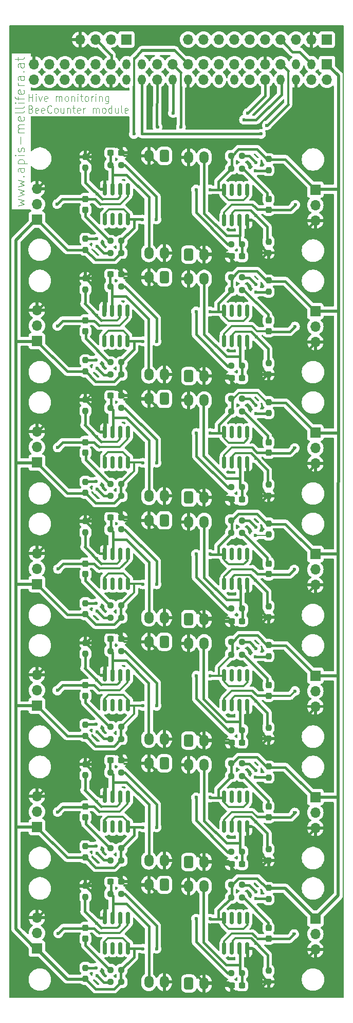
<source format=gbr>
%TF.GenerationSoftware,KiCad,Pcbnew,8.0.6*%
%TF.CreationDate,2025-01-25T13:25:19+01:00*%
%TF.ProjectId,Beecounter,42656563-6f75-46e7-9465-722e6b696361,rev?*%
%TF.SameCoordinates,Original*%
%TF.FileFunction,Copper,L1,Top*%
%TF.FilePolarity,Positive*%
%FSLAX46Y46*%
G04 Gerber Fmt 4.6, Leading zero omitted, Abs format (unit mm)*
G04 Created by KiCad (PCBNEW 8.0.6) date 2025-01-25 13:25:19*
%MOMM*%
%LPD*%
G01*
G04 APERTURE LIST*
G04 Aperture macros list*
%AMRoundRect*
0 Rectangle with rounded corners*
0 $1 Rounding radius*
0 $2 $3 $4 $5 $6 $7 $8 $9 X,Y pos of 4 corners*
0 Add a 4 corners polygon primitive as box body*
4,1,4,$2,$3,$4,$5,$6,$7,$8,$9,$2,$3,0*
0 Add four circle primitives for the rounded corners*
1,1,$1+$1,$2,$3*
1,1,$1+$1,$4,$5*
1,1,$1+$1,$6,$7*
1,1,$1+$1,$8,$9*
0 Add four rect primitives between the rounded corners*
20,1,$1+$1,$2,$3,$4,$5,0*
20,1,$1+$1,$4,$5,$6,$7,0*
20,1,$1+$1,$6,$7,$8,$9,0*
20,1,$1+$1,$8,$9,$2,$3,0*%
G04 Aperture macros list end*
%TA.AperFunction,Conductor*%
%ADD10C,0.500000*%
%TD*%
%TA.AperFunction,Conductor*%
%ADD11C,0.400000*%
%TD*%
%TA.AperFunction,Conductor*%
%ADD12C,0.300000*%
%TD*%
%TA.AperFunction,Conductor*%
%ADD13C,0.200000*%
%TD*%
%ADD14C,0.100000*%
%TA.AperFunction,NonConductor*%
%ADD15C,0.100000*%
%TD*%
%ADD16C,0.060000*%
%TA.AperFunction,NonConductor*%
%ADD17C,0.060000*%
%TD*%
%TA.AperFunction,SMDPad,CuDef*%
%ADD18RoundRect,0.150000X0.150000X-0.825000X0.150000X0.825000X-0.150000X0.825000X-0.150000X-0.825000X0*%
%TD*%
%TA.AperFunction,ComponentPad*%
%ADD19RoundRect,0.340500X0.409500X0.659500X-0.409500X0.659500X-0.409500X-0.659500X0.409500X-0.659500X0*%
%TD*%
%TA.AperFunction,ComponentPad*%
%ADD20O,1.500000X2.000000*%
%TD*%
%TA.AperFunction,SMDPad,CuDef*%
%ADD21RoundRect,0.237500X-0.250000X-0.237500X0.250000X-0.237500X0.250000X0.237500X-0.250000X0.237500X0*%
%TD*%
%TA.AperFunction,ComponentPad*%
%ADD22R,1.700000X1.700000*%
%TD*%
%TA.AperFunction,ComponentPad*%
%ADD23O,1.700000X1.700000*%
%TD*%
%TA.AperFunction,SMDPad,CuDef*%
%ADD24RoundRect,0.237500X0.250000X0.237500X-0.250000X0.237500X-0.250000X-0.237500X0.250000X-0.237500X0*%
%TD*%
%TA.AperFunction,SMDPad,CuDef*%
%ADD25RoundRect,0.237500X-0.237500X0.287500X-0.237500X-0.287500X0.237500X-0.287500X0.237500X0.287500X0*%
%TD*%
%TA.AperFunction,SMDPad,CuDef*%
%ADD26RoundRect,0.237500X0.300000X0.237500X-0.300000X0.237500X-0.300000X-0.237500X0.300000X-0.237500X0*%
%TD*%
%TA.AperFunction,ComponentPad*%
%ADD27RoundRect,0.340500X-0.409500X-0.659500X0.409500X-0.659500X0.409500X0.659500X-0.409500X0.659500X0*%
%TD*%
%TA.AperFunction,SMDPad,CuDef*%
%ADD28RoundRect,0.150000X-0.150000X0.825000X-0.150000X-0.825000X0.150000X-0.825000X0.150000X0.825000X0*%
%TD*%
%TA.AperFunction,SMDPad,CuDef*%
%ADD29RoundRect,0.237500X0.237500X-0.250000X0.237500X0.250000X-0.237500X0.250000X-0.237500X-0.250000X0*%
%TD*%
%TA.AperFunction,SMDPad,CuDef*%
%ADD30RoundRect,0.237500X-0.300000X-0.237500X0.300000X-0.237500X0.300000X0.237500X-0.300000X0.237500X0*%
%TD*%
%TA.AperFunction,SMDPad,CuDef*%
%ADD31RoundRect,0.237500X-0.237500X0.250000X-0.237500X-0.250000X0.237500X-0.250000X0.237500X0.250000X0*%
%TD*%
%TA.AperFunction,SMDPad,CuDef*%
%ADD32RoundRect,0.237500X0.237500X-0.287500X0.237500X0.287500X-0.237500X0.287500X-0.237500X-0.287500X0*%
%TD*%
%TA.AperFunction,ComponentPad*%
%ADD33O,1.300000X1.700000*%
%TD*%
%TA.AperFunction,ViaPad*%
%ADD34C,0.600000*%
%TD*%
G04 APERTURE END LIST*
D10*
%TO.N,+3.3V*%
X41030000Y-188710000D02*
X44379619Y-192099619D01*
D11*
%TO.N,Net-(U16A--)*%
X82370000Y-63910000D02*
X80520000Y-63910000D01*
%TO.N,Net-(D10-K)*%
X87020000Y-109510000D02*
X86170000Y-110360000D01*
%TO.N,Net-(D11-K)*%
X84770000Y-46410000D02*
X85870000Y-47510000D01*
%TO.N,Net-(D5-K)*%
X84770000Y-51360260D02*
X84770000Y-48959739D01*
%TO.N,Net-(D11-K)*%
X86970000Y-129510000D02*
X86120000Y-130360000D01*
D10*
%TO.N,+3.3V*%
X41030000Y-171970000D02*
X44397212Y-171960000D01*
D11*
%TO.N,Net-(D3-K)*%
X48770000Y-108610000D02*
X52470000Y-108610000D01*
%TO.N,Net-(D9-K)*%
X86170000Y-90410000D02*
X82470000Y-90410000D01*
D10*
%TO.N,+3.3V*%
X94160000Y-147070000D02*
X90260816Y-147060000D01*
X90439606Y-186960394D02*
X94160000Y-183180000D01*
D11*
%TO.N,Net-(U14A--)*%
X52420000Y-185860000D02*
X52420000Y-183510000D01*
D10*
%TO.N,Net-(D7-K)*%
X61820000Y-44110000D02*
X67170000Y-44110000D01*
%TO.N,+3.3V*%
X94170000Y-48230000D02*
X94160000Y-183180000D01*
X41070000Y-91990000D02*
X44397347Y-91990000D01*
D11*
%TO.N,Net-(U24A--)*%
X82370000Y-143909831D02*
X80520000Y-143909831D01*
%TO.N,Net-(D6-K)*%
X48770000Y-168610000D02*
X52470000Y-168610000D01*
%TO.N,Net-(D5-K)*%
X48720000Y-148610000D02*
X52420000Y-148610000D01*
D12*
%TO.N,Net-(D12-K)*%
X86220000Y-150360000D02*
X82520000Y-150360000D01*
D11*
%TO.N,Net-(D5-K)*%
X80620000Y-55560000D02*
X84820000Y-51360000D01*
%TO.N,Net-(D7-K)*%
X60440000Y-50020000D02*
X60440000Y-57860063D01*
%TO.N,Net-(D14-K)*%
X68220000Y-56760000D02*
X68220000Y-50129630D01*
%TO.N,Net-(D7-K)*%
X48020000Y-189460000D02*
X48870000Y-188610000D01*
D12*
X60500000Y-45365000D02*
X60500000Y-50615000D01*
D11*
%TO.N,Net-(U10A--)*%
X52395000Y-155060000D02*
X54245000Y-155060000D01*
%TO.N,Net-(D14-K)*%
X86920000Y-189510000D02*
X86070000Y-190360000D01*
%TO.N,Net-(D11-K)*%
X85870000Y-53010000D02*
X82419638Y-56460362D01*
%TO.N,Net-(J15-Pin_3)*%
X84770000Y-42420000D02*
X86620000Y-44360000D01*
%TO.N,Net-(D14-K)*%
X86070000Y-190360000D02*
X82370000Y-190360000D01*
%TO.N,Net-(D2-K)*%
X48720000Y-88610000D02*
X52420000Y-88610000D01*
%TO.N,Net-(U8A--)*%
X52395000Y-135110000D02*
X54245000Y-135110000D01*
%TO.N,Net-(U14A--)*%
X52395000Y-195110000D02*
X54245000Y-195110000D01*
%TO.N,Net-(D13-K)*%
X61820000Y-48910000D02*
X61820000Y-57860000D01*
D12*
%TO.N,Net-(D11-K)*%
X85920000Y-47520000D02*
X85920000Y-53020000D01*
D11*
%TO.N,Net-(D10-K)*%
X86170000Y-110360000D02*
X82470000Y-110360000D01*
%TO.N,Net-(U10A--)*%
X52470000Y-145835000D02*
X52470000Y-143485000D01*
D13*
%TO.N,GND*%
X76520000Y-78510000D02*
X76520000Y-77610000D01*
D11*
%TO.N,Net-(D6-K)*%
X47920000Y-169460000D02*
X48770000Y-168610000D01*
%TO.N,Net-(D8-K)*%
X87120000Y-69510000D02*
X86270000Y-70360000D01*
%TO.N,Net-(D13-K)*%
X87070000Y-169510000D02*
X86220000Y-170360000D01*
%TO.N,Net-(U4A--)*%
X52470000Y-85785000D02*
X52470000Y-83435000D01*
D12*
%TO.N,Net-(D14-K)*%
X68190000Y-50870195D02*
X68190000Y-47669804D01*
D11*
%TO.N,Net-(J15-Pin_3)*%
X87800000Y-44350000D02*
X89758252Y-46308252D01*
%TO.N,Net-(U12A--)*%
X52470000Y-165935000D02*
X52470000Y-163585000D01*
D12*
%TO.N,Net-(D12-K)*%
X87070000Y-149510000D02*
X86220000Y-150360000D01*
D11*
%TO.N,Net-(U12A--)*%
X52395000Y-175110000D02*
X54245000Y-175110000D01*
%TO.N,Net-(U18A--)*%
X82470000Y-83909831D02*
X80620000Y-83909831D01*
%TO.N,Net-(J15-Pin_29)*%
X56770000Y-46430000D02*
X56770000Y-44849494D01*
D10*
%TO.N,+3.3V*%
X41040000Y-112020000D02*
X44447227Y-112020000D01*
D11*
%TO.N,Net-(D13-K)*%
X61820000Y-57860000D02*
X81370000Y-57860000D01*
%TO.N,Net-(D11-K)*%
X86120000Y-130360000D02*
X82420000Y-130360000D01*
%TO.N,Net-(D13-K)*%
X86220000Y-170360000D02*
X82520000Y-170360000D01*
%TO.N,Net-(D1-K)*%
X48670000Y-68560000D02*
X52370000Y-68560000D01*
D10*
%TO.N,+3.3V*%
X94160000Y-66970000D02*
X90370000Y-66960000D01*
D11*
%TO.N,Net-(U26A--)*%
X82370000Y-163759831D02*
X80520000Y-163759831D01*
%TO.N,Net-(D3-K)*%
X47920000Y-109460000D02*
X48770000Y-108610000D01*
%TO.N,Net-(D2-K)*%
X47870000Y-89460000D02*
X48720000Y-88610000D01*
D13*
%TO.N,Net-(U22A--)*%
X82320000Y-123959831D02*
X80470000Y-123959831D01*
D11*
%TO.N,Net-(D6-K)*%
X64320000Y-48910000D02*
X64270000Y-56610000D01*
%TO.N,Net-(D5-K)*%
X78570000Y-55560000D02*
X80620000Y-55560000D01*
%TO.N,Net-(U1A--)*%
X52520000Y-75110000D02*
X54370000Y-75110000D01*
D10*
%TO.N,+3.3V*%
X92300000Y-46370000D02*
X94170000Y-48230000D01*
D11*
%TO.N,Net-(D5-K)*%
X47870000Y-149460000D02*
X48720000Y-148610000D01*
%TO.N,Net-(D4-K)*%
X66920000Y-49060000D02*
X66920000Y-54410000D01*
%TO.N,Net-(D7-K)*%
X69470000Y-46410000D02*
X67170000Y-44110000D01*
D10*
%TO.N,+3.3V*%
X41030000Y-152000000D02*
X44397212Y-152010000D01*
D11*
%TO.N,Net-(D4-K)*%
X47970000Y-129460000D02*
X48820000Y-128610000D01*
%TO.N,Net-(D1-K)*%
X47820000Y-69410000D02*
X48670000Y-68560000D01*
D10*
%TO.N,+3.3V*%
X41020000Y-75340000D02*
X44369679Y-71990321D01*
D11*
%TO.N,Net-(U8A--)*%
X52470000Y-125885000D02*
X52470000Y-123535000D01*
D10*
%TO.N,+3.3V*%
X41060000Y-132000000D02*
X44473677Y-132000000D01*
D11*
%TO.N,Net-(J15-Pin_3)*%
X87800000Y-44350000D02*
X86620000Y-44360000D01*
%TO.N,Net-(D4-K)*%
X48820000Y-128610000D02*
X52520000Y-128610000D01*
%TO.N,Net-(D14-K)*%
X66920000Y-46460000D02*
X68220000Y-47760000D01*
D10*
%TO.N,+3.3V*%
X94150000Y-167070000D02*
X90310816Y-167060000D01*
D11*
%TO.N,Net-(U20A--)*%
X82420000Y-103909831D02*
X80570000Y-103909831D01*
%TO.N,Net-(D12-K)*%
X82140000Y-51520000D02*
X82140000Y-48995386D01*
%TO.N,Net-(D7-K)*%
X60470000Y-45460000D02*
X61820000Y-44110000D01*
%TO.N,Net-(U4A--)*%
X52395000Y-95060000D02*
X54245000Y-95060000D01*
%TO.N,Net-(J15-Pin_29)*%
X56730000Y-44850000D02*
X54204995Y-42324995D01*
%TO.N,Net-(D9-K)*%
X87020000Y-89560000D02*
X86170000Y-90410000D01*
%TO.N,Net-(D8-K)*%
X86270000Y-70360000D02*
X82570000Y-70360000D01*
%TO.N,Net-(U6A--)*%
X52395000Y-115060000D02*
X54245000Y-115060000D01*
D10*
%TO.N,+3.3V*%
X94150000Y-107110000D02*
X90310816Y-107110000D01*
D11*
%TO.N,Net-(D12-K)*%
X82140000Y-51520000D02*
X79194926Y-54435074D01*
%TO.N,Net-(U28A--)*%
X82420000Y-183759831D02*
X80570000Y-183759831D01*
D10*
%TO.N,+3.3V*%
X41020000Y-75340000D02*
X41030000Y-188710000D01*
D11*
%TO.N,Net-(D7-K)*%
X48870000Y-188610000D02*
X52570000Y-188610000D01*
D10*
%TO.N,+3.3V*%
X94150000Y-87010000D02*
X90260816Y-87010000D01*
D11*
%TO.N,Net-(U6A--)*%
X52470000Y-105785000D02*
X52470000Y-103435000D01*
D10*
%TO.N,+3.3V*%
X94140000Y-127000000D02*
X90260816Y-127010000D01*
%TO.N,GND*%
D13*
X40000000Y-40000000D02*
X95010000Y-40000000D01*
X95010000Y-200000000D01*
X40000000Y-200000000D01*
X40000000Y-40000000D01*
D14*
D15*
X41401228Y-69689925D02*
X42401228Y-69404211D01*
X42401228Y-69404211D02*
X41686942Y-69118496D01*
X41686942Y-69118496D02*
X42401228Y-68832782D01*
X42401228Y-68832782D02*
X41401228Y-68547068D01*
X41401228Y-68118496D02*
X42401228Y-67832782D01*
X42401228Y-67832782D02*
X41686942Y-67547067D01*
X41686942Y-67547067D02*
X42401228Y-67261353D01*
X42401228Y-67261353D02*
X41401228Y-66975639D01*
X41401228Y-66547067D02*
X42401228Y-66261353D01*
X42401228Y-66261353D02*
X41686942Y-65975638D01*
X41686942Y-65975638D02*
X42401228Y-65689924D01*
X42401228Y-65689924D02*
X41401228Y-65404210D01*
X42258371Y-64832781D02*
X42329800Y-64761352D01*
X42329800Y-64761352D02*
X42401228Y-64832781D01*
X42401228Y-64832781D02*
X42329800Y-64904209D01*
X42329800Y-64904209D02*
X42258371Y-64832781D01*
X42258371Y-64832781D02*
X42401228Y-64832781D01*
X42401228Y-63475638D02*
X41615514Y-63475638D01*
X41615514Y-63475638D02*
X41472657Y-63547066D01*
X41472657Y-63547066D02*
X41401228Y-63689923D01*
X41401228Y-63689923D02*
X41401228Y-63975638D01*
X41401228Y-63975638D02*
X41472657Y-64118495D01*
X42329800Y-63475638D02*
X42401228Y-63618495D01*
X42401228Y-63618495D02*
X42401228Y-63975638D01*
X42401228Y-63975638D02*
X42329800Y-64118495D01*
X42329800Y-64118495D02*
X42186942Y-64189923D01*
X42186942Y-64189923D02*
X42044085Y-64189923D01*
X42044085Y-64189923D02*
X41901228Y-64118495D01*
X41901228Y-64118495D02*
X41829800Y-63975638D01*
X41829800Y-63975638D02*
X41829800Y-63618495D01*
X41829800Y-63618495D02*
X41758371Y-63475638D01*
X41401228Y-62761352D02*
X42901228Y-62761352D01*
X41472657Y-62761352D02*
X41401228Y-62618495D01*
X41401228Y-62618495D02*
X41401228Y-62332780D01*
X41401228Y-62332780D02*
X41472657Y-62189923D01*
X41472657Y-62189923D02*
X41544085Y-62118495D01*
X41544085Y-62118495D02*
X41686942Y-62047066D01*
X41686942Y-62047066D02*
X42115514Y-62047066D01*
X42115514Y-62047066D02*
X42258371Y-62118495D01*
X42258371Y-62118495D02*
X42329800Y-62189923D01*
X42329800Y-62189923D02*
X42401228Y-62332780D01*
X42401228Y-62332780D02*
X42401228Y-62618495D01*
X42401228Y-62618495D02*
X42329800Y-62761352D01*
X42401228Y-61404209D02*
X41401228Y-61404209D01*
X40901228Y-61404209D02*
X40972657Y-61475637D01*
X40972657Y-61475637D02*
X41044085Y-61404209D01*
X41044085Y-61404209D02*
X40972657Y-61332780D01*
X40972657Y-61332780D02*
X40901228Y-61404209D01*
X40901228Y-61404209D02*
X41044085Y-61404209D01*
X42329800Y-60761351D02*
X42401228Y-60618494D01*
X42401228Y-60618494D02*
X42401228Y-60332780D01*
X42401228Y-60332780D02*
X42329800Y-60189923D01*
X42329800Y-60189923D02*
X42186942Y-60118494D01*
X42186942Y-60118494D02*
X42115514Y-60118494D01*
X42115514Y-60118494D02*
X41972657Y-60189923D01*
X41972657Y-60189923D02*
X41901228Y-60332780D01*
X41901228Y-60332780D02*
X41901228Y-60547066D01*
X41901228Y-60547066D02*
X41829800Y-60689923D01*
X41829800Y-60689923D02*
X41686942Y-60761351D01*
X41686942Y-60761351D02*
X41615514Y-60761351D01*
X41615514Y-60761351D02*
X41472657Y-60689923D01*
X41472657Y-60689923D02*
X41401228Y-60547066D01*
X41401228Y-60547066D02*
X41401228Y-60332780D01*
X41401228Y-60332780D02*
X41472657Y-60189923D01*
X41829800Y-59475637D02*
X41829800Y-58332780D01*
X42401228Y-57618494D02*
X41401228Y-57618494D01*
X41544085Y-57618494D02*
X41472657Y-57547065D01*
X41472657Y-57547065D02*
X41401228Y-57404208D01*
X41401228Y-57404208D02*
X41401228Y-57189922D01*
X41401228Y-57189922D02*
X41472657Y-57047065D01*
X41472657Y-57047065D02*
X41615514Y-56975637D01*
X41615514Y-56975637D02*
X42401228Y-56975637D01*
X41615514Y-56975637D02*
X41472657Y-56904208D01*
X41472657Y-56904208D02*
X41401228Y-56761351D01*
X41401228Y-56761351D02*
X41401228Y-56547065D01*
X41401228Y-56547065D02*
X41472657Y-56404208D01*
X41472657Y-56404208D02*
X41615514Y-56332779D01*
X41615514Y-56332779D02*
X42401228Y-56332779D01*
X42329800Y-55047065D02*
X42401228Y-55189922D01*
X42401228Y-55189922D02*
X42401228Y-55475637D01*
X42401228Y-55475637D02*
X42329800Y-55618494D01*
X42329800Y-55618494D02*
X42186942Y-55689922D01*
X42186942Y-55689922D02*
X41615514Y-55689922D01*
X41615514Y-55689922D02*
X41472657Y-55618494D01*
X41472657Y-55618494D02*
X41401228Y-55475637D01*
X41401228Y-55475637D02*
X41401228Y-55189922D01*
X41401228Y-55189922D02*
X41472657Y-55047065D01*
X41472657Y-55047065D02*
X41615514Y-54975637D01*
X41615514Y-54975637D02*
X41758371Y-54975637D01*
X41758371Y-54975637D02*
X41901228Y-55689922D01*
X42401228Y-54118494D02*
X42329800Y-54261351D01*
X42329800Y-54261351D02*
X42186942Y-54332780D01*
X42186942Y-54332780D02*
X40901228Y-54332780D01*
X42401228Y-53332780D02*
X42329800Y-53475637D01*
X42329800Y-53475637D02*
X42186942Y-53547066D01*
X42186942Y-53547066D02*
X40901228Y-53547066D01*
X42401228Y-52761352D02*
X41401228Y-52761352D01*
X40901228Y-52761352D02*
X40972657Y-52832780D01*
X40972657Y-52832780D02*
X41044085Y-52761352D01*
X41044085Y-52761352D02*
X40972657Y-52689923D01*
X40972657Y-52689923D02*
X40901228Y-52761352D01*
X40901228Y-52761352D02*
X41044085Y-52761352D01*
X41401228Y-52261351D02*
X41401228Y-51689923D01*
X42401228Y-52047066D02*
X41115514Y-52047066D01*
X41115514Y-52047066D02*
X40972657Y-51975637D01*
X40972657Y-51975637D02*
X40901228Y-51832780D01*
X40901228Y-51832780D02*
X40901228Y-51689923D01*
X42329800Y-50618494D02*
X42401228Y-50761351D01*
X42401228Y-50761351D02*
X42401228Y-51047066D01*
X42401228Y-51047066D02*
X42329800Y-51189923D01*
X42329800Y-51189923D02*
X42186942Y-51261351D01*
X42186942Y-51261351D02*
X41615514Y-51261351D01*
X41615514Y-51261351D02*
X41472657Y-51189923D01*
X41472657Y-51189923D02*
X41401228Y-51047066D01*
X41401228Y-51047066D02*
X41401228Y-50761351D01*
X41401228Y-50761351D02*
X41472657Y-50618494D01*
X41472657Y-50618494D02*
X41615514Y-50547066D01*
X41615514Y-50547066D02*
X41758371Y-50547066D01*
X41758371Y-50547066D02*
X41901228Y-51261351D01*
X42401228Y-49904209D02*
X41401228Y-49904209D01*
X41686942Y-49904209D02*
X41544085Y-49832780D01*
X41544085Y-49832780D02*
X41472657Y-49761352D01*
X41472657Y-49761352D02*
X41401228Y-49618494D01*
X41401228Y-49618494D02*
X41401228Y-49475637D01*
X42401228Y-48332781D02*
X41615514Y-48332781D01*
X41615514Y-48332781D02*
X41472657Y-48404209D01*
X41472657Y-48404209D02*
X41401228Y-48547066D01*
X41401228Y-48547066D02*
X41401228Y-48832781D01*
X41401228Y-48832781D02*
X41472657Y-48975638D01*
X42329800Y-48332781D02*
X42401228Y-48475638D01*
X42401228Y-48475638D02*
X42401228Y-48832781D01*
X42401228Y-48832781D02*
X42329800Y-48975638D01*
X42329800Y-48975638D02*
X42186942Y-49047066D01*
X42186942Y-49047066D02*
X42044085Y-49047066D01*
X42044085Y-49047066D02*
X41901228Y-48975638D01*
X41901228Y-48975638D02*
X41829800Y-48832781D01*
X41829800Y-48832781D02*
X41829800Y-48475638D01*
X41829800Y-48475638D02*
X41758371Y-48332781D01*
X42258371Y-47618495D02*
X42329800Y-47547066D01*
X42329800Y-47547066D02*
X42401228Y-47618495D01*
X42401228Y-47618495D02*
X42329800Y-47689923D01*
X42329800Y-47689923D02*
X42258371Y-47618495D01*
X42258371Y-47618495D02*
X42401228Y-47618495D01*
X42401228Y-46261352D02*
X41615514Y-46261352D01*
X41615514Y-46261352D02*
X41472657Y-46332780D01*
X41472657Y-46332780D02*
X41401228Y-46475637D01*
X41401228Y-46475637D02*
X41401228Y-46761352D01*
X41401228Y-46761352D02*
X41472657Y-46904209D01*
X42329800Y-46261352D02*
X42401228Y-46404209D01*
X42401228Y-46404209D02*
X42401228Y-46761352D01*
X42401228Y-46761352D02*
X42329800Y-46904209D01*
X42329800Y-46904209D02*
X42186942Y-46975637D01*
X42186942Y-46975637D02*
X42044085Y-46975637D01*
X42044085Y-46975637D02*
X41901228Y-46904209D01*
X41901228Y-46904209D02*
X41829800Y-46761352D01*
X41829800Y-46761352D02*
X41829800Y-46404209D01*
X41829800Y-46404209D02*
X41758371Y-46261352D01*
X41401228Y-45761351D02*
X41401228Y-45189923D01*
X40901228Y-45547066D02*
X42186942Y-45547066D01*
X42186942Y-45547066D02*
X42329800Y-45475637D01*
X42329800Y-45475637D02*
X42401228Y-45332780D01*
X42401228Y-45332780D02*
X42401228Y-45189923D01*
D16*
D17*
X43133282Y-52468089D02*
X43133282Y-51268089D01*
X43133282Y-51839518D02*
X43790425Y-51839518D01*
X43790425Y-52468089D02*
X43790425Y-51268089D01*
X44338044Y-52468089D02*
X44338044Y-51668089D01*
X44338044Y-51268089D02*
X44283282Y-51325232D01*
X44283282Y-51325232D02*
X44338044Y-51382375D01*
X44338044Y-51382375D02*
X44392806Y-51325232D01*
X44392806Y-51325232D02*
X44338044Y-51268089D01*
X44338044Y-51268089D02*
X44338044Y-51382375D01*
X44776139Y-51668089D02*
X45049949Y-52468089D01*
X45049949Y-52468089D02*
X45323758Y-51668089D01*
X46199948Y-52410947D02*
X46090424Y-52468089D01*
X46090424Y-52468089D02*
X45871377Y-52468089D01*
X45871377Y-52468089D02*
X45761853Y-52410947D01*
X45761853Y-52410947D02*
X45707091Y-52296661D01*
X45707091Y-52296661D02*
X45707091Y-51839518D01*
X45707091Y-51839518D02*
X45761853Y-51725232D01*
X45761853Y-51725232D02*
X45871377Y-51668089D01*
X45871377Y-51668089D02*
X46090424Y-51668089D01*
X46090424Y-51668089D02*
X46199948Y-51725232D01*
X46199948Y-51725232D02*
X46254710Y-51839518D01*
X46254710Y-51839518D02*
X46254710Y-51953804D01*
X46254710Y-51953804D02*
X45707091Y-52068089D01*
X47623757Y-52468089D02*
X47623757Y-51668089D01*
X47623757Y-51782375D02*
X47678519Y-51725232D01*
X47678519Y-51725232D02*
X47788043Y-51668089D01*
X47788043Y-51668089D02*
X47952328Y-51668089D01*
X47952328Y-51668089D02*
X48061852Y-51725232D01*
X48061852Y-51725232D02*
X48116614Y-51839518D01*
X48116614Y-51839518D02*
X48116614Y-52468089D01*
X48116614Y-51839518D02*
X48171376Y-51725232D01*
X48171376Y-51725232D02*
X48280900Y-51668089D01*
X48280900Y-51668089D02*
X48445186Y-51668089D01*
X48445186Y-51668089D02*
X48554709Y-51725232D01*
X48554709Y-51725232D02*
X48609471Y-51839518D01*
X48609471Y-51839518D02*
X48609471Y-52468089D01*
X49321376Y-52468089D02*
X49211852Y-52410947D01*
X49211852Y-52410947D02*
X49157090Y-52353804D01*
X49157090Y-52353804D02*
X49102328Y-52239518D01*
X49102328Y-52239518D02*
X49102328Y-51896661D01*
X49102328Y-51896661D02*
X49157090Y-51782375D01*
X49157090Y-51782375D02*
X49211852Y-51725232D01*
X49211852Y-51725232D02*
X49321376Y-51668089D01*
X49321376Y-51668089D02*
X49485661Y-51668089D01*
X49485661Y-51668089D02*
X49595185Y-51725232D01*
X49595185Y-51725232D02*
X49649947Y-51782375D01*
X49649947Y-51782375D02*
X49704709Y-51896661D01*
X49704709Y-51896661D02*
X49704709Y-52239518D01*
X49704709Y-52239518D02*
X49649947Y-52353804D01*
X49649947Y-52353804D02*
X49595185Y-52410947D01*
X49595185Y-52410947D02*
X49485661Y-52468089D01*
X49485661Y-52468089D02*
X49321376Y-52468089D01*
X50197566Y-51668089D02*
X50197566Y-52468089D01*
X50197566Y-51782375D02*
X50252328Y-51725232D01*
X50252328Y-51725232D02*
X50361852Y-51668089D01*
X50361852Y-51668089D02*
X50526137Y-51668089D01*
X50526137Y-51668089D02*
X50635661Y-51725232D01*
X50635661Y-51725232D02*
X50690423Y-51839518D01*
X50690423Y-51839518D02*
X50690423Y-52468089D01*
X51238042Y-52468089D02*
X51238042Y-51668089D01*
X51238042Y-51268089D02*
X51183280Y-51325232D01*
X51183280Y-51325232D02*
X51238042Y-51382375D01*
X51238042Y-51382375D02*
X51292804Y-51325232D01*
X51292804Y-51325232D02*
X51238042Y-51268089D01*
X51238042Y-51268089D02*
X51238042Y-51382375D01*
X51621375Y-51668089D02*
X52059471Y-51668089D01*
X51785661Y-51268089D02*
X51785661Y-52296661D01*
X51785661Y-52296661D02*
X51840423Y-52410947D01*
X51840423Y-52410947D02*
X51949947Y-52468089D01*
X51949947Y-52468089D02*
X52059471Y-52468089D01*
X52607090Y-52468089D02*
X52497566Y-52410947D01*
X52497566Y-52410947D02*
X52442804Y-52353804D01*
X52442804Y-52353804D02*
X52388042Y-52239518D01*
X52388042Y-52239518D02*
X52388042Y-51896661D01*
X52388042Y-51896661D02*
X52442804Y-51782375D01*
X52442804Y-51782375D02*
X52497566Y-51725232D01*
X52497566Y-51725232D02*
X52607090Y-51668089D01*
X52607090Y-51668089D02*
X52771375Y-51668089D01*
X52771375Y-51668089D02*
X52880899Y-51725232D01*
X52880899Y-51725232D02*
X52935661Y-51782375D01*
X52935661Y-51782375D02*
X52990423Y-51896661D01*
X52990423Y-51896661D02*
X52990423Y-52239518D01*
X52990423Y-52239518D02*
X52935661Y-52353804D01*
X52935661Y-52353804D02*
X52880899Y-52410947D01*
X52880899Y-52410947D02*
X52771375Y-52468089D01*
X52771375Y-52468089D02*
X52607090Y-52468089D01*
X53483280Y-52468089D02*
X53483280Y-51668089D01*
X53483280Y-51896661D02*
X53538042Y-51782375D01*
X53538042Y-51782375D02*
X53592804Y-51725232D01*
X53592804Y-51725232D02*
X53702328Y-51668089D01*
X53702328Y-51668089D02*
X53811851Y-51668089D01*
X54195185Y-52468089D02*
X54195185Y-51668089D01*
X54195185Y-51268089D02*
X54140423Y-51325232D01*
X54140423Y-51325232D02*
X54195185Y-51382375D01*
X54195185Y-51382375D02*
X54249947Y-51325232D01*
X54249947Y-51325232D02*
X54195185Y-51268089D01*
X54195185Y-51268089D02*
X54195185Y-51382375D01*
X54742804Y-51668089D02*
X54742804Y-52468089D01*
X54742804Y-51782375D02*
X54797566Y-51725232D01*
X54797566Y-51725232D02*
X54907090Y-51668089D01*
X54907090Y-51668089D02*
X55071375Y-51668089D01*
X55071375Y-51668089D02*
X55180899Y-51725232D01*
X55180899Y-51725232D02*
X55235661Y-51839518D01*
X55235661Y-51839518D02*
X55235661Y-52468089D01*
X56276137Y-51668089D02*
X56276137Y-52639518D01*
X56276137Y-52639518D02*
X56221375Y-52753804D01*
X56221375Y-52753804D02*
X56166613Y-52810947D01*
X56166613Y-52810947D02*
X56057090Y-52868089D01*
X56057090Y-52868089D02*
X55892804Y-52868089D01*
X55892804Y-52868089D02*
X55783280Y-52810947D01*
X56276137Y-52410947D02*
X56166613Y-52468089D01*
X56166613Y-52468089D02*
X55947566Y-52468089D01*
X55947566Y-52468089D02*
X55838042Y-52410947D01*
X55838042Y-52410947D02*
X55783280Y-52353804D01*
X55783280Y-52353804D02*
X55728518Y-52239518D01*
X55728518Y-52239518D02*
X55728518Y-51896661D01*
X55728518Y-51896661D02*
X55783280Y-51782375D01*
X55783280Y-51782375D02*
X55838042Y-51725232D01*
X55838042Y-51725232D02*
X55947566Y-51668089D01*
X55947566Y-51668089D02*
X56166613Y-51668089D01*
X56166613Y-51668089D02*
X56276137Y-51725232D01*
X43516615Y-53771451D02*
X43680901Y-53828594D01*
X43680901Y-53828594D02*
X43735663Y-53885737D01*
X43735663Y-53885737D02*
X43790425Y-54000022D01*
X43790425Y-54000022D02*
X43790425Y-54171451D01*
X43790425Y-54171451D02*
X43735663Y-54285737D01*
X43735663Y-54285737D02*
X43680901Y-54342880D01*
X43680901Y-54342880D02*
X43571377Y-54400022D01*
X43571377Y-54400022D02*
X43133282Y-54400022D01*
X43133282Y-54400022D02*
X43133282Y-53200022D01*
X43133282Y-53200022D02*
X43516615Y-53200022D01*
X43516615Y-53200022D02*
X43626139Y-53257165D01*
X43626139Y-53257165D02*
X43680901Y-53314308D01*
X43680901Y-53314308D02*
X43735663Y-53428594D01*
X43735663Y-53428594D02*
X43735663Y-53542880D01*
X43735663Y-53542880D02*
X43680901Y-53657165D01*
X43680901Y-53657165D02*
X43626139Y-53714308D01*
X43626139Y-53714308D02*
X43516615Y-53771451D01*
X43516615Y-53771451D02*
X43133282Y-53771451D01*
X44721377Y-54342880D02*
X44611853Y-54400022D01*
X44611853Y-54400022D02*
X44392806Y-54400022D01*
X44392806Y-54400022D02*
X44283282Y-54342880D01*
X44283282Y-54342880D02*
X44228520Y-54228594D01*
X44228520Y-54228594D02*
X44228520Y-53771451D01*
X44228520Y-53771451D02*
X44283282Y-53657165D01*
X44283282Y-53657165D02*
X44392806Y-53600022D01*
X44392806Y-53600022D02*
X44611853Y-53600022D01*
X44611853Y-53600022D02*
X44721377Y-53657165D01*
X44721377Y-53657165D02*
X44776139Y-53771451D01*
X44776139Y-53771451D02*
X44776139Y-53885737D01*
X44776139Y-53885737D02*
X44228520Y-54000022D01*
X45707091Y-54342880D02*
X45597567Y-54400022D01*
X45597567Y-54400022D02*
X45378520Y-54400022D01*
X45378520Y-54400022D02*
X45268996Y-54342880D01*
X45268996Y-54342880D02*
X45214234Y-54228594D01*
X45214234Y-54228594D02*
X45214234Y-53771451D01*
X45214234Y-53771451D02*
X45268996Y-53657165D01*
X45268996Y-53657165D02*
X45378520Y-53600022D01*
X45378520Y-53600022D02*
X45597567Y-53600022D01*
X45597567Y-53600022D02*
X45707091Y-53657165D01*
X45707091Y-53657165D02*
X45761853Y-53771451D01*
X45761853Y-53771451D02*
X45761853Y-53885737D01*
X45761853Y-53885737D02*
X45214234Y-54000022D01*
X46911853Y-54285737D02*
X46857091Y-54342880D01*
X46857091Y-54342880D02*
X46692805Y-54400022D01*
X46692805Y-54400022D02*
X46583281Y-54400022D01*
X46583281Y-54400022D02*
X46418996Y-54342880D01*
X46418996Y-54342880D02*
X46309472Y-54228594D01*
X46309472Y-54228594D02*
X46254710Y-54114308D01*
X46254710Y-54114308D02*
X46199948Y-53885737D01*
X46199948Y-53885737D02*
X46199948Y-53714308D01*
X46199948Y-53714308D02*
X46254710Y-53485737D01*
X46254710Y-53485737D02*
X46309472Y-53371451D01*
X46309472Y-53371451D02*
X46418996Y-53257165D01*
X46418996Y-53257165D02*
X46583281Y-53200022D01*
X46583281Y-53200022D02*
X46692805Y-53200022D01*
X46692805Y-53200022D02*
X46857091Y-53257165D01*
X46857091Y-53257165D02*
X46911853Y-53314308D01*
X47568996Y-54400022D02*
X47459472Y-54342880D01*
X47459472Y-54342880D02*
X47404710Y-54285737D01*
X47404710Y-54285737D02*
X47349948Y-54171451D01*
X47349948Y-54171451D02*
X47349948Y-53828594D01*
X47349948Y-53828594D02*
X47404710Y-53714308D01*
X47404710Y-53714308D02*
X47459472Y-53657165D01*
X47459472Y-53657165D02*
X47568996Y-53600022D01*
X47568996Y-53600022D02*
X47733281Y-53600022D01*
X47733281Y-53600022D02*
X47842805Y-53657165D01*
X47842805Y-53657165D02*
X47897567Y-53714308D01*
X47897567Y-53714308D02*
X47952329Y-53828594D01*
X47952329Y-53828594D02*
X47952329Y-54171451D01*
X47952329Y-54171451D02*
X47897567Y-54285737D01*
X47897567Y-54285737D02*
X47842805Y-54342880D01*
X47842805Y-54342880D02*
X47733281Y-54400022D01*
X47733281Y-54400022D02*
X47568996Y-54400022D01*
X48938043Y-53600022D02*
X48938043Y-54400022D01*
X48445186Y-53600022D02*
X48445186Y-54228594D01*
X48445186Y-54228594D02*
X48499948Y-54342880D01*
X48499948Y-54342880D02*
X48609472Y-54400022D01*
X48609472Y-54400022D02*
X48773757Y-54400022D01*
X48773757Y-54400022D02*
X48883281Y-54342880D01*
X48883281Y-54342880D02*
X48938043Y-54285737D01*
X49485662Y-53600022D02*
X49485662Y-54400022D01*
X49485662Y-53714308D02*
X49540424Y-53657165D01*
X49540424Y-53657165D02*
X49649948Y-53600022D01*
X49649948Y-53600022D02*
X49814233Y-53600022D01*
X49814233Y-53600022D02*
X49923757Y-53657165D01*
X49923757Y-53657165D02*
X49978519Y-53771451D01*
X49978519Y-53771451D02*
X49978519Y-54400022D01*
X50361852Y-53600022D02*
X50799948Y-53600022D01*
X50526138Y-53200022D02*
X50526138Y-54228594D01*
X50526138Y-54228594D02*
X50580900Y-54342880D01*
X50580900Y-54342880D02*
X50690424Y-54400022D01*
X50690424Y-54400022D02*
X50799948Y-54400022D01*
X51621376Y-54342880D02*
X51511852Y-54400022D01*
X51511852Y-54400022D02*
X51292805Y-54400022D01*
X51292805Y-54400022D02*
X51183281Y-54342880D01*
X51183281Y-54342880D02*
X51128519Y-54228594D01*
X51128519Y-54228594D02*
X51128519Y-53771451D01*
X51128519Y-53771451D02*
X51183281Y-53657165D01*
X51183281Y-53657165D02*
X51292805Y-53600022D01*
X51292805Y-53600022D02*
X51511852Y-53600022D01*
X51511852Y-53600022D02*
X51621376Y-53657165D01*
X51621376Y-53657165D02*
X51676138Y-53771451D01*
X51676138Y-53771451D02*
X51676138Y-53885737D01*
X51676138Y-53885737D02*
X51128519Y-54000022D01*
X52168995Y-54400022D02*
X52168995Y-53600022D01*
X52168995Y-53828594D02*
X52223757Y-53714308D01*
X52223757Y-53714308D02*
X52278519Y-53657165D01*
X52278519Y-53657165D02*
X52388043Y-53600022D01*
X52388043Y-53600022D02*
X52497566Y-53600022D01*
X53757090Y-54400022D02*
X53757090Y-53600022D01*
X53757090Y-53714308D02*
X53811852Y-53657165D01*
X53811852Y-53657165D02*
X53921376Y-53600022D01*
X53921376Y-53600022D02*
X54085661Y-53600022D01*
X54085661Y-53600022D02*
X54195185Y-53657165D01*
X54195185Y-53657165D02*
X54249947Y-53771451D01*
X54249947Y-53771451D02*
X54249947Y-54400022D01*
X54249947Y-53771451D02*
X54304709Y-53657165D01*
X54304709Y-53657165D02*
X54414233Y-53600022D01*
X54414233Y-53600022D02*
X54578519Y-53600022D01*
X54578519Y-53600022D02*
X54688042Y-53657165D01*
X54688042Y-53657165D02*
X54742804Y-53771451D01*
X54742804Y-53771451D02*
X54742804Y-54400022D01*
X55454709Y-54400022D02*
X55345185Y-54342880D01*
X55345185Y-54342880D02*
X55290423Y-54285737D01*
X55290423Y-54285737D02*
X55235661Y-54171451D01*
X55235661Y-54171451D02*
X55235661Y-53828594D01*
X55235661Y-53828594D02*
X55290423Y-53714308D01*
X55290423Y-53714308D02*
X55345185Y-53657165D01*
X55345185Y-53657165D02*
X55454709Y-53600022D01*
X55454709Y-53600022D02*
X55618994Y-53600022D01*
X55618994Y-53600022D02*
X55728518Y-53657165D01*
X55728518Y-53657165D02*
X55783280Y-53714308D01*
X55783280Y-53714308D02*
X55838042Y-53828594D01*
X55838042Y-53828594D02*
X55838042Y-54171451D01*
X55838042Y-54171451D02*
X55783280Y-54285737D01*
X55783280Y-54285737D02*
X55728518Y-54342880D01*
X55728518Y-54342880D02*
X55618994Y-54400022D01*
X55618994Y-54400022D02*
X55454709Y-54400022D01*
X56823756Y-54400022D02*
X56823756Y-53200022D01*
X56823756Y-54342880D02*
X56714232Y-54400022D01*
X56714232Y-54400022D02*
X56495185Y-54400022D01*
X56495185Y-54400022D02*
X56385661Y-54342880D01*
X56385661Y-54342880D02*
X56330899Y-54285737D01*
X56330899Y-54285737D02*
X56276137Y-54171451D01*
X56276137Y-54171451D02*
X56276137Y-53828594D01*
X56276137Y-53828594D02*
X56330899Y-53714308D01*
X56330899Y-53714308D02*
X56385661Y-53657165D01*
X56385661Y-53657165D02*
X56495185Y-53600022D01*
X56495185Y-53600022D02*
X56714232Y-53600022D01*
X56714232Y-53600022D02*
X56823756Y-53657165D01*
X57864232Y-53600022D02*
X57864232Y-54400022D01*
X57371375Y-53600022D02*
X57371375Y-54228594D01*
X57371375Y-54228594D02*
X57426137Y-54342880D01*
X57426137Y-54342880D02*
X57535661Y-54400022D01*
X57535661Y-54400022D02*
X57699946Y-54400022D01*
X57699946Y-54400022D02*
X57809470Y-54342880D01*
X57809470Y-54342880D02*
X57864232Y-54285737D01*
X58576137Y-54400022D02*
X58466613Y-54342880D01*
X58466613Y-54342880D02*
X58411851Y-54228594D01*
X58411851Y-54228594D02*
X58411851Y-53200022D01*
X59452327Y-54342880D02*
X59342803Y-54400022D01*
X59342803Y-54400022D02*
X59123756Y-54400022D01*
X59123756Y-54400022D02*
X59014232Y-54342880D01*
X59014232Y-54342880D02*
X58959470Y-54228594D01*
X58959470Y-54228594D02*
X58959470Y-53771451D01*
X58959470Y-53771451D02*
X59014232Y-53657165D01*
X59014232Y-53657165D02*
X59123756Y-53600022D01*
X59123756Y-53600022D02*
X59342803Y-53600022D01*
X59342803Y-53600022D02*
X59452327Y-53657165D01*
X59452327Y-53657165D02*
X59507089Y-53771451D01*
X59507089Y-53771451D02*
X59507089Y-53885737D01*
X59507089Y-53885737D02*
X58959470Y-54000022D01*
%TD*%
D18*
%TO.P,U24,1*%
%TO.N,Net-(D12-K)*%
X75370000Y-151905000D03*
%TO.P,U24,2,-*%
%TO.N,Net-(U24A--)*%
X76640000Y-151905000D03*
%TO.P,U24,3,+*%
%TO.N,Net-(U24A-+)*%
X77910000Y-151905000D03*
%TO.P,U24,4,V-*%
%TO.N,GND*%
X79180000Y-151905000D03*
%TO.P,U24,5,+*%
%TO.N,+3.3V*%
X79180000Y-146955000D03*
%TO.P,U24,6,-*%
%TO.N,unconnected-(U24B---Pad6)*%
X77910000Y-146955000D03*
%TO.P,U24,7*%
%TO.N,unconnected-(U24-Pad7)*%
X76640000Y-146955000D03*
%TO.P,U24,8,V+*%
%TO.N,+3.3V*%
X75370000Y-146955000D03*
%TD*%
D19*
%TO.P,U25,1*%
%TO.N,Net-(R61-Pad2)*%
X69520000Y-177710000D03*
D20*
%TO.P,U25,2*%
%TO.N,GND*%
X72060000Y-177710000D03*
%TO.P,U25,3*%
%TO.N,Net-(U26A-+)*%
X72060000Y-161710000D03*
%TO.P,U25,4*%
%TO.N,GND*%
X69520000Y-161710000D03*
%TD*%
D21*
%TO.P,R45,1*%
%TO.N,+3.3V*%
X76507500Y-83565000D03*
%TO.P,R45,2*%
%TO.N,Net-(D9-A)*%
X78332500Y-83565000D03*
%TD*%
D18*
%TO.P,U26,1*%
%TO.N,Net-(D13-K)*%
X75370000Y-171905000D03*
%TO.P,U26,2,-*%
%TO.N,Net-(U26A--)*%
X76640000Y-171905000D03*
%TO.P,U26,3,+*%
%TO.N,Net-(U26A-+)*%
X77910000Y-171905000D03*
%TO.P,U26,4,V-*%
%TO.N,GND*%
X79180000Y-171905000D03*
%TO.P,U26,5,+*%
%TO.N,+3.3V*%
X79180000Y-166955000D03*
%TO.P,U26,6,-*%
%TO.N,unconnected-(U26B---Pad6)*%
X77910000Y-166955000D03*
%TO.P,U26,7*%
%TO.N,unconnected-(U26-Pad7)*%
X76640000Y-166955000D03*
%TO.P,U26,8,V+*%
%TO.N,+3.3V*%
X75370000Y-166955000D03*
%TD*%
D22*
%TO.P,J16,1,Pin_1*%
%TO.N,Net-(J15-Pin_2)*%
X59250000Y-42300000D03*
D23*
%TO.P,J16,2,Pin_2*%
%TO.N,Net-(J15-Pin_31)*%
X56710000Y-42300000D03*
%TO.P,J16,3,Pin_3*%
%TO.N,Net-(J15-Pin_29)*%
X54170000Y-42300000D03*
%TO.P,J16,4,Pin_4*%
%TO.N,GND*%
X51630000Y-42300000D03*
%TD*%
D19*
%TO.P,U15,1*%
%TO.N,Net-(R36-Pad2)*%
X69520000Y-77710000D03*
D20*
%TO.P,U15,2*%
%TO.N,GND*%
X72060000Y-77710000D03*
%TO.P,U15,3*%
%TO.N,Net-(U16A-+)*%
X72060000Y-61710000D03*
%TO.P,U15,4*%
%TO.N,GND*%
X69520000Y-61710000D03*
%TD*%
D24*
%TO.P,R31,1*%
%TO.N,+3.3V*%
X58420000Y-197455000D03*
%TO.P,R31,2*%
%TO.N,Net-(R31-Pad2)*%
X56595000Y-197455000D03*
%TD*%
D25*
%TO.P,D2,1,K*%
%TO.N,Net-(D2-K)*%
X52487500Y-88580000D03*
%TO.P,D2,2,A*%
%TO.N,Net-(D2-A)*%
X52487500Y-90330000D03*
%TD*%
D24*
%TO.P,R20,1*%
%TO.N,+3.3V*%
X58420000Y-135455000D03*
%TO.P,R20,2*%
%TO.N,Net-(D4-A)*%
X56595000Y-135455000D03*
%TD*%
D18*
%TO.P,U18,1*%
%TO.N,Net-(D9-K)*%
X75370000Y-91905000D03*
%TO.P,U18,2,-*%
%TO.N,Net-(U18A--)*%
X76640000Y-91905000D03*
%TO.P,U18,3,+*%
%TO.N,Net-(U18A-+)*%
X77910000Y-91905000D03*
%TO.P,U18,4,V-*%
%TO.N,GND*%
X79180000Y-91905000D03*
%TO.P,U18,5,+*%
%TO.N,+3.3V*%
X79180000Y-86955000D03*
%TO.P,U18,6,-*%
%TO.N,unconnected-(U18B---Pad6)*%
X77910000Y-86955000D03*
%TO.P,U18,7*%
%TO.N,unconnected-(U18-Pad7)*%
X76640000Y-86955000D03*
%TO.P,U18,8,V+*%
%TO.N,+3.3V*%
X75370000Y-86955000D03*
%TD*%
D22*
%TO.P,J3,1,Pin_1*%
%TO.N,+3.3V*%
X44487500Y-111955000D03*
D23*
%TO.P,J3,2,Pin_2*%
%TO.N,Net-(D3-K)*%
X44487500Y-109415000D03*
%TO.P,J3,3,Pin_3*%
%TO.N,GND*%
X44487500Y-106875000D03*
%TD*%
D26*
%TO.P,C10,1*%
%TO.N,Net-(U20A-+)*%
X78282500Y-118055000D03*
%TO.P,C10,2*%
%TO.N,GND*%
X76557500Y-118055000D03*
%TD*%
D22*
%TO.P,J7,1,Pin_1*%
%TO.N,+3.3V*%
X44487500Y-191955000D03*
D23*
%TO.P,J7,2,Pin_2*%
%TO.N,Net-(D7-K)*%
X44487500Y-189415000D03*
%TO.P,J7,3,Pin_3*%
%TO.N,GND*%
X44487500Y-186875000D03*
%TD*%
D27*
%TO.P,U13,1*%
%TO.N,Net-(R31-Pad2)*%
X65487500Y-181455000D03*
D20*
%TO.P,U13,2*%
%TO.N,GND*%
X62947500Y-181455000D03*
%TO.P,U13,3*%
%TO.N,Net-(U14A-+)*%
X62947500Y-197455000D03*
%TO.P,U13,4*%
%TO.N,GND*%
X65487500Y-197455000D03*
%TD*%
D26*
%TO.P,C11,1*%
%TO.N,Net-(U22A-+)*%
X78282500Y-138055000D03*
%TO.P,C11,2*%
%TO.N,GND*%
X76557500Y-138055000D03*
%TD*%
D28*
%TO.P,U1,1*%
%TO.N,Net-(D1-K)*%
X59527500Y-66955000D03*
%TO.P,U1,2,-*%
%TO.N,Net-(U1A--)*%
X58257500Y-66955000D03*
%TO.P,U1,3,+*%
%TO.N,Net-(U1A-+)*%
X56987500Y-66955000D03*
%TO.P,U1,4,V-*%
%TO.N,GND*%
X55717500Y-66955000D03*
%TO.P,U1,5,+*%
%TO.N,+3.3V*%
X55717500Y-71905000D03*
%TO.P,U1,6,-*%
%TO.N,unconnected-(U1B---Pad6)*%
X56987500Y-71905000D03*
%TO.P,U1,7*%
%TO.N,unconnected-(U1-Pad7)*%
X58257500Y-71905000D03*
%TO.P,U1,8,V+*%
%TO.N,+3.3V*%
X59527500Y-71905000D03*
%TD*%
D29*
%TO.P,R13,1*%
%TO.N,+3.3V*%
X52487500Y-116935000D03*
%TO.P,R13,2*%
%TO.N,Net-(U6A--)*%
X52487500Y-115110000D03*
%TD*%
%TO.P,R34,1*%
%TO.N,Net-(U14A--)*%
X52487500Y-183435000D03*
%TO.P,R34,2*%
%TO.N,GND*%
X52487500Y-181610000D03*
%TD*%
D26*
%TO.P,C13,1*%
%TO.N,Net-(U26A-+)*%
X78282500Y-178055000D03*
%TO.P,C13,2*%
%TO.N,GND*%
X76557500Y-178055000D03*
%TD*%
D21*
%TO.P,R60,1*%
%TO.N,+3.3V*%
X76507500Y-143565000D03*
%TO.P,R60,2*%
%TO.N,Net-(D12-A)*%
X78332500Y-143565000D03*
%TD*%
D24*
%TO.P,R30,1*%
%TO.N,+3.3V*%
X58420000Y-175455000D03*
%TO.P,R30,2*%
%TO.N,Net-(D6-A)*%
X56595000Y-175455000D03*
%TD*%
D30*
%TO.P,C4,1*%
%TO.N,Net-(U8A-+)*%
X56645000Y-120955000D03*
%TO.P,C4,2*%
%TO.N,GND*%
X58370000Y-120955000D03*
%TD*%
D21*
%TO.P,R4,1*%
%TO.N,Net-(U1A-+)*%
X56595000Y-62955000D03*
%TO.P,R4,2*%
%TO.N,+3.3V*%
X58420000Y-62955000D03*
%TD*%
D18*
%TO.P,U28,1*%
%TO.N,Net-(D14-K)*%
X75370000Y-191905000D03*
%TO.P,U28,2,-*%
%TO.N,Net-(U28A--)*%
X76640000Y-191905000D03*
%TO.P,U28,3,+*%
%TO.N,Net-(U28A-+)*%
X77910000Y-191905000D03*
%TO.P,U28,4,V-*%
%TO.N,GND*%
X79180000Y-191905000D03*
%TO.P,U28,5,+*%
%TO.N,+3.3V*%
X79180000Y-186955000D03*
%TO.P,U28,6,-*%
%TO.N,unconnected-(U28B---Pad6)*%
X77910000Y-186955000D03*
%TO.P,U28,7*%
%TO.N,unconnected-(U28-Pad7)*%
X76640000Y-186955000D03*
%TO.P,U28,8,V+*%
%TO.N,+3.3V*%
X75370000Y-186955000D03*
%TD*%
D31*
%TO.P,R53,1*%
%TO.N,+3.3V*%
X82670000Y-121985000D03*
%TO.P,R53,2*%
%TO.N,Net-(U22A--)*%
X82670000Y-123810000D03*
%TD*%
D27*
%TO.P,U2,1*%
%TO.N,Net-(R6-Pad2)*%
X65487500Y-81455000D03*
D20*
%TO.P,U2,2*%
%TO.N,GND*%
X62947500Y-81455000D03*
%TO.P,U2,3*%
%TO.N,Net-(U4A-+)*%
X62947500Y-97455000D03*
%TO.P,U2,4*%
%TO.N,GND*%
X65487500Y-97455000D03*
%TD*%
D22*
%TO.P,J10,1,Pin_1*%
%TO.N,+3.3V*%
X90370000Y-107020000D03*
D23*
%TO.P,J10,2,Pin_2*%
%TO.N,Net-(D10-K)*%
X90370000Y-109560000D03*
%TO.P,J10,3,Pin_3*%
%TO.N,GND*%
X90370000Y-112100000D03*
%TD*%
D28*
%TO.P,U8,1*%
%TO.N,Net-(D4-K)*%
X59527500Y-126955000D03*
%TO.P,U8,2,-*%
%TO.N,Net-(U8A--)*%
X58257500Y-126955000D03*
%TO.P,U8,3,+*%
%TO.N,Net-(U8A-+)*%
X56987500Y-126955000D03*
%TO.P,U8,4,V-*%
%TO.N,GND*%
X55717500Y-126955000D03*
%TO.P,U8,5,+*%
%TO.N,+3.3V*%
X55717500Y-131905000D03*
%TO.P,U8,6,-*%
%TO.N,unconnected-(U8B---Pad6)*%
X56987500Y-131905000D03*
%TO.P,U8,7*%
%TO.N,unconnected-(U8-Pad7)*%
X58257500Y-131905000D03*
%TO.P,U8,8,V+*%
%TO.N,+3.3V*%
X59527500Y-131905000D03*
%TD*%
D31*
%TO.P,R58,1*%
%TO.N,+3.3V*%
X82670000Y-141985000D03*
%TO.P,R58,2*%
%TO.N,Net-(U24A--)*%
X82670000Y-143810000D03*
%TD*%
%TO.P,R38,1*%
%TO.N,+3.3V*%
X82670000Y-61985000D03*
%TO.P,R38,2*%
%TO.N,Net-(U16A--)*%
X82670000Y-63810000D03*
%TD*%
D24*
%TO.P,R37,1*%
%TO.N,Net-(U16A-+)*%
X78332500Y-76010000D03*
%TO.P,R37,2*%
%TO.N,+3.3V*%
X76507500Y-76010000D03*
%TD*%
D31*
%TO.P,R43,1*%
%TO.N,+3.3V*%
X82670000Y-81985000D03*
%TO.P,R43,2*%
%TO.N,Net-(U18A--)*%
X82670000Y-83810000D03*
%TD*%
D29*
%TO.P,R28,1*%
%TO.N,+3.3V*%
X52487500Y-176935000D03*
%TO.P,R28,2*%
%TO.N,Net-(U12A--)*%
X52487500Y-175110000D03*
%TD*%
D19*
%TO.P,U23,1*%
%TO.N,Net-(R56-Pad2)*%
X69520000Y-157710000D03*
D20*
%TO.P,U23,2*%
%TO.N,GND*%
X72060000Y-157710000D03*
%TO.P,U23,3*%
%TO.N,Net-(U24A-+)*%
X72060000Y-141710000D03*
%TO.P,U23,4*%
%TO.N,GND*%
X69520000Y-141710000D03*
%TD*%
D21*
%TO.P,R55,1*%
%TO.N,+3.3V*%
X76507500Y-123565000D03*
%TO.P,R55,2*%
%TO.N,Net-(D11-A)*%
X78332500Y-123565000D03*
%TD*%
D25*
%TO.P,D7,1,K*%
%TO.N,Net-(D7-K)*%
X52487500Y-188580000D03*
%TO.P,D7,2,A*%
%TO.N,Net-(D7-A)*%
X52487500Y-190330000D03*
%TD*%
D30*
%TO.P,C7,1*%
%TO.N,Net-(U14A-+)*%
X56645000Y-180955000D03*
%TO.P,C7,2*%
%TO.N,GND*%
X58370000Y-180955000D03*
%TD*%
D21*
%TO.P,R17,1*%
%TO.N,Net-(U8A-+)*%
X56595000Y-122955000D03*
%TO.P,R17,2*%
%TO.N,+3.3V*%
X58420000Y-122955000D03*
%TD*%
D27*
%TO.P,U3,1*%
%TO.N,Net-(R2-Pad2)*%
X65487500Y-61455000D03*
D20*
%TO.P,U3,2*%
%TO.N,GND*%
X62947500Y-61455000D03*
%TO.P,U3,3*%
%TO.N,Net-(U1A-+)*%
X62947500Y-77455000D03*
%TO.P,U3,4*%
%TO.N,GND*%
X65487500Y-77455000D03*
%TD*%
D21*
%TO.P,R66,1*%
%TO.N,+3.3V*%
X76507500Y-181465000D03*
%TO.P,R66,2*%
%TO.N,Net-(R66-Pad2)*%
X78332500Y-181465000D03*
%TD*%
D19*
%TO.P,U17,1*%
%TO.N,Net-(R41-Pad2)*%
X69520000Y-97710000D03*
D20*
%TO.P,U17,2*%
%TO.N,GND*%
X72060000Y-97710000D03*
%TO.P,U17,3*%
%TO.N,Net-(U18A-+)*%
X72060000Y-81710000D03*
%TO.P,U17,4*%
%TO.N,GND*%
X69520000Y-81710000D03*
%TD*%
D29*
%TO.P,R14,1*%
%TO.N,Net-(U6A--)*%
X52487500Y-103435000D03*
%TO.P,R14,2*%
%TO.N,GND*%
X52487500Y-101610000D03*
%TD*%
D22*
%TO.P,J1,1,Pin_1*%
%TO.N,+3.3V*%
X44487500Y-71955000D03*
D23*
%TO.P,J1,2,Pin_2*%
%TO.N,Net-(D1-K)*%
X44487500Y-69415000D03*
%TO.P,J1,3,Pin_3*%
%TO.N,GND*%
X44487500Y-66875000D03*
%TD*%
D30*
%TO.P,C5,1*%
%TO.N,Net-(U10A-+)*%
X56645000Y-140955000D03*
%TO.P,C5,2*%
%TO.N,GND*%
X58370000Y-140955000D03*
%TD*%
D27*
%TO.P,U9,1*%
%TO.N,Net-(R21-Pad2)*%
X65487500Y-141455000D03*
D20*
%TO.P,U9,2*%
%TO.N,GND*%
X62947500Y-141455000D03*
%TO.P,U9,3*%
%TO.N,Net-(U10A-+)*%
X62947500Y-157455000D03*
%TO.P,U9,4*%
%TO.N,GND*%
X65487500Y-157455000D03*
%TD*%
D22*
%TO.P,J13,1,Pin_1*%
%TO.N,+3.3V*%
X90370000Y-167020000D03*
D23*
%TO.P,J13,2,Pin_2*%
%TO.N,Net-(D13-K)*%
X90370000Y-169560000D03*
%TO.P,J13,3,Pin_3*%
%TO.N,GND*%
X90370000Y-172100000D03*
%TD*%
D24*
%TO.P,R62,1*%
%TO.N,Net-(U26A-+)*%
X78332500Y-176010000D03*
%TO.P,R62,2*%
%TO.N,+3.3V*%
X76507500Y-176010000D03*
%TD*%
D32*
%TO.P,D9,1,K*%
%TO.N,Net-(D9-K)*%
X82670000Y-90330000D03*
%TO.P,D9,2,A*%
%TO.N,Net-(D9-A)*%
X82670000Y-88580000D03*
%TD*%
D24*
%TO.P,R25,1*%
%TO.N,+3.3V*%
X58420000Y-155455000D03*
%TO.P,R25,2*%
%TO.N,Net-(D5-A)*%
X56595000Y-155455000D03*
%TD*%
D25*
%TO.P,D3,1,K*%
%TO.N,Net-(D3-K)*%
X52487500Y-108580000D03*
%TO.P,D3,2,A*%
%TO.N,Net-(D3-A)*%
X52487500Y-110330000D03*
%TD*%
D28*
%TO.P,U12,1*%
%TO.N,Net-(D6-K)*%
X59527500Y-166955000D03*
%TO.P,U12,2,-*%
%TO.N,Net-(U12A--)*%
X58257500Y-166955000D03*
%TO.P,U12,3,+*%
%TO.N,Net-(U12A-+)*%
X56987500Y-166955000D03*
%TO.P,U12,4,V-*%
%TO.N,GND*%
X55717500Y-166955000D03*
%TO.P,U12,5,+*%
%TO.N,+3.3V*%
X55717500Y-171905000D03*
%TO.P,U12,6,-*%
%TO.N,unconnected-(U12B---Pad6)*%
X56987500Y-171905000D03*
%TO.P,U12,7*%
%TO.N,unconnected-(U12-Pad7)*%
X58257500Y-171905000D03*
%TO.P,U12,8,V+*%
%TO.N,+3.3V*%
X59527500Y-171905000D03*
%TD*%
D21*
%TO.P,R51,1*%
%TO.N,+3.3V*%
X76507500Y-121465000D03*
%TO.P,R51,2*%
%TO.N,Net-(R51-Pad2)*%
X78332500Y-121465000D03*
%TD*%
D31*
%TO.P,R39,1*%
%TO.N,Net-(U16A--)*%
X82670000Y-75597500D03*
%TO.P,R39,2*%
%TO.N,GND*%
X82670000Y-77422500D03*
%TD*%
D32*
%TO.P,D14,1,K*%
%TO.N,Net-(D14-K)*%
X82670000Y-190330000D03*
%TO.P,D14,2,A*%
%TO.N,Net-(D14-A)*%
X82670000Y-188580000D03*
%TD*%
D22*
%TO.P,J2,1,Pin_1*%
%TO.N,+3.3V*%
X44487500Y-91955000D03*
D23*
%TO.P,J2,2,Pin_2*%
%TO.N,Net-(D2-K)*%
X44487500Y-89415000D03*
%TO.P,J2,3,Pin_3*%
%TO.N,GND*%
X44487500Y-86875000D03*
%TD*%
D32*
%TO.P,D11,1,K*%
%TO.N,Net-(D11-K)*%
X82670000Y-130330000D03*
%TO.P,D11,2,A*%
%TO.N,Net-(D11-A)*%
X82670000Y-128580000D03*
%TD*%
D26*
%TO.P,C12,1*%
%TO.N,Net-(U24A-+)*%
X78282500Y-158055000D03*
%TO.P,C12,2*%
%TO.N,GND*%
X76557500Y-158055000D03*
%TD*%
D24*
%TO.P,R57,1*%
%TO.N,Net-(U24A-+)*%
X78332500Y-156010000D03*
%TO.P,R57,2*%
%TO.N,+3.3V*%
X76507500Y-156010000D03*
%TD*%
D32*
%TO.P,D12,1,K*%
%TO.N,Net-(D12-K)*%
X82670000Y-150330000D03*
%TO.P,D12,2,A*%
%TO.N,Net-(D12-A)*%
X82670000Y-148580000D03*
%TD*%
D22*
%TO.P,J6,1,Pin_1*%
%TO.N,+3.3V*%
X44487500Y-171955000D03*
D23*
%TO.P,J6,2,Pin_2*%
%TO.N,Net-(D6-K)*%
X44487500Y-169415000D03*
%TO.P,J6,3,Pin_3*%
%TO.N,GND*%
X44487500Y-166875000D03*
%TD*%
D29*
%TO.P,R8,1*%
%TO.N,+3.3V*%
X52487500Y-96935000D03*
%TO.P,R8,2*%
%TO.N,Net-(U4A--)*%
X52487500Y-95110000D03*
%TD*%
D22*
%TO.P,J5,1,Pin_1*%
%TO.N,+3.3V*%
X44487500Y-151955000D03*
D23*
%TO.P,J5,2,Pin_2*%
%TO.N,Net-(D5-K)*%
X44487500Y-149415000D03*
%TO.P,J5,3,Pin_3*%
%TO.N,GND*%
X44487500Y-146875000D03*
%TD*%
D28*
%TO.P,U14,8,V+*%
%TO.N,+3.3V*%
X59527500Y-191905000D03*
%TO.P,U14,7*%
%TO.N,unconnected-(U14-Pad7)*%
X58257500Y-191905000D03*
%TO.P,U14,6,-*%
%TO.N,unconnected-(U14B---Pad6)*%
X56987500Y-191905000D03*
%TO.P,U14,5,+*%
%TO.N,+3.3V*%
X55717500Y-191905000D03*
%TO.P,U14,4,V-*%
%TO.N,GND*%
X55717500Y-186955000D03*
%TO.P,U14,3,+*%
%TO.N,Net-(U14A-+)*%
X56987500Y-186955000D03*
%TO.P,U14,2,-*%
%TO.N,Net-(U14A--)*%
X58257500Y-186955000D03*
%TO.P,U14,1*%
%TO.N,Net-(D7-K)*%
X59527500Y-186955000D03*
%TD*%
D29*
%TO.P,R3,1*%
%TO.N,Net-(U1A--)*%
X52487500Y-63435000D03*
%TO.P,R3,2*%
%TO.N,GND*%
X52487500Y-61610000D03*
%TD*%
D31*
%TO.P,R54,1*%
%TO.N,Net-(U22A--)*%
X82670000Y-135597500D03*
%TO.P,R54,2*%
%TO.N,GND*%
X82670000Y-137422500D03*
%TD*%
D27*
%TO.P,U7,1*%
%TO.N,Net-(R16-Pad2)*%
X65487500Y-121455000D03*
D20*
%TO.P,U7,2*%
%TO.N,GND*%
X62947500Y-121455000D03*
%TO.P,U7,3*%
%TO.N,Net-(U8A-+)*%
X62947500Y-137455000D03*
%TO.P,U7,4*%
%TO.N,GND*%
X65487500Y-137455000D03*
%TD*%
D21*
%TO.P,R61,1*%
%TO.N,+3.3V*%
X76507500Y-161465000D03*
%TO.P,R61,2*%
%TO.N,Net-(R61-Pad2)*%
X78332500Y-161465000D03*
%TD*%
D22*
%TO.P,J14,1,Pin_1*%
%TO.N,+3.3V*%
X90370000Y-187020000D03*
D23*
%TO.P,J14,2,Pin_2*%
%TO.N,Net-(D14-K)*%
X90370000Y-189560000D03*
%TO.P,J14,3,Pin_3*%
%TO.N,GND*%
X90370000Y-192100000D03*
%TD*%
D31*
%TO.P,R68,1*%
%TO.N,+3.3V*%
X82670000Y-181985000D03*
%TO.P,R68,2*%
%TO.N,Net-(U28A--)*%
X82670000Y-183810000D03*
%TD*%
D22*
%TO.P,J4,1,Pin_1*%
%TO.N,+3.3V*%
X44487500Y-131955000D03*
D23*
%TO.P,J4,2,Pin_2*%
%TO.N,Net-(D4-K)*%
X44487500Y-129415000D03*
%TO.P,J4,3,Pin_3*%
%TO.N,GND*%
X44487500Y-126875000D03*
%TD*%
D21*
%TO.P,R27,1*%
%TO.N,Net-(U12A-+)*%
X56595000Y-162955000D03*
%TO.P,R27,2*%
%TO.N,+3.3V*%
X58420000Y-162955000D03*
%TD*%
D29*
%TO.P,R9,1*%
%TO.N,Net-(U4A--)*%
X52487500Y-83435000D03*
%TO.P,R9,2*%
%TO.N,GND*%
X52487500Y-81610000D03*
%TD*%
%TO.P,R19,1*%
%TO.N,Net-(U8A--)*%
X52487500Y-123435000D03*
%TO.P,R19,2*%
%TO.N,GND*%
X52487500Y-121610000D03*
%TD*%
D24*
%TO.P,R35,1*%
%TO.N,+3.3V*%
X58420000Y-195455000D03*
%TO.P,R35,2*%
%TO.N,Net-(D7-A)*%
X56595000Y-195455000D03*
%TD*%
D27*
%TO.P,U11,1*%
%TO.N,Net-(R26-Pad2)*%
X65487500Y-161455000D03*
D20*
%TO.P,U11,2*%
%TO.N,GND*%
X62947500Y-161455000D03*
%TO.P,U11,3*%
%TO.N,Net-(U12A-+)*%
X62947500Y-177455000D03*
%TO.P,U11,4*%
%TO.N,GND*%
X65487500Y-177455000D03*
%TD*%
D19*
%TO.P,U27,1*%
%TO.N,Net-(R66-Pad2)*%
X69520000Y-197710000D03*
D20*
%TO.P,U27,2*%
%TO.N,GND*%
X72060000Y-197710000D03*
%TO.P,U27,3*%
%TO.N,Net-(U28A-+)*%
X72060000Y-181710000D03*
%TO.P,U27,4*%
%TO.N,GND*%
X69520000Y-181710000D03*
%TD*%
D21*
%TO.P,R65,1*%
%TO.N,+3.3V*%
X76507500Y-163565000D03*
%TO.P,R65,2*%
%TO.N,Net-(D13-A)*%
X78332500Y-163565000D03*
%TD*%
D32*
%TO.P,D13,1,K*%
%TO.N,Net-(D13-K)*%
X82670000Y-170330000D03*
%TO.P,D13,2,A*%
%TO.N,Net-(D13-A)*%
X82670000Y-168580000D03*
%TD*%
D24*
%TO.P,R15,1*%
%TO.N,+3.3V*%
X58420000Y-115455000D03*
%TO.P,R15,2*%
%TO.N,Net-(D3-A)*%
X56595000Y-115455000D03*
%TD*%
D22*
%TO.P,J9,1,Pin_1*%
%TO.N,+3.3V*%
X90370000Y-87020000D03*
D23*
%TO.P,J9,2,Pin_2*%
%TO.N,Net-(D9-K)*%
X90370000Y-89560000D03*
%TO.P,J9,3,Pin_3*%
%TO.N,GND*%
X90370000Y-92100000D03*
%TD*%
D21*
%TO.P,R50,1*%
%TO.N,+3.3V*%
X76507500Y-103565000D03*
%TO.P,R50,2*%
%TO.N,Net-(D10-A)*%
X78332500Y-103565000D03*
%TD*%
D24*
%TO.P,R21,1*%
%TO.N,+3.3V*%
X58420000Y-157455000D03*
%TO.P,R21,2*%
%TO.N,Net-(R21-Pad2)*%
X56595000Y-157455000D03*
%TD*%
D25*
%TO.P,D4,1,K*%
%TO.N,Net-(D4-K)*%
X52487500Y-128580000D03*
%TO.P,D4,2,A*%
%TO.N,Net-(D4-A)*%
X52487500Y-130330000D03*
%TD*%
D31*
%TO.P,R49,1*%
%TO.N,Net-(U20A--)*%
X82670000Y-115597500D03*
%TO.P,R49,2*%
%TO.N,GND*%
X82670000Y-117422500D03*
%TD*%
D29*
%TO.P,R18,1*%
%TO.N,+3.3V*%
X52487500Y-136935000D03*
%TO.P,R18,2*%
%TO.N,Net-(U8A--)*%
X52487500Y-135110000D03*
%TD*%
D21*
%TO.P,R22,1*%
%TO.N,Net-(U10A-+)*%
X56595000Y-142955000D03*
%TO.P,R22,2*%
%TO.N,+3.3V*%
X58420000Y-142955000D03*
%TD*%
D30*
%TO.P,C2,1*%
%TO.N,Net-(U4A-+)*%
X56645000Y-80955000D03*
%TO.P,C2,2*%
%TO.N,GND*%
X58370000Y-80955000D03*
%TD*%
D28*
%TO.P,U4,1*%
%TO.N,Net-(D2-K)*%
X59392500Y-86955000D03*
%TO.P,U4,2,-*%
%TO.N,Net-(U4A--)*%
X58122500Y-86955000D03*
%TO.P,U4,3,+*%
%TO.N,Net-(U4A-+)*%
X56852500Y-86955000D03*
%TO.P,U4,4,V-*%
%TO.N,GND*%
X55582500Y-86955000D03*
%TO.P,U4,5,+*%
%TO.N,+3.3V*%
X55582500Y-91905000D03*
%TO.P,U4,6,-*%
%TO.N,unconnected-(U4B---Pad6)*%
X56852500Y-91905000D03*
%TO.P,U4,7*%
%TO.N,unconnected-(U4-Pad7)*%
X58122500Y-91905000D03*
%TO.P,U4,8,V+*%
%TO.N,+3.3V*%
X59392500Y-91905000D03*
%TD*%
D31*
%TO.P,R69,1*%
%TO.N,Net-(U28A--)*%
X82670000Y-195597500D03*
%TO.P,R69,2*%
%TO.N,GND*%
X82670000Y-197422500D03*
%TD*%
D22*
%TO.P,J11,1,Pin_1*%
%TO.N,+3.3V*%
X90370000Y-127020000D03*
D23*
%TO.P,J11,2,Pin_2*%
%TO.N,Net-(D11-K)*%
X90370000Y-129560000D03*
%TO.P,J11,3,Pin_3*%
%TO.N,GND*%
X90370000Y-132100000D03*
%TD*%
D24*
%TO.P,R47,1*%
%TO.N,Net-(U20A-+)*%
X78332500Y-116010000D03*
%TO.P,R47,2*%
%TO.N,+3.3V*%
X76507500Y-116010000D03*
%TD*%
%TO.P,R11,1*%
%TO.N,+3.3V*%
X58420000Y-117455000D03*
%TO.P,R11,2*%
%TO.N,Net-(R11-Pad2)*%
X56595000Y-117455000D03*
%TD*%
D31*
%TO.P,R44,1*%
%TO.N,Net-(U18A--)*%
X82670000Y-95597500D03*
%TO.P,R44,2*%
%TO.N,GND*%
X82670000Y-97422500D03*
%TD*%
D18*
%TO.P,U20,1*%
%TO.N,Net-(D10-K)*%
X75370000Y-111905000D03*
%TO.P,U20,2,-*%
%TO.N,Net-(U20A--)*%
X76640000Y-111905000D03*
%TO.P,U20,3,+*%
%TO.N,Net-(U20A-+)*%
X77910000Y-111905000D03*
%TO.P,U20,4,V-*%
%TO.N,GND*%
X79180000Y-111905000D03*
%TO.P,U20,5,+*%
%TO.N,+3.3V*%
X79180000Y-106955000D03*
%TO.P,U20,6,-*%
%TO.N,unconnected-(U20B---Pad6)*%
X77910000Y-106955000D03*
%TO.P,U20,7*%
%TO.N,unconnected-(U20-Pad7)*%
X76640000Y-106955000D03*
%TO.P,U20,8,V+*%
%TO.N,+3.3V*%
X75370000Y-106955000D03*
%TD*%
D24*
%TO.P,R52,1*%
%TO.N,Net-(U22A-+)*%
X78332500Y-136010000D03*
%TO.P,R52,2*%
%TO.N,+3.3V*%
X76507500Y-136010000D03*
%TD*%
%TO.P,R1,1*%
%TO.N,+3.3V*%
X58420000Y-75455000D03*
%TO.P,R1,2*%
%TO.N,Net-(D1-A)*%
X56595000Y-75455000D03*
%TD*%
D21*
%TO.P,R7,1*%
%TO.N,Net-(U4A-+)*%
X56595000Y-82955000D03*
%TO.P,R7,2*%
%TO.N,+3.3V*%
X58420000Y-82955000D03*
%TD*%
D24*
%TO.P,R10,1*%
%TO.N,+3.3V*%
X58420000Y-95455000D03*
%TO.P,R10,2*%
%TO.N,Net-(D2-A)*%
X56595000Y-95455000D03*
%TD*%
%TO.P,R6,1*%
%TO.N,+3.3V*%
X58420000Y-97455000D03*
%TO.P,R6,2*%
%TO.N,Net-(R6-Pad2)*%
X56595000Y-97455000D03*
%TD*%
D21*
%TO.P,R40,1*%
%TO.N,+3.3V*%
X76507500Y-63565000D03*
%TO.P,R40,2*%
%TO.N,Net-(D8-A)*%
X78332500Y-63565000D03*
%TD*%
D27*
%TO.P,U5,1*%
%TO.N,Net-(R11-Pad2)*%
X65487500Y-101455000D03*
D20*
%TO.P,U5,2*%
%TO.N,GND*%
X62947500Y-101455000D03*
%TO.P,U5,3*%
%TO.N,Net-(U6A-+)*%
X62947500Y-117455000D03*
%TO.P,U5,4*%
%TO.N,GND*%
X65487500Y-117455000D03*
%TD*%
D19*
%TO.P,U21,1*%
%TO.N,Net-(R51-Pad2)*%
X69520000Y-137710000D03*
D20*
%TO.P,U21,2*%
%TO.N,GND*%
X72060000Y-137710000D03*
%TO.P,U21,3*%
%TO.N,Net-(U22A-+)*%
X72060000Y-121710000D03*
%TO.P,U21,4*%
%TO.N,GND*%
X69520000Y-121710000D03*
%TD*%
D30*
%TO.P,C1,1*%
%TO.N,Net-(U1A-+)*%
X56645000Y-60955000D03*
%TO.P,C1,2*%
%TO.N,GND*%
X58370000Y-60955000D03*
%TD*%
D21*
%TO.P,R41,1*%
%TO.N,+3.3V*%
X76507500Y-81465000D03*
%TO.P,R41,2*%
%TO.N,Net-(R41-Pad2)*%
X78332500Y-81465000D03*
%TD*%
D18*
%TO.P,U22,1*%
%TO.N,Net-(D11-K)*%
X75370000Y-131905000D03*
%TO.P,U22,2,-*%
%TO.N,Net-(U22A--)*%
X76640000Y-131905000D03*
%TO.P,U22,3,+*%
%TO.N,Net-(U22A-+)*%
X77910000Y-131905000D03*
%TO.P,U22,4,V-*%
%TO.N,GND*%
X79180000Y-131905000D03*
%TO.P,U22,5,+*%
%TO.N,+3.3V*%
X79180000Y-126955000D03*
%TO.P,U22,6,-*%
%TO.N,unconnected-(U22B---Pad6)*%
X77910000Y-126955000D03*
%TO.P,U22,7*%
%TO.N,unconnected-(U22-Pad7)*%
X76640000Y-126955000D03*
%TO.P,U22,8,V+*%
%TO.N,+3.3V*%
X75370000Y-126955000D03*
%TD*%
D29*
%TO.P,R33,1*%
%TO.N,+3.3V*%
X52487500Y-196935000D03*
%TO.P,R33,2*%
%TO.N,Net-(U14A--)*%
X52487500Y-195110000D03*
%TD*%
D28*
%TO.P,U10,1*%
%TO.N,Net-(D5-K)*%
X59527500Y-146955000D03*
%TO.P,U10,2,-*%
%TO.N,Net-(U10A--)*%
X58257500Y-146955000D03*
%TO.P,U10,3,+*%
%TO.N,Net-(U10A-+)*%
X56987500Y-146955000D03*
%TO.P,U10,4,V-*%
%TO.N,GND*%
X55717500Y-146955000D03*
%TO.P,U10,5,+*%
%TO.N,+3.3V*%
X55717500Y-151905000D03*
%TO.P,U10,6,-*%
%TO.N,unconnected-(U10B---Pad6)*%
X56987500Y-151905000D03*
%TO.P,U10,7*%
%TO.N,unconnected-(U10-Pad7)*%
X58257500Y-151905000D03*
%TO.P,U10,8,V+*%
%TO.N,+3.3V*%
X59527500Y-151905000D03*
%TD*%
D30*
%TO.P,C3,1*%
%TO.N,Net-(U6A-+)*%
X56645000Y-100955000D03*
%TO.P,C3,2*%
%TO.N,GND*%
X58370000Y-100955000D03*
%TD*%
%TO.P,C6,1*%
%TO.N,Net-(U12A-+)*%
X56645000Y-160955000D03*
%TO.P,C6,2*%
%TO.N,GND*%
X58370000Y-160955000D03*
%TD*%
D21*
%TO.P,R56,1*%
%TO.N,+3.3V*%
X76507500Y-141465000D03*
%TO.P,R56,2*%
%TO.N,Net-(R56-Pad2)*%
X78332500Y-141465000D03*
%TD*%
D24*
%TO.P,R42,1*%
%TO.N,Net-(U18A-+)*%
X78332500Y-96010000D03*
%TO.P,R42,2*%
%TO.N,+3.3V*%
X76507500Y-96010000D03*
%TD*%
D32*
%TO.P,D10,1,K*%
%TO.N,Net-(D10-K)*%
X82670000Y-110330000D03*
%TO.P,D10,2,A*%
%TO.N,Net-(D10-A)*%
X82670000Y-108580000D03*
%TD*%
D29*
%TO.P,R29,1*%
%TO.N,Net-(U12A--)*%
X52487500Y-163435000D03*
%TO.P,R29,2*%
%TO.N,GND*%
X52487500Y-161610000D03*
%TD*%
D24*
%TO.P,R16,1*%
%TO.N,+3.3V*%
X58420000Y-137455000D03*
%TO.P,R16,2*%
%TO.N,Net-(R16-Pad2)*%
X56595000Y-137455000D03*
%TD*%
D21*
%TO.P,R70,1*%
%TO.N,+3.3V*%
X76507500Y-183565000D03*
%TO.P,R70,2*%
%TO.N,Net-(D14-A)*%
X78332500Y-183565000D03*
%TD*%
%TO.P,R46,1*%
%TO.N,+3.3V*%
X76507500Y-101465000D03*
%TO.P,R46,2*%
%TO.N,Net-(R46-Pad2)*%
X78332500Y-101465000D03*
%TD*%
D26*
%TO.P,C8,1*%
%TO.N,Net-(U16A-+)*%
X78282500Y-78010000D03*
%TO.P,C8,2*%
%TO.N,GND*%
X76557500Y-78010000D03*
%TD*%
D24*
%TO.P,R67,1*%
%TO.N,Net-(U28A-+)*%
X78332500Y-196010000D03*
%TO.P,R67,2*%
%TO.N,+3.3V*%
X76507500Y-196010000D03*
%TD*%
D21*
%TO.P,R32,1*%
%TO.N,Net-(U14A-+)*%
X56595000Y-182955000D03*
%TO.P,R32,2*%
%TO.N,+3.3V*%
X58420000Y-182955000D03*
%TD*%
D26*
%TO.P,C9,1*%
%TO.N,Net-(U18A-+)*%
X78282500Y-98055000D03*
%TO.P,C9,2*%
%TO.N,GND*%
X76557500Y-98055000D03*
%TD*%
%TO.P,C14,1*%
%TO.N,Net-(U28A-+)*%
X78282500Y-198055000D03*
%TO.P,C14,2*%
%TO.N,GND*%
X76557500Y-198055000D03*
%TD*%
D31*
%TO.P,R59,1*%
%TO.N,Net-(U24A--)*%
X82670000Y-155597500D03*
%TO.P,R59,2*%
%TO.N,GND*%
X82670000Y-157422500D03*
%TD*%
D18*
%TO.P,U16,1*%
%TO.N,Net-(D8-K)*%
X75370000Y-72010000D03*
%TO.P,U16,2,-*%
%TO.N,Net-(U16A--)*%
X76640000Y-72010000D03*
%TO.P,U16,3,+*%
%TO.N,Net-(U16A-+)*%
X77910000Y-72010000D03*
%TO.P,U16,4,V-*%
%TO.N,GND*%
X79180000Y-72010000D03*
%TO.P,U16,5,+*%
%TO.N,+3.3V*%
X79180000Y-67060000D03*
%TO.P,U16,6,-*%
%TO.N,unconnected-(U16B---Pad6)*%
X77910000Y-67060000D03*
%TO.P,U16,7*%
%TO.N,unconnected-(U16-Pad7)*%
X76640000Y-67060000D03*
%TO.P,U16,8,V+*%
%TO.N,+3.3V*%
X75370000Y-67060000D03*
%TD*%
D21*
%TO.P,R12,1*%
%TO.N,Net-(U6A-+)*%
X56595000Y-102955000D03*
%TO.P,R12,2*%
%TO.N,+3.3V*%
X58420000Y-102955000D03*
%TD*%
D31*
%TO.P,R63,1*%
%TO.N,+3.3V*%
X82670000Y-161985000D03*
%TO.P,R63,2*%
%TO.N,Net-(U26A--)*%
X82670000Y-163810000D03*
%TD*%
D22*
%TO.P,J8,1,Pin_1*%
%TO.N,+3.3V*%
X90370000Y-67020000D03*
D23*
%TO.P,J8,2,Pin_2*%
%TO.N,Net-(D8-K)*%
X90370000Y-69560000D03*
%TO.P,J8,3,Pin_3*%
%TO.N,GND*%
X90370000Y-72100000D03*
%TD*%
D25*
%TO.P,D6,1,K*%
%TO.N,Net-(D6-K)*%
X52487500Y-168580000D03*
%TO.P,D6,2,A*%
%TO.N,Net-(D6-A)*%
X52487500Y-170330000D03*
%TD*%
D31*
%TO.P,R48,1*%
%TO.N,+3.3V*%
X82670000Y-101985000D03*
%TO.P,R48,2*%
%TO.N,Net-(U20A--)*%
X82670000Y-103810000D03*
%TD*%
%TO.P,R64,1*%
%TO.N,Net-(U26A--)*%
X82670000Y-175597500D03*
%TO.P,R64,2*%
%TO.N,GND*%
X82670000Y-177422500D03*
%TD*%
D32*
%TO.P,D8,1,K*%
%TO.N,Net-(D8-K)*%
X82670000Y-70330000D03*
%TO.P,D8,2,A*%
%TO.N,Net-(D8-A)*%
X82670000Y-68580000D03*
%TD*%
D28*
%TO.P,U6,1*%
%TO.N,Net-(D3-K)*%
X59527500Y-106955000D03*
%TO.P,U6,2,-*%
%TO.N,Net-(U6A--)*%
X58257500Y-106955000D03*
%TO.P,U6,3,+*%
%TO.N,Net-(U6A-+)*%
X56987500Y-106955000D03*
%TO.P,U6,4,V-*%
%TO.N,GND*%
X55717500Y-106955000D03*
%TO.P,U6,5,+*%
%TO.N,+3.3V*%
X55717500Y-111905000D03*
%TO.P,U6,6,-*%
%TO.N,unconnected-(U6B---Pad6)*%
X56987500Y-111905000D03*
%TO.P,U6,7*%
%TO.N,unconnected-(U6-Pad7)*%
X58257500Y-111905000D03*
%TO.P,U6,8,V+*%
%TO.N,+3.3V*%
X59527500Y-111905000D03*
%TD*%
D19*
%TO.P,U19,1*%
%TO.N,Net-(R46-Pad2)*%
X69520000Y-117710000D03*
D20*
%TO.P,U19,2*%
%TO.N,GND*%
X72060000Y-117710000D03*
%TO.P,U19,3*%
%TO.N,Net-(U20A-+)*%
X72060000Y-101710000D03*
%TO.P,U19,4*%
%TO.N,GND*%
X69520000Y-101710000D03*
%TD*%
D22*
%TO.P,J17,1,Pin_1*%
%TO.N,Net-(J15-Pin_2)*%
X92280000Y-42310000D03*
D23*
%TO.P,J17,2,Pin_2*%
%TO.N,GND*%
X89740000Y-42310000D03*
%TO.P,J17,3,Pin_3*%
%TO.N,Net-(J15-Pin_5)*%
X87200000Y-42310000D03*
%TO.P,J17,4,Pin_4*%
%TO.N,Net-(J15-Pin_3)*%
X84660000Y-42310000D03*
%TO.P,J17,5,Pin_5*%
%TO.N,Net-(J15-Pin_5)*%
X82120000Y-42310000D03*
%TO.P,J17,6,Pin_6*%
%TO.N,unconnected-(J17-Pin_6-Pad6)*%
X79580000Y-42310000D03*
%TO.P,J17,7,Pin_7*%
%TO.N,Net-(J17-Pin_7)*%
X77040000Y-42310000D03*
%TO.P,J17,8,Pin_8*%
%TO.N,Net-(J17-Pin_8)*%
X74500000Y-42310000D03*
%TO.P,J17,9,Pin_9*%
%TO.N,Net-(J17-Pin_9)*%
X71960000Y-42310000D03*
%TO.P,J17,10,Pin_10*%
%TO.N,Net-(J17-Pin_10)*%
X69420000Y-42310000D03*
%TD*%
D25*
%TO.P,D1,1,K*%
%TO.N,Net-(D1-K)*%
X52487500Y-68580000D03*
%TO.P,D1,2,A*%
%TO.N,Net-(D1-A)*%
X52487500Y-70330000D03*
%TD*%
D29*
%TO.P,R5,1*%
%TO.N,+3.3V*%
X52487500Y-76935000D03*
%TO.P,R5,2*%
%TO.N,Net-(U1A--)*%
X52487500Y-75110000D03*
%TD*%
D24*
%TO.P,R26,1*%
%TO.N,+3.3V*%
X58420000Y-177455000D03*
%TO.P,R26,2*%
%TO.N,Net-(R26-Pad2)*%
X56595000Y-177455000D03*
%TD*%
D29*
%TO.P,R23,1*%
%TO.N,+3.3V*%
X52487500Y-156935000D03*
%TO.P,R23,2*%
%TO.N,Net-(U10A--)*%
X52487500Y-155110000D03*
%TD*%
D21*
%TO.P,R36,1*%
%TO.N,+3.3V*%
X76507500Y-61465000D03*
%TO.P,R36,2*%
%TO.N,Net-(R36-Pad2)*%
X78332500Y-61465000D03*
%TD*%
D24*
%TO.P,R2,1*%
%TO.N,+3.3V*%
X58420000Y-77455000D03*
%TO.P,R2,2*%
%TO.N,Net-(R2-Pad2)*%
X56595000Y-77455000D03*
%TD*%
D29*
%TO.P,R24,1*%
%TO.N,Net-(U10A--)*%
X52487500Y-143435000D03*
%TO.P,R24,2*%
%TO.N,GND*%
X52487500Y-141610000D03*
%TD*%
D22*
%TO.P,J12,1,Pin_1*%
%TO.N,+3.3V*%
X90370000Y-147020000D03*
D23*
%TO.P,J12,2,Pin_2*%
%TO.N,Net-(D12-K)*%
X90370000Y-149560000D03*
%TO.P,J12,3,Pin_3*%
%TO.N,GND*%
X90370000Y-152100000D03*
%TD*%
D25*
%TO.P,D5,1,K*%
%TO.N,Net-(D5-K)*%
X52487500Y-148580000D03*
%TO.P,D5,2,A*%
%TO.N,Net-(D5-A)*%
X52487500Y-150330000D03*
%TD*%
D22*
%TO.P,J15,1,Pin_1*%
%TO.N,+3.3V*%
X92300000Y-46370000D03*
D23*
%TO.P,J15,2,Pin_2*%
%TO.N,Net-(J15-Pin_2)*%
X92300000Y-48910000D03*
D33*
%TO.P,J15,3,Pin_3*%
%TO.N,Net-(J15-Pin_3)*%
X89760000Y-46370000D03*
D23*
%TO.P,J15,4,Pin_4*%
%TO.N,unconnected-(J15-Pin_4-Pad4)*%
X89760000Y-48910000D03*
D33*
%TO.P,J15,5,Pin_5*%
%TO.N,Net-(J15-Pin_5)*%
X87220000Y-46370000D03*
%TO.P,J15,6,Pin_6*%
%TO.N,GND*%
X87220000Y-48910000D03*
D23*
%TO.P,J15,7,Pin_7*%
%TO.N,Net-(D11-K)*%
X84680000Y-46370000D03*
D33*
%TO.P,J15,8,Pin_8*%
%TO.N,Net-(D5-K)*%
X84680000Y-48910000D03*
D23*
%TO.P,J15,9,Pin_9*%
%TO.N,GND*%
X82140000Y-46370000D03*
%TO.P,J15,10,Pin_10*%
%TO.N,Net-(D12-K)*%
X82140000Y-48910000D03*
%TO.P,J15,11,Pin_11*%
%TO.N,unconnected-(J15-Pin_11-Pad11)*%
X79600000Y-46370000D03*
%TO.P,J15,12,Pin_12*%
%TO.N,Net-(D8-K)*%
X79600000Y-48910000D03*
%TO.P,J15,13,Pin_13*%
%TO.N,unconnected-(J15-Pin_13-Pad13)*%
X77060000Y-46370000D03*
D33*
%TO.P,J15,14,Pin_14*%
%TO.N,unconnected-(J15-Pin_14-Pad14)*%
X77060000Y-48910000D03*
D23*
%TO.P,J15,15,Pin_15*%
%TO.N,Net-(D9-K)*%
X74520000Y-46370000D03*
D33*
%TO.P,J15,16,Pin_16*%
%TO.N,Net-(D10-K)*%
X74520000Y-48910000D03*
D23*
%TO.P,J15,17,Pin_17*%
%TO.N,unconnected-(J15-Pin_17-Pad17)*%
X71980000Y-46370000D03*
%TO.P,J15,18,Pin_18*%
%TO.N,Net-(D3-K)*%
X71980000Y-48910000D03*
%TO.P,J15,19,Pin_19*%
%TO.N,Net-(D7-K)*%
X69440000Y-46370000D03*
D33*
%TO.P,J15,20,Pin_20*%
%TO.N,GND*%
X69440000Y-48910000D03*
D23*
%TO.P,J15,21,Pin_21*%
%TO.N,Net-(D14-K)*%
X66900000Y-46370000D03*
D33*
%TO.P,J15,22,Pin_22*%
%TO.N,Net-(D4-K)*%
X66900000Y-48910000D03*
D23*
%TO.P,J15,23,Pin_23*%
%TO.N,unconnected-(J15-Pin_23-Pad23)*%
X64360000Y-46370000D03*
%TO.P,J15,24,Pin_24*%
%TO.N,Net-(D6-K)*%
X64360000Y-48910000D03*
D33*
%TO.P,J15,25,Pin_25*%
%TO.N,GND*%
X61820000Y-46370000D03*
%TO.P,J15,26,Pin_26*%
%TO.N,Net-(D13-K)*%
X61820000Y-48910000D03*
%TO.P,J15,27,Pin_27*%
%TO.N,unconnected-(J15-Pin_27-Pad27)*%
X59280000Y-46370000D03*
%TO.P,J15,28,Pin_28*%
%TO.N,unconnected-(J15-Pin_28-Pad28)*%
X59280000Y-48910000D03*
D23*
%TO.P,J15,29,Pin_29*%
%TO.N,Net-(J15-Pin_29)*%
X56740000Y-46370000D03*
%TO.P,J15,30,Pin_30*%
%TO.N,GND*%
X56740000Y-48910000D03*
%TO.P,J15,31,Pin_31*%
%TO.N,Net-(J15-Pin_31)*%
X54200000Y-46370000D03*
%TO.P,J15,32,Pin_32*%
%TO.N,Net-(D2-K)*%
X54200000Y-48910000D03*
%TO.P,J15,33,Pin_33*%
%TO.N,unconnected-(J15-Pin_33-Pad33)*%
X51660000Y-46370000D03*
%TO.P,J15,34,Pin_34*%
%TO.N,GND*%
X51660000Y-48910000D03*
%TO.P,J15,35,Pin_35*%
%TO.N,unconnected-(J15-Pin_35-Pad35)*%
X49120000Y-46370000D03*
%TO.P,J15,36,Pin_36*%
%TO.N,Net-(D1-K)*%
X49120000Y-48910000D03*
%TO.P,J15,37,Pin_37*%
%TO.N,unconnected-(J15-Pin_37-Pad37)*%
X46580000Y-46370000D03*
%TO.P,J15,38,Pin_38*%
%TO.N,unconnected-(J15-Pin_38-Pad38)*%
X46580000Y-48910000D03*
%TO.P,J15,39,Pin_39*%
%TO.N,GND*%
X44040000Y-46370000D03*
%TO.P,J15,40,Pin_40*%
%TO.N,unconnected-(J15-Pin_40-Pad40)*%
X44040000Y-48910000D03*
%TD*%
D34*
%TO.N,Net-(D1-K)*%
X47820000Y-69415000D03*
X44487500Y-69355000D03*
%TO.N,Net-(R2-Pad2)*%
X54387500Y-76355000D03*
%TO.N,Net-(U1A--)*%
X54420000Y-67760000D03*
X54370000Y-75110000D03*
%TO.N,Net-(D2-K)*%
X47870000Y-89465000D03*
%TO.N,Net-(R6-Pad2)*%
X54420000Y-96410000D03*
%TO.N,Net-(U4A--)*%
X54245000Y-95060000D03*
X54295000Y-87710000D03*
%TO.N,Net-(R11-Pad2)*%
X54420000Y-116360000D03*
%TO.N,Net-(U6A--)*%
X54295000Y-107710000D03*
X54245000Y-115060000D03*
%TO.N,Net-(D4-K)*%
X47970000Y-129465000D03*
X66920000Y-54410000D03*
%TO.N,Net-(R16-Pad2)*%
X54420000Y-136410000D03*
%TO.N,Net-(U8A--)*%
X54295000Y-127760000D03*
X54245000Y-135110000D03*
%TO.N,Net-(D5-K)*%
X47870000Y-149465000D03*
X78620000Y-55510000D03*
%TO.N,Net-(R21-Pad2)*%
X54420000Y-156310000D03*
%TO.N,Net-(U10A--)*%
X54245000Y-155060000D03*
X54295000Y-147710000D03*
%TO.N,Net-(D6-K)*%
X47920000Y-169465000D03*
X64370000Y-56710138D03*
%TO.N,Net-(R26-Pad2)*%
X54420000Y-176310000D03*
%TO.N,Net-(U12A--)*%
X54295000Y-167760000D03*
X54245000Y-175110000D03*
%TO.N,Net-(D7-K)*%
X48020000Y-189465000D03*
X60470000Y-57860000D03*
%TO.N,Net-(R31-Pad2)*%
X54420000Y-196410000D03*
%TO.N,Net-(U14A--)*%
X54245000Y-195110000D03*
X54295000Y-187760000D03*
%TO.N,Net-(D8-K)*%
X87070000Y-69515000D03*
%TO.N,Net-(R36-Pad2)*%
X80570000Y-62560000D03*
%TO.N,Net-(U16A--)*%
X80520000Y-63910000D03*
X80537500Y-71255000D03*
%TO.N,Net-(D9-K)*%
X87020000Y-89565000D03*
%TO.N,Net-(R41-Pad2)*%
X80570000Y-82610000D03*
%TO.N,Net-(U18A--)*%
X80637500Y-91255000D03*
X80620000Y-83909831D03*
%TO.N,Net-(D10-K)*%
X86970000Y-109565000D03*
%TO.N,Net-(R46-Pad2)*%
X80620000Y-102560000D03*
%TO.N,Net-(U20A--)*%
X80587500Y-111255000D03*
X80570000Y-103909831D03*
%TO.N,Net-(D11-K)*%
X82370000Y-56460000D03*
X86920000Y-129565000D03*
%TO.N,Net-(R51-Pad2)*%
X80570000Y-122610000D03*
%TO.N,Net-(U22A--)*%
X80470000Y-123959831D03*
X80487500Y-131305000D03*
%TO.N,Net-(D12-K)*%
X79220000Y-54410000D03*
X87020000Y-149565000D03*
%TO.N,Net-(R56-Pad2)*%
X80620000Y-142610000D03*
%TO.N,Net-(U24A--)*%
X80520000Y-143909831D03*
X80537500Y-151205000D03*
%TO.N,Net-(D13-K)*%
X86970000Y-169565000D03*
X81420000Y-57860000D03*
%TO.N,Net-(R61-Pad2)*%
X80570000Y-162610000D03*
%TO.N,Net-(U26A--)*%
X80520000Y-163759831D03*
X80537500Y-171085264D03*
%TO.N,Net-(D14-K)*%
X86870000Y-189565000D03*
X68220000Y-56760000D03*
%TO.N,Net-(R66-Pad2)*%
X80570000Y-182610000D03*
%TO.N,Net-(U28A--)*%
X80587500Y-191085264D03*
X80570000Y-183759831D03*
%TO.N,+3.3V*%
X64220000Y-91997500D03*
X64220000Y-151997500D03*
X70720000Y-167080000D03*
X64187500Y-71955000D03*
X64220000Y-111997500D03*
X73070000Y-107080000D03*
X64220000Y-131997500D03*
X73020000Y-167080000D03*
X70720000Y-87080000D03*
X61887500Y-71955000D03*
X70770000Y-107080000D03*
X64220000Y-191997500D03*
X73070000Y-147030000D03*
X73020000Y-187030000D03*
X61920000Y-111997500D03*
X64220000Y-171997500D03*
X61920000Y-151997500D03*
X61920000Y-131997500D03*
X61920000Y-191997500D03*
X61920000Y-91997500D03*
X70720000Y-127030000D03*
X70720000Y-67010000D03*
X61920000Y-171997500D03*
X73020000Y-67010000D03*
X73020000Y-87080000D03*
X73020000Y-127030000D03*
X70770000Y-147030000D03*
X70720000Y-187030000D03*
%TO.N,Net-(D3-K)*%
X47920000Y-109465000D03*
%TD*%
D11*
%TO.N,Net-(U12A-+)*%
X56560000Y-162825528D02*
X56667500Y-162933028D01*
X56560000Y-161058028D02*
X56560000Y-162825528D01*
X56667500Y-160950528D02*
X56560000Y-161058028D01*
%TO.N,GND*%
X65514736Y-74850000D02*
X69400000Y-74850000D01*
X65534736Y-94870000D02*
X69420000Y-94870000D01*
X65574736Y-114870000D02*
X69460000Y-114870000D01*
X65564736Y-134800000D02*
X69450000Y-134800000D01*
X65580000Y-154900000D02*
X69465264Y-154900000D01*
X65580000Y-174890000D02*
X69465264Y-174890000D01*
X65570000Y-194880000D02*
X69455264Y-194880000D01*
X65520000Y-194830000D02*
X65570000Y-194880000D01*
%TO.N,Net-(U1A-+)*%
X62947500Y-77455000D02*
X62947500Y-68264472D01*
D12*
X56662500Y-62955000D02*
X56987500Y-63280000D01*
D11*
X59238028Y-64555000D02*
X56987500Y-64555000D01*
D12*
X56645000Y-62937500D02*
X56662500Y-62955000D01*
D11*
X56645000Y-60955000D02*
X56645000Y-62937500D01*
X56987500Y-64555000D02*
X56987500Y-66955000D01*
X62947500Y-68264472D02*
X59238028Y-64555000D01*
X56987500Y-63280000D02*
X56987500Y-64555000D01*
%TO.N,GND*%
X57752500Y-179872500D02*
X58402500Y-180522500D01*
X69470000Y-175040000D02*
X72010000Y-177580000D01*
X77187500Y-79135000D02*
X76537500Y-78485000D01*
X49785000Y-141652500D02*
X52520000Y-141652500D01*
X69470000Y-95040000D02*
X72010000Y-97580000D01*
X55750000Y-144882500D02*
X52520000Y-141652500D01*
X82420000Y-197375000D02*
X80640000Y-199155000D01*
X62980000Y-81497500D02*
X58902500Y-81497500D01*
X90420000Y-72090000D02*
X85155000Y-77355000D01*
X55750000Y-106997500D02*
X55750000Y-104882500D01*
X79190000Y-132030000D02*
X79190000Y-134145000D01*
X77237500Y-159155000D02*
X76587500Y-158505000D01*
X80640000Y-199155000D02*
X77187500Y-199155000D01*
D12*
X54300000Y-99872500D02*
X57752500Y-99872500D01*
D11*
X72010000Y-117580000D02*
X76087500Y-117580000D01*
X65520000Y-137497500D02*
X65520000Y-124037500D01*
X85155000Y-177425000D02*
X82420000Y-177425000D01*
X85205000Y-117425000D02*
X82470000Y-117425000D01*
X55750000Y-184882500D02*
X52520000Y-181652500D01*
X71960000Y-177580000D02*
X76037500Y-177580000D01*
X79190000Y-134145000D02*
X82420000Y-137375000D01*
X44520000Y-186917500D02*
X49785000Y-181652500D01*
X77237500Y-119205000D02*
X76587500Y-118555000D01*
X52520000Y-141652500D02*
X54300000Y-139872500D01*
X79240000Y-152030000D02*
X79240000Y-154145000D01*
X80640000Y-79135000D02*
X77187500Y-79135000D01*
X49785000Y-101652500D02*
X52520000Y-101652500D01*
X65520000Y-84037500D02*
X62980000Y-81497500D01*
X71960000Y-137530000D02*
X76037500Y-137530000D01*
X54300000Y-159872500D02*
X57752500Y-159872500D01*
X69470000Y-181530000D02*
X69470000Y-194990000D01*
X69470000Y-61510000D02*
X69470000Y-74970000D01*
X71960000Y-197530000D02*
X76037500Y-197530000D01*
X54300000Y-139872500D02*
X57752500Y-139872500D01*
D12*
X52520000Y-101652500D02*
X54300000Y-99872500D01*
D11*
X90420000Y-92160000D02*
X85155000Y-97425000D01*
X82420000Y-77355000D02*
X80640000Y-79135000D01*
X69520000Y-154990000D02*
X72060000Y-157530000D01*
X55750000Y-164882500D02*
X52520000Y-161652500D01*
X57752500Y-79872500D02*
X58402500Y-80522500D01*
D12*
X62980000Y-121497500D02*
X58902500Y-121497500D01*
D11*
X85155000Y-137375000D02*
X82420000Y-137375000D01*
X69470000Y-81580000D02*
X69470000Y-95040000D01*
X62980000Y-181497500D02*
X58902500Y-181497500D01*
X55750000Y-166997500D02*
X55750000Y-164882500D01*
D12*
X72010000Y-157530000D02*
X76087500Y-157530000D01*
D11*
X71960000Y-97580000D02*
X76037500Y-97580000D01*
X52520000Y-181652500D02*
X54300000Y-179872500D01*
X57752500Y-119872500D02*
X58402500Y-120522500D01*
X65520000Y-97497500D02*
X65520000Y-84037500D01*
X80640000Y-179205000D02*
X77187500Y-179205000D01*
X65520000Y-164037500D02*
X62980000Y-161497500D01*
X57720000Y-59830000D02*
X58370000Y-60480000D01*
X55717500Y-64840000D02*
X52487500Y-61610000D01*
X52520000Y-161652500D02*
X54300000Y-159872500D01*
X44520000Y-106917500D02*
X49785000Y-101652500D01*
X77187500Y-139155000D02*
X76537500Y-138505000D01*
X79190000Y-172080000D02*
X79190000Y-174195000D01*
X54300000Y-119872500D02*
X57752500Y-119872500D01*
X85205000Y-157375000D02*
X82470000Y-157375000D01*
X49785000Y-181652500D02*
X52520000Y-181652500D01*
X90420000Y-172160000D02*
X85155000Y-177425000D01*
X57752500Y-139872500D02*
X58402500Y-140522500D01*
X55750000Y-84882500D02*
X52520000Y-81652500D01*
X71960000Y-77510000D02*
X76037500Y-77510000D01*
X44520000Y-126917500D02*
X49785000Y-121652500D01*
X79190000Y-74125000D02*
X82420000Y-77355000D01*
X80640000Y-99205000D02*
X77187500Y-99205000D01*
X79190000Y-174195000D02*
X82420000Y-177425000D01*
X79190000Y-72010000D02*
X79190000Y-74125000D01*
X55750000Y-86997500D02*
X55750000Y-84882500D01*
X90470000Y-152110000D02*
X85205000Y-157375000D01*
X65520000Y-177497500D02*
X65520000Y-164037500D01*
X44520000Y-166917500D02*
X49785000Y-161652500D01*
X65487500Y-77455000D02*
X65487500Y-63995000D01*
X82420000Y-177425000D02*
X80640000Y-179205000D01*
X52520000Y-121652500D02*
X54300000Y-119872500D01*
D12*
X57752500Y-99872500D02*
X58402500Y-100522500D01*
D11*
X79190000Y-192030000D02*
X79190000Y-194145000D01*
X82470000Y-157375000D02*
X80690000Y-159155000D01*
X69470000Y-121530000D02*
X69470000Y-134990000D01*
X79240000Y-154145000D02*
X82470000Y-157375000D01*
X55750000Y-146997500D02*
X55750000Y-144882500D01*
X65520000Y-184037500D02*
X62980000Y-181497500D01*
X65520000Y-157497500D02*
X65520000Y-144037500D01*
X65520000Y-197497500D02*
X65520000Y-184037500D01*
X77187500Y-179205000D02*
X76537500Y-178555000D01*
X55750000Y-186997500D02*
X55750000Y-184882500D01*
D12*
X62980000Y-161497500D02*
X58902500Y-161497500D01*
D11*
X52487500Y-61610000D02*
X54267500Y-59830000D01*
X54300000Y-79872500D02*
X57752500Y-79872500D01*
X49785000Y-121652500D02*
X52520000Y-121652500D01*
X69470000Y-134990000D02*
X72010000Y-137530000D01*
X57752500Y-159872500D02*
X58402500Y-160522500D01*
X79190000Y-94195000D02*
X82420000Y-97425000D01*
D12*
X62947500Y-61455000D02*
X58870000Y-61455000D01*
D11*
X69520000Y-101580000D02*
X69520000Y-115040000D01*
X65520000Y-117497500D02*
X65520000Y-104037500D01*
X62980000Y-101497500D02*
X58902500Y-101497500D01*
X49785000Y-81652500D02*
X52520000Y-81652500D01*
X79190000Y-92080000D02*
X79190000Y-94195000D01*
X49785000Y-161652500D02*
X52520000Y-161652500D01*
X69520000Y-115040000D02*
X72060000Y-117580000D01*
X44520000Y-146917500D02*
X49785000Y-141652500D01*
X77187500Y-199155000D02*
X76537500Y-198505000D01*
X44520000Y-86917500D02*
X49785000Y-81652500D01*
D12*
X58870000Y-61455000D02*
X58370000Y-60955000D01*
X62980000Y-141497500D02*
X58902500Y-141497500D01*
D11*
X65520000Y-124037500D02*
X62980000Y-121497500D01*
X65487500Y-63995000D02*
X62947500Y-61455000D01*
X77187500Y-99205000D02*
X76537500Y-98555000D01*
X65520000Y-104037500D02*
X62980000Y-101497500D01*
X55750000Y-104882500D02*
X52520000Y-101652500D01*
X55750000Y-126997500D02*
X55750000Y-124882500D01*
D12*
X58370000Y-60480000D02*
X58370000Y-60955000D01*
D11*
X80690000Y-119205000D02*
X77237500Y-119205000D01*
X69520000Y-141530000D02*
X69520000Y-154990000D01*
X85155000Y-77355000D02*
X82420000Y-77355000D01*
X54300000Y-179872500D02*
X57752500Y-179872500D01*
X55750000Y-124882500D02*
X52520000Y-121652500D01*
X79190000Y-194145000D02*
X82420000Y-197375000D01*
X69470000Y-194990000D02*
X72010000Y-197530000D01*
X80640000Y-139155000D02*
X77187500Y-139155000D01*
X85155000Y-197375000D02*
X82420000Y-197375000D01*
X85155000Y-97425000D02*
X82420000Y-97425000D01*
X69470000Y-74970000D02*
X72010000Y-77510000D01*
X90420000Y-132110000D02*
X85155000Y-137375000D01*
X49752500Y-61610000D02*
X52487500Y-61610000D01*
X90470000Y-112160000D02*
X85205000Y-117425000D01*
X90420000Y-192110000D02*
X85155000Y-197375000D01*
X82420000Y-97425000D02*
X80640000Y-99205000D01*
X55717500Y-66955000D02*
X55717500Y-64840000D01*
X82420000Y-137375000D02*
X80640000Y-139155000D01*
X69470000Y-161580000D02*
X69470000Y-175040000D01*
X79240000Y-112080000D02*
X79240000Y-114195000D01*
X44487500Y-66875000D02*
X49752500Y-61610000D01*
X54267500Y-59830000D02*
X57720000Y-59830000D01*
X79240000Y-114195000D02*
X82470000Y-117425000D01*
X82470000Y-117425000D02*
X80690000Y-119205000D01*
X80690000Y-159155000D02*
X77237500Y-159155000D01*
X52520000Y-81652500D02*
X54300000Y-79872500D01*
X65520000Y-144037500D02*
X62980000Y-141497500D01*
%TO.N,Net-(D1-A)*%
X52487500Y-70330000D02*
X52487500Y-71455000D01*
X52487500Y-71455000D02*
X56487500Y-75455000D01*
D12*
%TO.N,Net-(D1-K)*%
X58262500Y-69380000D02*
X59527500Y-68115000D01*
D11*
X54100602Y-68580000D02*
X54431972Y-68911371D01*
X54431972Y-68911371D02*
X54900601Y-69380000D01*
D12*
X54900601Y-69380000D02*
X58262500Y-69380000D01*
D11*
X52487500Y-68580000D02*
X54100602Y-68580000D01*
D12*
X59527500Y-68115000D02*
X59527500Y-66955000D01*
D11*
%TO.N,Net-(R2-Pad2)*%
X55487500Y-77455000D02*
X54387500Y-76355000D01*
D12*
X54387500Y-76355000D02*
X54487500Y-76455000D01*
D11*
X56487500Y-77455000D02*
X55487500Y-77455000D01*
D12*
%TO.N,Net-(U1A--)*%
X57852500Y-68580000D02*
X58257500Y-68175000D01*
X55231972Y-68580000D02*
X57852500Y-68580000D01*
D11*
X52487500Y-63435000D02*
X52487500Y-65835528D01*
D12*
X58257500Y-68175000D02*
X58257500Y-66955000D01*
D11*
X52487500Y-65835528D02*
X55231972Y-68580000D01*
%TO.N,Net-(U4A-+)*%
X62870000Y-88264736D02*
X59160528Y-84555264D01*
X56910000Y-84555264D02*
X56910000Y-86955264D01*
X62870000Y-97455264D02*
X62870000Y-88264736D01*
X59160528Y-84555264D02*
X56910000Y-84555264D01*
X56910000Y-83280264D02*
X56910000Y-84555264D01*
X56567500Y-80955264D02*
X56567500Y-82937764D01*
D12*
X56585000Y-82955264D02*
X56910000Y-83280264D01*
%TO.N,Net-(D2-K)*%
X54743101Y-89405000D02*
X58105000Y-89405000D01*
X58105000Y-89405000D02*
X59370000Y-88140000D01*
D11*
X53943102Y-88605000D02*
X54274472Y-88936371D01*
X54274472Y-88936371D02*
X54743101Y-89405000D01*
X52330000Y-88605000D02*
X53943102Y-88605000D01*
D12*
X59370000Y-88140000D02*
X59370000Y-86980000D01*
D11*
%TO.N,Net-(D2-A)*%
X52520000Y-91560000D02*
X56520000Y-95560000D01*
X52520000Y-90435000D02*
X52520000Y-91560000D01*
%TO.N,Net-(R6-Pad2)*%
X56520000Y-97510000D02*
X55520000Y-97510000D01*
X55520000Y-97510000D02*
X54420000Y-96410000D01*
%TO.N,Net-(U4A--)*%
X52362500Y-85785528D02*
X55106972Y-88530000D01*
D12*
X57727500Y-88530000D02*
X58132500Y-88125000D01*
X55106972Y-88530000D02*
X57727500Y-88530000D01*
X58132500Y-88125000D02*
X58132500Y-86905000D01*
D11*
%TO.N,Net-(U6A-+)*%
X62970000Y-108260000D02*
X59260528Y-104550528D01*
X57010000Y-104550528D02*
X57010000Y-106950528D01*
X57010000Y-103275528D02*
X57010000Y-104550528D01*
X62970000Y-117450528D02*
X62970000Y-108260000D01*
D12*
X56685000Y-102950528D02*
X57010000Y-103275528D01*
D11*
X59260528Y-104550528D02*
X57010000Y-104550528D01*
X56667500Y-100950528D02*
X56667500Y-102933028D01*
%TO.N,Net-(D3-A)*%
X52520000Y-111510000D02*
X56520000Y-115510000D01*
X52520000Y-110385000D02*
X52520000Y-111510000D01*
%TO.N,Net-(R11-Pad2)*%
X55520000Y-117460000D02*
X54420000Y-116360000D01*
X56520000Y-117460000D02*
X55520000Y-117460000D01*
D12*
%TO.N,Net-(U6A--)*%
X57727500Y-108530000D02*
X58132500Y-108125000D01*
D11*
X52362500Y-105785528D02*
X55106972Y-108530000D01*
D12*
X55106972Y-108530000D02*
X57727500Y-108530000D01*
X58132500Y-108125000D02*
X58132500Y-106905000D01*
D11*
%TO.N,Net-(U8A-+)*%
X57010000Y-124650528D02*
X57010000Y-127050528D01*
D12*
X56685000Y-123050528D02*
X57010000Y-123375528D01*
D11*
X59260528Y-124650528D02*
X57010000Y-124650528D01*
X56667500Y-121050528D02*
X56667500Y-123033028D01*
X62970000Y-128360000D02*
X59260528Y-124650528D01*
X57010000Y-123375528D02*
X57010000Y-124650528D01*
X62970000Y-137550528D02*
X62970000Y-128360000D01*
%TO.N,Net-(D4-A)*%
X52470000Y-131410000D02*
X56470000Y-135410000D01*
X52470000Y-130285000D02*
X52470000Y-131410000D01*
%TO.N,Net-(D4-K)*%
X54274472Y-128936371D02*
X54743101Y-129405000D01*
D12*
X54743101Y-129405000D02*
X58105000Y-129405000D01*
D11*
X52330000Y-128605000D02*
X53943102Y-128605000D01*
D12*
X58105000Y-129405000D02*
X59370000Y-128140000D01*
D11*
X53943102Y-128605000D02*
X54274472Y-128936371D01*
D12*
X59370000Y-128140000D02*
X59370000Y-126980000D01*
D11*
%TO.N,Net-(R16-Pad2)*%
X56520000Y-137510000D02*
X55520000Y-137510000D01*
X55520000Y-137510000D02*
X54420000Y-136410000D01*
D12*
%TO.N,Net-(U8A--)*%
X57727500Y-128580000D02*
X58132500Y-128175000D01*
X58132500Y-128175000D02*
X58132500Y-126955000D01*
D11*
X52362500Y-125835528D02*
X55106972Y-128580000D01*
D12*
X55106972Y-128580000D02*
X57727500Y-128580000D01*
D11*
%TO.N,Net-(U10A-+)*%
X56960000Y-143275528D02*
X56960000Y-144550528D01*
X62920000Y-148260000D02*
X59210528Y-144550528D01*
X56960000Y-144550528D02*
X56960000Y-146950528D01*
X62920000Y-157450528D02*
X62920000Y-148260000D01*
D12*
X56635000Y-142950528D02*
X56960000Y-143275528D01*
D11*
X56617500Y-140950528D02*
X56617500Y-142933028D01*
X59210528Y-144550528D02*
X56960000Y-144550528D01*
D12*
%TO.N,Net-(D5-K)*%
X58105000Y-149405000D02*
X59370000Y-148140000D01*
D11*
X52330000Y-148605000D02*
X53943102Y-148605000D01*
X54274472Y-148936371D02*
X54743101Y-149405000D01*
D12*
X54743101Y-149405000D02*
X58105000Y-149405000D01*
X59370000Y-148140000D02*
X59370000Y-146980000D01*
D11*
X53943102Y-148605000D02*
X54274472Y-148936371D01*
%TO.N,Net-(D5-A)*%
X52470000Y-151460000D02*
X56470000Y-155460000D01*
X52470000Y-150335000D02*
X52470000Y-151460000D01*
%TO.N,Net-(R21-Pad2)*%
X55520000Y-157410000D02*
X54420000Y-156310000D01*
X56520000Y-157410000D02*
X55520000Y-157410000D01*
D12*
%TO.N,Net-(U10A--)*%
X55106972Y-148530000D02*
X57727500Y-148530000D01*
X58132500Y-148125000D02*
X58132500Y-146905000D01*
X57727500Y-148530000D02*
X58132500Y-148125000D01*
D11*
X52362500Y-145785528D02*
X55106972Y-148530000D01*
%TO.N,Net-(U12A-+)*%
X57010000Y-163275528D02*
X57010000Y-164550528D01*
D12*
X56685000Y-162950528D02*
X57010000Y-163275528D01*
D11*
X62970000Y-177450528D02*
X62970000Y-168260000D01*
X59260528Y-164550528D02*
X57010000Y-164550528D01*
X62970000Y-168260000D02*
X59260528Y-164550528D01*
X57010000Y-164550528D02*
X57010000Y-166950528D01*
%TO.N,Net-(D6-K)*%
X52330000Y-168605000D02*
X53943102Y-168605000D01*
D12*
X59370000Y-168140000D02*
X59370000Y-166980000D01*
D11*
X53943102Y-168605000D02*
X54274472Y-168936371D01*
X54274472Y-168936371D02*
X54743101Y-169405000D01*
D12*
X58105000Y-169405000D02*
X59370000Y-168140000D01*
X54743101Y-169405000D02*
X58105000Y-169405000D01*
D11*
%TO.N,Net-(D6-A)*%
X52520000Y-170285000D02*
X52520000Y-171410000D01*
X52520000Y-171410000D02*
X56520000Y-175410000D01*
%TO.N,Net-(R26-Pad2)*%
X55520000Y-177410000D02*
X54420000Y-176310000D01*
X56520000Y-177410000D02*
X55520000Y-177410000D01*
D12*
%TO.N,Net-(U12A--)*%
X55106972Y-168580000D02*
X57727500Y-168580000D01*
D11*
X52362500Y-165835528D02*
X55106972Y-168580000D01*
D12*
X57727500Y-168580000D02*
X58132500Y-168175000D01*
X58132500Y-168175000D02*
X58132500Y-166955000D01*
D11*
%TO.N,Net-(U14A-+)*%
X57010000Y-184600528D02*
X57010000Y-187000528D01*
X59260528Y-184600528D02*
X57010000Y-184600528D01*
D12*
X56685000Y-183000528D02*
X57010000Y-183325528D01*
D11*
X62970000Y-188310000D02*
X59260528Y-184600528D01*
X62970000Y-197500528D02*
X62970000Y-188310000D01*
X57010000Y-183325528D02*
X57010000Y-184600528D01*
X56667500Y-181000528D02*
X56667500Y-182983028D01*
%TO.N,Net-(D7-K)*%
X54274472Y-188936371D02*
X54743101Y-189405000D01*
D12*
X58105000Y-189405000D02*
X59370000Y-188140000D01*
D11*
X52330000Y-188605000D02*
X53943102Y-188605000D01*
D12*
X59370000Y-188140000D02*
X59370000Y-186980000D01*
D11*
X53943102Y-188605000D02*
X54274472Y-188936371D01*
D12*
X54743101Y-189405000D02*
X58105000Y-189405000D01*
D11*
%TO.N,Net-(D7-A)*%
X52470000Y-191410000D02*
X56470000Y-195410000D01*
X52470000Y-190285000D02*
X52470000Y-191410000D01*
%TO.N,Net-(R31-Pad2)*%
X56520000Y-197510000D02*
X55520000Y-197510000D01*
X55520000Y-197510000D02*
X54420000Y-196410000D01*
D12*
%TO.N,Net-(U14A--)*%
X57727500Y-188580000D02*
X58132500Y-188175000D01*
X58132500Y-188175000D02*
X58132500Y-186955000D01*
X55106972Y-188580000D02*
X57727500Y-188580000D01*
D11*
X52362500Y-185835528D02*
X55106972Y-188580000D01*
D12*
%TO.N,Net-(U16A-+)*%
X78305000Y-76219472D02*
X77980000Y-75894472D01*
X77980000Y-75894472D02*
X77980000Y-74619472D01*
D11*
X72020000Y-70910000D02*
X75729472Y-74619472D01*
X75729472Y-74619472D02*
X77980000Y-74619472D01*
X77980000Y-74619472D02*
X77980000Y-72219472D01*
X78322500Y-78219472D02*
X78322500Y-76236972D01*
X72020000Y-61719472D02*
X72020000Y-70910000D01*
%TO.N,Net-(D8-K)*%
X80793123Y-70295000D02*
X80461753Y-69963629D01*
D12*
X76631225Y-69495000D02*
X75366225Y-70760000D01*
X75366225Y-70760000D02*
X75366225Y-71920000D01*
D11*
X80461753Y-69963629D02*
X79993124Y-69495000D01*
D12*
X79993124Y-69495000D02*
X76631225Y-69495000D01*
D11*
X82406225Y-70295000D02*
X80793123Y-70295000D01*
%TO.N,Net-(D8-A)*%
X82470000Y-67560000D02*
X78470000Y-63560000D01*
X82470000Y-68685000D02*
X82470000Y-67560000D01*
%TO.N,Net-(R36-Pad2)*%
X78470000Y-61460000D02*
X79470000Y-61460000D01*
X79470000Y-61460000D02*
X80570000Y-62560000D01*
D12*
%TO.N,Net-(U16A--)*%
X77105000Y-70435000D02*
X76700000Y-70840000D01*
X79725528Y-70435000D02*
X77105000Y-70435000D01*
X76700000Y-70840000D02*
X76700000Y-72060000D01*
D11*
X82470000Y-73179472D02*
X79725528Y-70435000D01*
X82470000Y-75580000D02*
X82470000Y-73179472D01*
%TO.N,Net-(U18A-+)*%
X77977500Y-94510000D02*
X77977500Y-92110000D01*
D12*
X78302500Y-96110000D02*
X77977500Y-95785000D01*
D11*
X75726972Y-94510000D02*
X77977500Y-94510000D01*
X72017500Y-90800528D02*
X75726972Y-94510000D01*
X77977500Y-95785000D02*
X77977500Y-94510000D01*
X72017500Y-81610000D02*
X72017500Y-90800528D01*
X78320000Y-98110000D02*
X78320000Y-96127500D01*
D12*
%TO.N,Net-(D9-K)*%
X82356225Y-90295000D02*
X80743123Y-90295000D01*
X75316225Y-90760000D02*
X75316225Y-91920000D01*
X76581225Y-89495000D02*
X75316225Y-90760000D01*
X79943124Y-89495000D02*
X76581225Y-89495000D01*
X80743123Y-90295000D02*
X80411753Y-89963629D01*
X80411753Y-89963629D02*
X79943124Y-89495000D01*
D11*
%TO.N,Net-(D9-A)*%
X82570000Y-87560000D02*
X78570000Y-83560000D01*
X82570000Y-88685000D02*
X82570000Y-87560000D01*
%TO.N,Net-(R41-Pad2)*%
X79470000Y-81510000D02*
X80570000Y-82610000D01*
X78470000Y-81510000D02*
X79470000Y-81510000D01*
D12*
%TO.N,Net-(U18A--)*%
X79825528Y-90435000D02*
X77205000Y-90435000D01*
D11*
X82570000Y-95580000D02*
X82570000Y-93179472D01*
X82570000Y-93179472D02*
X79825528Y-90435000D01*
D12*
X76800000Y-90840000D02*
X76800000Y-92060000D01*
X77205000Y-90435000D02*
X76800000Y-90840000D01*
D11*
%TO.N,Net-(U20A-+)*%
X71967500Y-101610000D02*
X71967500Y-110800528D01*
X77927500Y-114510000D02*
X77927500Y-112110000D01*
X77927500Y-115785000D02*
X77927500Y-114510000D01*
X75676972Y-114510000D02*
X77927500Y-114510000D01*
D12*
X78252500Y-116110000D02*
X77927500Y-115785000D01*
D11*
X71967500Y-110800528D02*
X75676972Y-114510000D01*
X78270000Y-118110000D02*
X78270000Y-116127500D01*
%TO.N,Net-(D10-K)*%
X80743123Y-110295000D02*
X80411753Y-109963629D01*
D12*
X75316225Y-110760000D02*
X75316225Y-111920000D01*
D11*
X80411753Y-109963629D02*
X79943124Y-109495000D01*
D12*
X76581225Y-109495000D02*
X75316225Y-110760000D01*
D11*
X82356225Y-110295000D02*
X80743123Y-110295000D01*
D12*
X79943124Y-109495000D02*
X76581225Y-109495000D01*
D11*
%TO.N,Net-(D10-A)*%
X82520000Y-108685000D02*
X82520000Y-107560000D01*
X82520000Y-107560000D02*
X78520000Y-103560000D01*
%TO.N,Net-(R46-Pad2)*%
X79520000Y-101460000D02*
X80620000Y-102560000D01*
X78520000Y-101460000D02*
X79520000Y-101460000D01*
D12*
%TO.N,Net-(U20A--)*%
X79775528Y-110435000D02*
X77155000Y-110435000D01*
X76750000Y-110840000D02*
X76750000Y-112060000D01*
D11*
X82520000Y-115580000D02*
X82520000Y-113179472D01*
D12*
X77155000Y-110435000D02*
X76750000Y-110840000D01*
D11*
X82520000Y-113179472D02*
X79775528Y-110435000D01*
%TO.N,Net-(U22A-+)*%
X72067500Y-121660000D02*
X72067500Y-130850528D01*
X75776972Y-134560000D02*
X78027500Y-134560000D01*
X78027500Y-134560000D02*
X78027500Y-132160000D01*
X78027500Y-135835000D02*
X78027500Y-134560000D01*
X78370000Y-138160000D02*
X78370000Y-136177500D01*
X72067500Y-130850528D02*
X75776972Y-134560000D01*
D12*
X78352500Y-136160000D02*
X78027500Y-135835000D01*
D11*
%TO.N,Net-(D11-A)*%
X82420000Y-127610000D02*
X78420000Y-123610000D01*
X82420000Y-128735000D02*
X82420000Y-127610000D01*
D12*
%TO.N,Net-(D11-K)*%
X79993124Y-129495000D02*
X76631225Y-129495000D01*
X75366225Y-130760000D02*
X75366225Y-131920000D01*
D11*
X80793123Y-130295000D02*
X80461753Y-129963629D01*
X82406225Y-130295000D02*
X80793123Y-130295000D01*
X80461753Y-129963629D02*
X79993124Y-129495000D01*
D12*
X76631225Y-129495000D02*
X75366225Y-130760000D01*
D11*
%TO.N,Net-(R51-Pad2)*%
X79470000Y-121510000D02*
X80570000Y-122610000D01*
X78470000Y-121510000D02*
X79470000Y-121510000D01*
D12*
%TO.N,Net-(U22A--)*%
X77055000Y-130485000D02*
X76650000Y-130890000D01*
X79675528Y-130485000D02*
X77055000Y-130485000D01*
D11*
X82420000Y-135630000D02*
X82420000Y-133229472D01*
X82420000Y-133229472D02*
X79675528Y-130485000D01*
D12*
X76650000Y-130890000D02*
X76650000Y-132110000D01*
D11*
%TO.N,Net-(U24A-+)*%
X71967500Y-141710000D02*
X71967500Y-150900528D01*
X77927500Y-155885000D02*
X77927500Y-154610000D01*
X77927500Y-154610000D02*
X77927500Y-152210000D01*
X71967500Y-150900528D02*
X75676972Y-154610000D01*
X75676972Y-154610000D02*
X77927500Y-154610000D01*
X78270000Y-158210000D02*
X78270000Y-156227500D01*
D12*
X78252500Y-156210000D02*
X77927500Y-155885000D01*
D11*
%TO.N,Net-(D12-A)*%
X82470000Y-147510000D02*
X78470000Y-143510000D01*
X82470000Y-148635000D02*
X82470000Y-147510000D01*
D12*
%TO.N,Net-(D12-K)*%
X80796898Y-150315000D02*
X80465528Y-149983629D01*
D11*
X82410000Y-150315000D02*
X80796898Y-150315000D01*
X80465528Y-149983629D02*
X79996899Y-149515000D01*
D12*
X76635000Y-149515000D02*
X75370000Y-150780000D01*
X79996899Y-149515000D02*
X76635000Y-149515000D01*
X75370000Y-150780000D02*
X75370000Y-151940000D01*
D11*
%TO.N,Net-(R56-Pad2)*%
X78520000Y-141510000D02*
X79520000Y-141510000D01*
X79520000Y-141510000D02*
X80620000Y-142610000D01*
D12*
%TO.N,Net-(U24A--)*%
X79725528Y-150385000D02*
X77105000Y-150385000D01*
D11*
X82470000Y-153129472D02*
X79725528Y-150385000D01*
X82470000Y-155530000D02*
X82470000Y-153129472D01*
D12*
X77105000Y-150385000D02*
X76700000Y-150790000D01*
X76700000Y-150790000D02*
X76700000Y-152010000D01*
D11*
%TO.N,Net-(U26A-+)*%
X77977500Y-174610000D02*
X77977500Y-172210000D01*
X75726972Y-174610000D02*
X77977500Y-174610000D01*
X77977500Y-175885000D02*
X77977500Y-174610000D01*
X72017500Y-170900528D02*
X75726972Y-174610000D01*
D12*
X78302500Y-176210000D02*
X77977500Y-175885000D01*
D11*
X72017500Y-161710000D02*
X72017500Y-170900528D01*
X78320000Y-178210000D02*
X78320000Y-176227500D01*
D12*
%TO.N,Net-(D13-K)*%
X80793123Y-170295000D02*
X80461753Y-169963629D01*
X75366225Y-170760000D02*
X75366225Y-171920000D01*
X76631225Y-169495000D02*
X75366225Y-170760000D01*
D11*
X82406225Y-170295000D02*
X80793123Y-170295000D01*
D12*
X79993124Y-169495000D02*
X76631225Y-169495000D01*
X80461753Y-169963629D02*
X79993124Y-169495000D01*
D11*
%TO.N,Net-(D13-A)*%
X82620000Y-168785000D02*
X82620000Y-167660000D01*
X82620000Y-167660000D02*
X78620000Y-163660000D01*
%TO.N,Net-(R61-Pad2)*%
X78470000Y-161510000D02*
X79470000Y-161510000D01*
X79470000Y-161510000D02*
X80570000Y-162610000D01*
%TO.N,Net-(U26A--)*%
X82470000Y-173009736D02*
X79725528Y-170265264D01*
D12*
X77105000Y-170265264D02*
X76700000Y-170670264D01*
D11*
X82470000Y-175410264D02*
X82470000Y-173009736D01*
D12*
X79725528Y-170265264D02*
X77105000Y-170265264D01*
X76700000Y-170670264D02*
X76700000Y-171890264D01*
D11*
%TO.N,Net-(U28A-+)*%
X75676972Y-194610000D02*
X77927500Y-194610000D01*
X71967500Y-190900528D02*
X75676972Y-194610000D01*
X77927500Y-195885000D02*
X77927500Y-194610000D01*
D12*
X78252500Y-196210000D02*
X77927500Y-195885000D01*
D11*
X77927500Y-194610000D02*
X77927500Y-192210000D01*
X71967500Y-181710000D02*
X71967500Y-190900528D01*
X78270000Y-198210000D02*
X78270000Y-196227500D01*
%TO.N,Net-(D14-A)*%
X82620000Y-188785000D02*
X82620000Y-187660000D01*
X82620000Y-187660000D02*
X78620000Y-183660000D01*
D12*
%TO.N,Net-(D14-K)*%
X79993124Y-189495000D02*
X76631225Y-189495000D01*
X76631225Y-189495000D02*
X75366225Y-190760000D01*
D11*
X82406225Y-190295000D02*
X80793123Y-190295000D01*
D12*
X75366225Y-190760000D02*
X75366225Y-191920000D01*
D11*
X80461753Y-189963629D02*
X79993124Y-189495000D01*
D12*
X80793123Y-190295000D02*
X80461753Y-189963629D01*
D11*
%TO.N,Net-(R66-Pad2)*%
X79470000Y-181510000D02*
X80570000Y-182610000D01*
X78470000Y-181510000D02*
X79470000Y-181510000D01*
D12*
%TO.N,Net-(U28A--)*%
X76750000Y-190670264D02*
X76750000Y-191890264D01*
D11*
X82520000Y-195410264D02*
X82520000Y-193009736D01*
D12*
X79775528Y-190265264D02*
X77155000Y-190265264D01*
X77155000Y-190265264D02*
X76750000Y-190670264D01*
D11*
X82520000Y-193009736D02*
X79775528Y-190265264D01*
D12*
%TO.N,+3.3V*%
X58345000Y-135497500D02*
X60510000Y-133332500D01*
D11*
X80775000Y-80455000D02*
X77720000Y-80455000D01*
D12*
X78532499Y-168670000D02*
X76067500Y-168670000D01*
X76645000Y-143530000D02*
X74480000Y-145695000D01*
D11*
X60687500Y-71955000D02*
X60737500Y-71905000D01*
X59527500Y-71905000D02*
X61837500Y-71905000D01*
D12*
X60427500Y-71905000D02*
X60477500Y-71955000D01*
X58682499Y-170222499D02*
X59357500Y-170897500D01*
D11*
X77720000Y-180405000D02*
X76595000Y-181530000D01*
D12*
X58732499Y-150222499D02*
X59407500Y-150897500D01*
D11*
X49500000Y-176977500D02*
X52520000Y-176977500D01*
X64220000Y-88210000D02*
X64220000Y-91997500D01*
X49467500Y-76935000D02*
X52487500Y-76935000D01*
X59007500Y-162997500D02*
X64220000Y-168210000D01*
D12*
X76055001Y-128730000D02*
X75380000Y-128054999D01*
D11*
X82420000Y-82100000D02*
X80775000Y-80455000D01*
D12*
X74480000Y-145695000D02*
X74480000Y-147030000D01*
D11*
X75982500Y-116080000D02*
X70770000Y-110867500D01*
D12*
X79190000Y-128060000D02*
X78520000Y-128730000D01*
D11*
X76645000Y-101580000D02*
X76645000Y-103580000D01*
X75380000Y-67060000D02*
X73070000Y-67060000D01*
D12*
X76105001Y-148730000D02*
X75430000Y-148054999D01*
D11*
X60510000Y-93332500D02*
X60510000Y-91997500D01*
D12*
X60510000Y-153332500D02*
X60510000Y-151997500D01*
D11*
X76595000Y-121530000D02*
X76595000Y-123530000D01*
X85440000Y-162100000D02*
X82420000Y-162100000D01*
X58345000Y-137497500D02*
X58345000Y-135497500D01*
X60510000Y-173332500D02*
X60510000Y-171997500D01*
D10*
X49500000Y-196977500D02*
X52520000Y-196977500D01*
D11*
X64187500Y-68167500D02*
X64187500Y-71955000D01*
X58975000Y-62955000D02*
X64187500Y-68167500D01*
X80825000Y-140405000D02*
X77770000Y-140405000D01*
X54165000Y-198622500D02*
X57220000Y-198622500D01*
X82420000Y-122050000D02*
X80775000Y-120405000D01*
X90420000Y-87080000D02*
X85440000Y-82100000D01*
D12*
X79202499Y-168000000D02*
X78532499Y-168670000D01*
D11*
X57220000Y-118622500D02*
X58345000Y-117497500D01*
D12*
X56217500Y-170222499D02*
X58682499Y-170222499D01*
X55717500Y-71905000D02*
X55717500Y-70925000D01*
D11*
X90470000Y-147030000D02*
X85490000Y-142050000D01*
X74430000Y-165745000D02*
X74430000Y-167080000D01*
X59007500Y-102997500D02*
X64220000Y-108210000D01*
X76595000Y-123530000D02*
X74430000Y-125695000D01*
D12*
X58682499Y-110222499D02*
X59357500Y-110897500D01*
X79262499Y-108010000D02*
X78592499Y-108680000D01*
X76055001Y-68710000D02*
X75380000Y-68034999D01*
D11*
X52487500Y-76935000D02*
X54132500Y-78580000D01*
X76595000Y-83580000D02*
X74430000Y-85745000D01*
X58312500Y-75455000D02*
X60477500Y-73290000D01*
D12*
X60737500Y-71905000D02*
X60737500Y-71955000D01*
D11*
X52520000Y-96977500D02*
X54165000Y-98622500D01*
X75932500Y-176080000D02*
X70720000Y-170867500D01*
X82420000Y-182050000D02*
X80775000Y-180405000D01*
X82420000Y-62030000D02*
X80775000Y-60385000D01*
D12*
X59560000Y-151947500D02*
X61870000Y-151947500D01*
X78520000Y-128730000D02*
X76055001Y-128730000D01*
D11*
X54165000Y-98622500D02*
X57220000Y-98622500D01*
X75932500Y-136030000D02*
X70720000Y-130817500D01*
D12*
X55547500Y-170892499D02*
X56217500Y-170222499D01*
D11*
X44520000Y-111997500D02*
X49500000Y-116977500D01*
D12*
X55597500Y-90892499D02*
X56267500Y-90222499D01*
D11*
X44520000Y-91997500D02*
X49500000Y-96977500D01*
X64220000Y-168210000D02*
X64220000Y-171997500D01*
D12*
X59527500Y-70930001D02*
X59527500Y-71905000D01*
X76055001Y-188730000D02*
X75380000Y-188054999D01*
D11*
X59007500Y-82997500D02*
X64220000Y-88210000D01*
X75380000Y-187080000D02*
X73070000Y-187080000D01*
X52520000Y-176977500D02*
X54165000Y-178622500D01*
X82470000Y-142050000D02*
X80825000Y-140405000D01*
X59560000Y-191947500D02*
X61870000Y-191947500D01*
X75380000Y-167130000D02*
X73070000Y-167130000D01*
X75932500Y-96080000D02*
X70720000Y-90867500D01*
X75380000Y-127080000D02*
X73070000Y-127080000D01*
X60477500Y-73290000D02*
X60477500Y-71955000D01*
X77720000Y-80455000D02*
X76595000Y-81580000D01*
X80775000Y-60385000D02*
X77720000Y-60385000D01*
X57220000Y-138622500D02*
X58345000Y-137497500D01*
X70720000Y-190817500D02*
X70720000Y-187030000D01*
D12*
X58345000Y-115497500D02*
X60510000Y-113332500D01*
D11*
X52520000Y-136977500D02*
X54165000Y-138622500D01*
X77720000Y-160455000D02*
X76595000Y-161580000D01*
X76595000Y-81580000D02*
X76595000Y-83580000D01*
X76595000Y-183530000D02*
X74430000Y-185695000D01*
X59560000Y-171947500D02*
X61870000Y-171947500D01*
X58345000Y-195497500D02*
X60510000Y-193332500D01*
X76595000Y-163580000D02*
X74430000Y-165745000D01*
X54132500Y-78580000D02*
X57187500Y-78580000D01*
D12*
X58682499Y-190222499D02*
X59357500Y-190897500D01*
D11*
X74430000Y-65675000D02*
X74430000Y-67010000D01*
D12*
X78520000Y-188730000D02*
X76055001Y-188730000D01*
D11*
X57220000Y-158622500D02*
X58345000Y-157497500D01*
X90420000Y-127030000D02*
X85440000Y-122050000D01*
D12*
X76067500Y-88610000D02*
X75392499Y-87934999D01*
D11*
X75982500Y-156030000D02*
X70770000Y-150817500D01*
D12*
X59527500Y-71905000D02*
X60427500Y-71905000D01*
X56217500Y-190222499D02*
X58682499Y-190222499D01*
D11*
X60510000Y-193332500D02*
X60510000Y-191997500D01*
D12*
X60477500Y-71955000D02*
X60687500Y-71955000D01*
D11*
X74430000Y-185695000D02*
X74430000Y-187030000D01*
X74480000Y-105745000D02*
X74480000Y-107080000D01*
D12*
X61837500Y-71905000D02*
X61887500Y-71955000D01*
D11*
X70770000Y-150817500D02*
X70770000Y-147030000D01*
X70720000Y-90867500D02*
X70720000Y-87080000D01*
X70720000Y-70797500D02*
X70720000Y-67010000D01*
X64220000Y-108210000D02*
X64220000Y-111997500D01*
X58345000Y-175497500D02*
X60510000Y-173332500D01*
X70720000Y-130817500D02*
X70720000Y-127030000D01*
D12*
X76067500Y-168670000D02*
X75392499Y-167994999D01*
X56387500Y-70255000D02*
X58852499Y-70255000D01*
X59560000Y-131947500D02*
X61870000Y-131947500D01*
D11*
X85440000Y-122050000D02*
X82420000Y-122050000D01*
D12*
X58732499Y-90222499D02*
X59407500Y-90897500D01*
D11*
X80775000Y-120405000D02*
X77720000Y-120405000D01*
X75932500Y-196030000D02*
X70720000Y-190817500D01*
X77770000Y-140405000D02*
X76645000Y-141530000D01*
D12*
X56267500Y-90222499D02*
X58732499Y-90222499D01*
X78592499Y-108680000D02*
X76127500Y-108680000D01*
D11*
X52520000Y-116977500D02*
X54165000Y-118622500D01*
D12*
X55597500Y-130892499D02*
X56267500Y-130222499D01*
D11*
X52520000Y-156977500D02*
X54165000Y-158622500D01*
X76645000Y-103580000D02*
X74480000Y-105745000D01*
D12*
X55547500Y-190892499D02*
X56217500Y-190222499D01*
D11*
X74430000Y-85745000D02*
X74430000Y-87080000D01*
X76595000Y-63510000D02*
X74430000Y-65675000D01*
D12*
X59560000Y-111947500D02*
X61870000Y-111947500D01*
D11*
X57220000Y-178622500D02*
X58345000Y-177497500D01*
X90470000Y-107080000D02*
X85490000Y-102100000D01*
X57220000Y-198622500D02*
X58345000Y-197497500D01*
X54165000Y-138622500D02*
X57220000Y-138622500D01*
X77720000Y-120405000D02*
X76595000Y-121530000D01*
D12*
X78520000Y-68710000D02*
X76055001Y-68710000D01*
D11*
X54165000Y-118622500D02*
X57220000Y-118622500D01*
D12*
X58487500Y-62955000D02*
X58975000Y-62955000D01*
D11*
X76595000Y-181530000D02*
X76595000Y-183530000D01*
X82420000Y-162100000D02*
X80775000Y-160455000D01*
D12*
X55547500Y-110892499D02*
X56217500Y-110222499D01*
X78570000Y-148730000D02*
X76105001Y-148730000D01*
D11*
X44487500Y-71955000D02*
X49467500Y-76935000D01*
X49500000Y-96977500D02*
X52520000Y-96977500D01*
D12*
X76127500Y-108680000D02*
X75452499Y-108004999D01*
D11*
X52520000Y-196977500D02*
X54165000Y-198622500D01*
X80775000Y-160455000D02*
X77720000Y-160455000D01*
D12*
X58852499Y-70255000D02*
X59527500Y-70930001D01*
D11*
X85490000Y-142050000D02*
X82470000Y-142050000D01*
D12*
X60510000Y-133332500D02*
X60510000Y-131997500D01*
D11*
X54165000Y-158622500D02*
X57220000Y-158622500D01*
X59560000Y-91947500D02*
X61870000Y-91947500D01*
D12*
X58345000Y-155497500D02*
X60510000Y-153332500D01*
X79240000Y-148060000D02*
X78570000Y-148730000D01*
D11*
X64220000Y-128210000D02*
X64220000Y-131997500D01*
D12*
X78532499Y-88610000D02*
X76067500Y-88610000D01*
D11*
X49500000Y-136977500D02*
X52520000Y-136977500D01*
D12*
X56267500Y-130222499D02*
X58732499Y-130222499D01*
D11*
X90420000Y-67010000D02*
X85440000Y-62030000D01*
X75932500Y-76010000D02*
X70720000Y-70797500D01*
X64220000Y-148210000D02*
X64220000Y-151997500D01*
X75380000Y-87130000D02*
X73070000Y-87130000D01*
X44520000Y-151997500D02*
X49500000Y-156977500D01*
X58345000Y-177497500D02*
X58345000Y-175497500D01*
X54165000Y-178622500D02*
X57220000Y-178622500D01*
X44520000Y-171997500D02*
X49500000Y-176977500D01*
X85440000Y-82100000D02*
X82420000Y-82100000D01*
D12*
X79202499Y-87940000D02*
X78532499Y-88610000D01*
D10*
X90420000Y-187030000D02*
X85440000Y-182050000D01*
D12*
X55597500Y-150892499D02*
X56267500Y-150222499D01*
D11*
X77720000Y-60385000D02*
X76595000Y-61510000D01*
X57187500Y-78580000D02*
X58312500Y-77455000D01*
X58345000Y-157497500D02*
X58345000Y-155497500D01*
X80775000Y-180405000D02*
X77720000Y-180405000D01*
X58312500Y-77455000D02*
X58312500Y-75455000D01*
X64220000Y-188210000D02*
X64220000Y-191997500D01*
X49500000Y-116977500D02*
X52520000Y-116977500D01*
X85440000Y-62030000D02*
X82420000Y-62030000D01*
X85490000Y-102100000D02*
X82470000Y-102100000D01*
X58345000Y-95497500D02*
X60510000Y-93332500D01*
X57220000Y-98622500D02*
X58345000Y-97497500D01*
D12*
X80825000Y-100455000D02*
X77770000Y-100455000D01*
D11*
X90420000Y-167080000D02*
X85440000Y-162100000D01*
X49500000Y-156977500D02*
X52520000Y-156977500D01*
X75430000Y-107130000D02*
X73120000Y-107130000D01*
X70770000Y-110867500D02*
X70770000Y-107080000D01*
D12*
X56267500Y-150222499D02*
X58732499Y-150222499D01*
X58732499Y-130222499D02*
X59407500Y-130897500D01*
X60510000Y-113332500D02*
X60510000Y-111997500D01*
D11*
X44520000Y-131997500D02*
X49500000Y-136977500D01*
X59007500Y-122997500D02*
X64220000Y-128210000D01*
X76550000Y-161580000D02*
X76550000Y-163580000D01*
D10*
X44520000Y-191997500D02*
X49500000Y-196977500D01*
D12*
X56217500Y-110222499D02*
X58682499Y-110222499D01*
D11*
X70720000Y-170867500D02*
X70720000Y-167080000D01*
D12*
X75430000Y-147080000D02*
X73120000Y-147080000D01*
D10*
X85440000Y-182050000D02*
X82420000Y-182050000D01*
D12*
X77770000Y-100455000D02*
X76645000Y-101580000D01*
D11*
X76645000Y-141530000D02*
X76645000Y-143530000D01*
D12*
X82470000Y-102100000D02*
X80825000Y-100455000D01*
D11*
X59007500Y-182997500D02*
X64220000Y-188210000D01*
X58345000Y-197497500D02*
X58345000Y-195497500D01*
X58345000Y-97497500D02*
X58345000Y-95497500D01*
X58345000Y-117497500D02*
X58345000Y-115497500D01*
D12*
X79190000Y-68040000D02*
X78520000Y-68710000D01*
D11*
X76595000Y-61510000D02*
X76595000Y-63510000D01*
X59007500Y-142997500D02*
X64220000Y-148210000D01*
D12*
X55717500Y-70925000D02*
X56387500Y-70255000D01*
D11*
X74430000Y-125695000D02*
X74430000Y-127030000D01*
D12*
X79190000Y-188060000D02*
X78520000Y-188730000D01*
D11*
%TO.N,Net-(D3-K)*%
X54274472Y-108936371D02*
X54743101Y-109405000D01*
X52330000Y-108605000D02*
X53943102Y-108605000D01*
D12*
X59370000Y-108140000D02*
X59370000Y-106980000D01*
X54743101Y-109405000D02*
X58105000Y-109405000D01*
X58105000Y-109405000D02*
X59370000Y-108140000D01*
D11*
X53943102Y-108605000D02*
X54274472Y-108936371D01*
%TD*%
%TA.AperFunction,Conductor*%
%TO.N,GND*%
G36*
X94953039Y-40019685D02*
G01*
X94998794Y-40072489D01*
X95010000Y-40124000D01*
X95010000Y-47727509D01*
X94990315Y-47794548D01*
X94937511Y-47840303D01*
X94868353Y-47850247D01*
X94804797Y-47821222D01*
X94782893Y-47796393D01*
X94752964Y-47751595D01*
X94752130Y-47750584D01*
X94751927Y-47750337D01*
X94751680Y-47750036D01*
X94743173Y-47741575D01*
X94699712Y-47698346D01*
X94686047Y-47684679D01*
X94645919Y-47644544D01*
X94642656Y-47641594D01*
X94053754Y-47055842D01*
X93687053Y-46691102D01*
X93653404Y-46629869D01*
X93650499Y-46603186D01*
X93650499Y-45472129D01*
X93650498Y-45472123D01*
X93650497Y-45472116D01*
X93644091Y-45412517D01*
X93614019Y-45331891D01*
X93593797Y-45277671D01*
X93593793Y-45277664D01*
X93507547Y-45162455D01*
X93507544Y-45162452D01*
X93392335Y-45076206D01*
X93392328Y-45076202D01*
X93257482Y-45025908D01*
X93257483Y-45025908D01*
X93197883Y-45019501D01*
X93197881Y-45019500D01*
X93197873Y-45019500D01*
X93197864Y-45019500D01*
X91402129Y-45019500D01*
X91402123Y-45019501D01*
X91342516Y-45025908D01*
X91207671Y-45076202D01*
X91207664Y-45076206D01*
X91092455Y-45162452D01*
X91092452Y-45162455D01*
X91006206Y-45277664D01*
X91006202Y-45277671D01*
X90955908Y-45412517D01*
X90949501Y-45472116D01*
X90949501Y-45472123D01*
X90949351Y-45474911D01*
X90926101Y-45540799D01*
X90870920Y-45583658D01*
X90801328Y-45589879D01*
X90739419Y-45557489D01*
X90725211Y-45541149D01*
X90637558Y-45420505D01*
X90637554Y-45420500D01*
X90509499Y-45292445D01*
X90509494Y-45292441D01*
X90362997Y-45186006D01*
X90362996Y-45186005D01*
X90362994Y-45186004D01*
X90279113Y-45143264D01*
X90201639Y-45103788D01*
X90201636Y-45103787D01*
X90029410Y-45047829D01*
X89850551Y-45019500D01*
X89850546Y-45019500D01*
X89669454Y-45019500D01*
X89669447Y-45019500D01*
X89551175Y-45038232D01*
X89481882Y-45029277D01*
X89444097Y-45003440D01*
X88348244Y-43907587D01*
X88340741Y-43899379D01*
X88340310Y-43898863D01*
X88293642Y-43852979D01*
X88292896Y-43852239D01*
X88246544Y-43805887D01*
X88246003Y-43805443D01*
X88245731Y-43805199D01*
X88244669Y-43804342D01*
X88243857Y-43803681D01*
X88242756Y-43802777D01*
X88242448Y-43802551D01*
X88241918Y-43802123D01*
X88234331Y-43797146D01*
X88187132Y-43766184D01*
X88186301Y-43765633D01*
X88131819Y-43729229D01*
X88131211Y-43728905D01*
X88130883Y-43728710D01*
X88129606Y-43728041D01*
X88128701Y-43727562D01*
X88127487Y-43726913D01*
X88127155Y-43726758D01*
X88126537Y-43726434D01*
X88095979Y-43714079D01*
X88065704Y-43701839D01*
X88064834Y-43701482D01*
X88004322Y-43676417D01*
X88003654Y-43676215D01*
X88003326Y-43676099D01*
X88002043Y-43675722D01*
X88001069Y-43675431D01*
X87999625Y-43674993D01*
X87999260Y-43674903D01*
X87998615Y-43674713D01*
X87978083Y-43670809D01*
X87915901Y-43638947D01*
X87880816Y-43578525D01*
X87883968Y-43508726D01*
X87924355Y-43451712D01*
X87930111Y-43447427D01*
X88071401Y-43348495D01*
X88238495Y-43181401D01*
X88368730Y-42995405D01*
X88423307Y-42951781D01*
X88492805Y-42944587D01*
X88555160Y-42976110D01*
X88571879Y-42995405D01*
X88701890Y-43181078D01*
X88868917Y-43348105D01*
X89062421Y-43483600D01*
X89276507Y-43583429D01*
X89276516Y-43583433D01*
X89490000Y-43640634D01*
X89490000Y-42743012D01*
X89547007Y-42775925D01*
X89674174Y-42810000D01*
X89805826Y-42810000D01*
X89932993Y-42775925D01*
X89990000Y-42743012D01*
X89990000Y-43640633D01*
X90203483Y-43583433D01*
X90203492Y-43583429D01*
X90417578Y-43483600D01*
X90611078Y-43348108D01*
X90733133Y-43226053D01*
X90794456Y-43192568D01*
X90864148Y-43197552D01*
X90920082Y-43239423D01*
X90936997Y-43270401D01*
X90986202Y-43402328D01*
X90986206Y-43402335D01*
X91072452Y-43517544D01*
X91072455Y-43517547D01*
X91187664Y-43603793D01*
X91187671Y-43603797D01*
X91322517Y-43654091D01*
X91322516Y-43654091D01*
X91329444Y-43654835D01*
X91382127Y-43660500D01*
X93177872Y-43660499D01*
X93237483Y-43654091D01*
X93372331Y-43603796D01*
X93487546Y-43517546D01*
X93573796Y-43402331D01*
X93624091Y-43267483D01*
X93630500Y-43207873D01*
X93630499Y-41412128D01*
X93624091Y-41352517D01*
X93623002Y-41349598D01*
X93573797Y-41217671D01*
X93573793Y-41217664D01*
X93487547Y-41102455D01*
X93487544Y-41102452D01*
X93372335Y-41016206D01*
X93372328Y-41016202D01*
X93237482Y-40965908D01*
X93237483Y-40965908D01*
X93177883Y-40959501D01*
X93177881Y-40959500D01*
X93177873Y-40959500D01*
X93177864Y-40959500D01*
X91382129Y-40959500D01*
X91382123Y-40959501D01*
X91322516Y-40965908D01*
X91187671Y-41016202D01*
X91187664Y-41016206D01*
X91072455Y-41102452D01*
X91072452Y-41102455D01*
X90986206Y-41217664D01*
X90986202Y-41217671D01*
X90936997Y-41349598D01*
X90895126Y-41405532D01*
X90829661Y-41429949D01*
X90761388Y-41415097D01*
X90733134Y-41393946D01*
X90611082Y-41271894D01*
X90417578Y-41136399D01*
X90203492Y-41036570D01*
X90203486Y-41036567D01*
X89990000Y-40979364D01*
X89990000Y-41876988D01*
X89932993Y-41844075D01*
X89805826Y-41810000D01*
X89674174Y-41810000D01*
X89547007Y-41844075D01*
X89490000Y-41876988D01*
X89490000Y-40979364D01*
X89489999Y-40979364D01*
X89276513Y-41036567D01*
X89276507Y-41036570D01*
X89062422Y-41136399D01*
X89062420Y-41136400D01*
X88868926Y-41271886D01*
X88868920Y-41271891D01*
X88701891Y-41438920D01*
X88701890Y-41438922D01*
X88571880Y-41624595D01*
X88517303Y-41668219D01*
X88447804Y-41675412D01*
X88385450Y-41643890D01*
X88368730Y-41624594D01*
X88238494Y-41438597D01*
X88071402Y-41271506D01*
X88071395Y-41271501D01*
X88057663Y-41261886D01*
X87994518Y-41217671D01*
X87877834Y-41135967D01*
X87877830Y-41135965D01*
X87856383Y-41125964D01*
X87663663Y-41036097D01*
X87663659Y-41036096D01*
X87663655Y-41036094D01*
X87435413Y-40974938D01*
X87435403Y-40974936D01*
X87200001Y-40954341D01*
X87199999Y-40954341D01*
X86964596Y-40974936D01*
X86964586Y-40974938D01*
X86736344Y-41036094D01*
X86736335Y-41036098D01*
X86522171Y-41135964D01*
X86522169Y-41135965D01*
X86328597Y-41271505D01*
X86161505Y-41438597D01*
X86031575Y-41624158D01*
X85976998Y-41667783D01*
X85907500Y-41674977D01*
X85845145Y-41643454D01*
X85828425Y-41624158D01*
X85698494Y-41438597D01*
X85531402Y-41271506D01*
X85531395Y-41271501D01*
X85517663Y-41261886D01*
X85454518Y-41217671D01*
X85337834Y-41135967D01*
X85337830Y-41135965D01*
X85316383Y-41125964D01*
X85123663Y-41036097D01*
X85123659Y-41036096D01*
X85123655Y-41036094D01*
X84895413Y-40974938D01*
X84895403Y-40974936D01*
X84660001Y-40954341D01*
X84659999Y-40954341D01*
X84424596Y-40974936D01*
X84424586Y-40974938D01*
X84196344Y-41036094D01*
X84196335Y-41036098D01*
X83982171Y-41135964D01*
X83982169Y-41135965D01*
X83788597Y-41271505D01*
X83621505Y-41438597D01*
X83491575Y-41624158D01*
X83436998Y-41667783D01*
X83367500Y-41674977D01*
X83305145Y-41643454D01*
X83288425Y-41624158D01*
X83158494Y-41438597D01*
X82991402Y-41271506D01*
X82991395Y-41271501D01*
X82977663Y-41261886D01*
X82914518Y-41217671D01*
X82797834Y-41135967D01*
X82797830Y-41135965D01*
X82776383Y-41125964D01*
X82583663Y-41036097D01*
X82583659Y-41036096D01*
X82583655Y-41036094D01*
X82355413Y-40974938D01*
X82355403Y-40974936D01*
X82120001Y-40954341D01*
X82119999Y-40954341D01*
X81884596Y-40974936D01*
X81884586Y-40974938D01*
X81656344Y-41036094D01*
X81656335Y-41036098D01*
X81442171Y-41135964D01*
X81442169Y-41135965D01*
X81248597Y-41271505D01*
X81081505Y-41438597D01*
X80951575Y-41624158D01*
X80896998Y-41667783D01*
X80827500Y-41674977D01*
X80765145Y-41643454D01*
X80748425Y-41624158D01*
X80618494Y-41438597D01*
X80451402Y-41271506D01*
X80451395Y-41271501D01*
X80437663Y-41261886D01*
X80374518Y-41217671D01*
X80257834Y-41135967D01*
X80257830Y-41135965D01*
X80236383Y-41125964D01*
X80043663Y-41036097D01*
X80043659Y-41036096D01*
X80043655Y-41036094D01*
X79815413Y-40974938D01*
X79815403Y-40974936D01*
X79580001Y-40954341D01*
X79579999Y-40954341D01*
X79344596Y-40974936D01*
X79344586Y-40974938D01*
X79116344Y-41036094D01*
X79116335Y-41036098D01*
X78902171Y-41135964D01*
X78902169Y-41135965D01*
X78708597Y-41271505D01*
X78541505Y-41438597D01*
X78411575Y-41624158D01*
X78356998Y-41667783D01*
X78287500Y-41674977D01*
X78225145Y-41643454D01*
X78208425Y-41624158D01*
X78078494Y-41438597D01*
X77911402Y-41271506D01*
X77911395Y-41271501D01*
X77897663Y-41261886D01*
X77834518Y-41217671D01*
X77717834Y-41135967D01*
X77717830Y-41135965D01*
X77696383Y-41125964D01*
X77503663Y-41036097D01*
X77503659Y-41036096D01*
X77503655Y-41036094D01*
X77275413Y-40974938D01*
X77275403Y-40974936D01*
X77040001Y-40954341D01*
X77039999Y-40954341D01*
X76804596Y-40974936D01*
X76804586Y-40974938D01*
X76576344Y-41036094D01*
X76576335Y-41036098D01*
X76362171Y-41135964D01*
X76362169Y-41135965D01*
X76168597Y-41271505D01*
X76001505Y-41438597D01*
X75871575Y-41624158D01*
X75816998Y-41667783D01*
X75747500Y-41674977D01*
X75685145Y-41643454D01*
X75668425Y-41624158D01*
X75538494Y-41438597D01*
X75371402Y-41271506D01*
X75371395Y-41271501D01*
X75357663Y-41261886D01*
X75294518Y-41217671D01*
X75177834Y-41135967D01*
X75177830Y-41135965D01*
X75156383Y-41125964D01*
X74963663Y-41036097D01*
X74963659Y-41036096D01*
X74963655Y-41036094D01*
X74735413Y-40974938D01*
X74735403Y-40974936D01*
X74500001Y-40954341D01*
X74499999Y-40954341D01*
X74264596Y-40974936D01*
X74264586Y-40974938D01*
X74036344Y-41036094D01*
X74036335Y-41036098D01*
X73822171Y-41135964D01*
X73822169Y-41135965D01*
X73628597Y-41271505D01*
X73461505Y-41438597D01*
X73331575Y-41624158D01*
X73276998Y-41667783D01*
X73207500Y-41674977D01*
X73145145Y-41643454D01*
X73128425Y-41624158D01*
X72998494Y-41438597D01*
X72831402Y-41271506D01*
X72831395Y-41271501D01*
X72817663Y-41261886D01*
X72754518Y-41217671D01*
X72637834Y-41135967D01*
X72637830Y-41135965D01*
X72616383Y-41125964D01*
X72423663Y-41036097D01*
X72423659Y-41036096D01*
X72423655Y-41036094D01*
X72195413Y-40974938D01*
X72195403Y-40974936D01*
X71960001Y-40954341D01*
X71959999Y-40954341D01*
X71724596Y-40974936D01*
X71724586Y-40974938D01*
X71496344Y-41036094D01*
X71496335Y-41036098D01*
X71282171Y-41135964D01*
X71282169Y-41135965D01*
X71088597Y-41271505D01*
X70921505Y-41438597D01*
X70791575Y-41624158D01*
X70736998Y-41667783D01*
X70667500Y-41674977D01*
X70605145Y-41643454D01*
X70588425Y-41624158D01*
X70458494Y-41438597D01*
X70291402Y-41271506D01*
X70291395Y-41271501D01*
X70277663Y-41261886D01*
X70214518Y-41217671D01*
X70097834Y-41135967D01*
X70097830Y-41135965D01*
X70076383Y-41125964D01*
X69883663Y-41036097D01*
X69883659Y-41036096D01*
X69883655Y-41036094D01*
X69655413Y-40974938D01*
X69655403Y-40974936D01*
X69420001Y-40954341D01*
X69419999Y-40954341D01*
X69184596Y-40974936D01*
X69184586Y-40974938D01*
X68956344Y-41036094D01*
X68956335Y-41036098D01*
X68742171Y-41135964D01*
X68742169Y-41135965D01*
X68548597Y-41271505D01*
X68381505Y-41438597D01*
X68245965Y-41632169D01*
X68245964Y-41632171D01*
X68146098Y-41846335D01*
X68146094Y-41846344D01*
X68084938Y-42074586D01*
X68084936Y-42074596D01*
X68064341Y-42309999D01*
X68064341Y-42310000D01*
X68084936Y-42545403D01*
X68084938Y-42545413D01*
X68146094Y-42773655D01*
X68146096Y-42773659D01*
X68146097Y-42773663D01*
X68225836Y-42944663D01*
X68245965Y-42987830D01*
X68245967Y-42987834D01*
X68354281Y-43142521D01*
X68381505Y-43181401D01*
X68548599Y-43348495D01*
X68645384Y-43416265D01*
X68742165Y-43484032D01*
X68742167Y-43484033D01*
X68742170Y-43484035D01*
X68956337Y-43583903D01*
X68956343Y-43583904D01*
X68956344Y-43583905D01*
X68993262Y-43593797D01*
X69184592Y-43645063D01*
X69361034Y-43660500D01*
X69419999Y-43665659D01*
X69420000Y-43665659D01*
X69420001Y-43665659D01*
X69459234Y-43662226D01*
X69655408Y-43645063D01*
X69883663Y-43583903D01*
X70097830Y-43484035D01*
X70291401Y-43348495D01*
X70458495Y-43181401D01*
X70588425Y-42995842D01*
X70643002Y-42952217D01*
X70712500Y-42945023D01*
X70774855Y-42976546D01*
X70791575Y-42995842D01*
X70921500Y-43181395D01*
X70921505Y-43181401D01*
X71088599Y-43348495D01*
X71185384Y-43416265D01*
X71282165Y-43484032D01*
X71282167Y-43484033D01*
X71282170Y-43484035D01*
X71496337Y-43583903D01*
X71496343Y-43583904D01*
X71496344Y-43583905D01*
X71533262Y-43593797D01*
X71724592Y-43645063D01*
X71901034Y-43660500D01*
X71959999Y-43665659D01*
X71960000Y-43665659D01*
X71960001Y-43665659D01*
X71999234Y-43662226D01*
X72195408Y-43645063D01*
X72423663Y-43583903D01*
X72637830Y-43484035D01*
X72831401Y-43348495D01*
X72998495Y-43181401D01*
X73128425Y-42995842D01*
X73183002Y-42952217D01*
X73252500Y-42945023D01*
X73314855Y-42976546D01*
X73331575Y-42995842D01*
X73461500Y-43181395D01*
X73461505Y-43181401D01*
X73628599Y-43348495D01*
X73725384Y-43416265D01*
X73822165Y-43484032D01*
X73822167Y-43484033D01*
X73822170Y-43484035D01*
X74036337Y-43583903D01*
X74036343Y-43583904D01*
X74036344Y-43583905D01*
X74073262Y-43593797D01*
X74264592Y-43645063D01*
X74441034Y-43660500D01*
X74499999Y-43665659D01*
X74500000Y-43665659D01*
X74500001Y-43665659D01*
X74539234Y-43662226D01*
X74735408Y-43645063D01*
X74963663Y-43583903D01*
X75177830Y-43484035D01*
X75371401Y-43348495D01*
X75538495Y-43181401D01*
X75668425Y-42995842D01*
X75723002Y-42952217D01*
X75792500Y-42945023D01*
X75854855Y-42976546D01*
X75871575Y-42995842D01*
X76001500Y-43181395D01*
X76001505Y-43181401D01*
X76168599Y-43348495D01*
X76265384Y-43416265D01*
X76362165Y-43484032D01*
X76362167Y-43484033D01*
X76362170Y-43484035D01*
X76576337Y-43583903D01*
X76576343Y-43583904D01*
X76576344Y-43583905D01*
X76613262Y-43593797D01*
X76804592Y-43645063D01*
X76981034Y-43660500D01*
X77039999Y-43665659D01*
X77040000Y-43665659D01*
X77040001Y-43665659D01*
X77079234Y-43662226D01*
X77275408Y-43645063D01*
X77503663Y-43583903D01*
X77717830Y-43484035D01*
X77911401Y-43348495D01*
X78078495Y-43181401D01*
X78208425Y-42995842D01*
X78263002Y-42952217D01*
X78332500Y-42945023D01*
X78394855Y-42976546D01*
X78411575Y-42995842D01*
X78541500Y-43181395D01*
X78541505Y-43181401D01*
X78708599Y-43348495D01*
X78805384Y-43416265D01*
X78902165Y-43484032D01*
X78902167Y-43484033D01*
X78902170Y-43484035D01*
X79116337Y-43583903D01*
X79116343Y-43583904D01*
X79116344Y-43583905D01*
X79153262Y-43593797D01*
X79344592Y-43645063D01*
X79521034Y-43660500D01*
X79579999Y-43665659D01*
X79580000Y-43665659D01*
X79580001Y-43665659D01*
X79619234Y-43662226D01*
X79815408Y-43645063D01*
X80043663Y-43583903D01*
X80257830Y-43484035D01*
X80451401Y-43348495D01*
X80618495Y-43181401D01*
X80748425Y-42995842D01*
X80803002Y-42952217D01*
X80872500Y-42945023D01*
X80934855Y-42976546D01*
X80951575Y-42995842D01*
X81081500Y-43181395D01*
X81081505Y-43181401D01*
X81248599Y-43348495D01*
X81345384Y-43416265D01*
X81442165Y-43484032D01*
X81442167Y-43484033D01*
X81442170Y-43484035D01*
X81656337Y-43583903D01*
X81656343Y-43583904D01*
X81656344Y-43583905D01*
X81693262Y-43593797D01*
X81884592Y-43645063D01*
X82061034Y-43660500D01*
X82119999Y-43665659D01*
X82120000Y-43665659D01*
X82120001Y-43665659D01*
X82159234Y-43662226D01*
X82355408Y-43645063D01*
X82583663Y-43583903D01*
X82797830Y-43484035D01*
X82991401Y-43348495D01*
X83158495Y-43181401D01*
X83288425Y-42995842D01*
X83343002Y-42952217D01*
X83412500Y-42945023D01*
X83474855Y-42976546D01*
X83491575Y-42995842D01*
X83621500Y-43181395D01*
X83621505Y-43181401D01*
X83788599Y-43348495D01*
X83885384Y-43416265D01*
X83982165Y-43484032D01*
X83982167Y-43484033D01*
X83982170Y-43484035D01*
X84196337Y-43583903D01*
X84196343Y-43583904D01*
X84196344Y-43583905D01*
X84233262Y-43593797D01*
X84424592Y-43645063D01*
X84601034Y-43660500D01*
X84659999Y-43665659D01*
X84660000Y-43665659D01*
X84660001Y-43665659D01*
X84775669Y-43655539D01*
X84895408Y-43645063D01*
X84895408Y-43645062D01*
X84900801Y-43644591D01*
X84900929Y-43646063D01*
X84963508Y-43653037D01*
X85005348Y-43681837D01*
X85212306Y-43898863D01*
X86066254Y-44794355D01*
X86079024Y-44810158D01*
X86079691Y-44811138D01*
X86119416Y-44850196D01*
X86122218Y-44853041D01*
X86160662Y-44893355D01*
X86160667Y-44893360D01*
X86161626Y-44894034D01*
X86177243Y-44907052D01*
X86178082Y-44907877D01*
X86224683Y-44938447D01*
X86227986Y-44940691D01*
X86265496Y-44967063D01*
X86273545Y-44972722D01*
X86273552Y-44972725D01*
X86274618Y-44973197D01*
X86292463Y-44982910D01*
X86293370Y-44983504D01*
X86293462Y-44983565D01*
X86345138Y-45004458D01*
X86348780Y-45006000D01*
X86392768Y-45025456D01*
X86399738Y-45028539D01*
X86400681Y-45028749D01*
X86400882Y-45028795D01*
X86420302Y-45034848D01*
X86421387Y-45035287D01*
X86459108Y-45042458D01*
X86521290Y-45074317D01*
X86556378Y-45134737D01*
X86553230Y-45204536D01*
X86512846Y-45261552D01*
X86508834Y-45264593D01*
X86470507Y-45292439D01*
X86470500Y-45292445D01*
X86342445Y-45420500D01*
X86342441Y-45420505D01*
X86236006Y-45567002D01*
X86153789Y-45728360D01*
X86134900Y-45786494D01*
X86095462Y-45844169D01*
X86031103Y-45871367D01*
X85962257Y-45859452D01*
X85910781Y-45812208D01*
X85904587Y-45800580D01*
X85870844Y-45728219D01*
X85854035Y-45692171D01*
X85848731Y-45684595D01*
X85718494Y-45498597D01*
X85551402Y-45331506D01*
X85551395Y-45331501D01*
X85357834Y-45195967D01*
X85357830Y-45195965D01*
X85336469Y-45186004D01*
X85143663Y-45096097D01*
X85143659Y-45096096D01*
X85143655Y-45096094D01*
X84915413Y-45034938D01*
X84915403Y-45034936D01*
X84680001Y-45014341D01*
X84679999Y-45014341D01*
X84444596Y-45034936D01*
X84444586Y-45034938D01*
X84216344Y-45096094D01*
X84216335Y-45096098D01*
X84002171Y-45195964D01*
X84002169Y-45195965D01*
X83808597Y-45331505D01*
X83641508Y-45498594D01*
X83511269Y-45684595D01*
X83456692Y-45728219D01*
X83387193Y-45735412D01*
X83324839Y-45703890D01*
X83308119Y-45684594D01*
X83178113Y-45498926D01*
X83178108Y-45498920D01*
X83011082Y-45331894D01*
X82817578Y-45196399D01*
X82603492Y-45096570D01*
X82603486Y-45096567D01*
X82390000Y-45039364D01*
X82390000Y-45936988D01*
X82332993Y-45904075D01*
X82205826Y-45870000D01*
X82074174Y-45870000D01*
X81947007Y-45904075D01*
X81890000Y-45936988D01*
X81890000Y-45039364D01*
X81889999Y-45039364D01*
X81676513Y-45096567D01*
X81676507Y-45096570D01*
X81462422Y-45196399D01*
X81462420Y-45196400D01*
X81268926Y-45331886D01*
X81268920Y-45331891D01*
X81101891Y-45498920D01*
X81101890Y-45498922D01*
X80971880Y-45684595D01*
X80917303Y-45728219D01*
X80847804Y-45735412D01*
X80785450Y-45703890D01*
X80768730Y-45684594D01*
X80638494Y-45498597D01*
X80471402Y-45331506D01*
X80471395Y-45331501D01*
X80277834Y-45195967D01*
X80277830Y-45195965D01*
X80256469Y-45186004D01*
X80063663Y-45096097D01*
X80063659Y-45096096D01*
X80063655Y-45096094D01*
X79835413Y-45034938D01*
X79835403Y-45034936D01*
X79600001Y-45014341D01*
X79599999Y-45014341D01*
X79364596Y-45034936D01*
X79364586Y-45034938D01*
X79136344Y-45096094D01*
X79136335Y-45096098D01*
X78922171Y-45195964D01*
X78922169Y-45195965D01*
X78728597Y-45331505D01*
X78561505Y-45498597D01*
X78431575Y-45684158D01*
X78376998Y-45727783D01*
X78307500Y-45734977D01*
X78245145Y-45703454D01*
X78228425Y-45684158D01*
X78098494Y-45498597D01*
X77931402Y-45331506D01*
X77931395Y-45331501D01*
X77737834Y-45195967D01*
X77737830Y-45195965D01*
X77716469Y-45186004D01*
X77523663Y-45096097D01*
X77523659Y-45096096D01*
X77523655Y-45096094D01*
X77295413Y-45034938D01*
X77295403Y-45034936D01*
X77060001Y-45014341D01*
X77059999Y-45014341D01*
X76824596Y-45034936D01*
X76824586Y-45034938D01*
X76596344Y-45096094D01*
X76596335Y-45096098D01*
X76382171Y-45195964D01*
X76382169Y-45195965D01*
X76188597Y-45331505D01*
X76021505Y-45498597D01*
X75891575Y-45684158D01*
X75836998Y-45727783D01*
X75767500Y-45734977D01*
X75705145Y-45703454D01*
X75688425Y-45684158D01*
X75558494Y-45498597D01*
X75391402Y-45331506D01*
X75391395Y-45331501D01*
X75197834Y-45195967D01*
X75197830Y-45195965D01*
X75176469Y-45186004D01*
X74983663Y-45096097D01*
X74983659Y-45096096D01*
X74983655Y-45096094D01*
X74755413Y-45034938D01*
X74755403Y-45034936D01*
X74520001Y-45014341D01*
X74519999Y-45014341D01*
X74284596Y-45034936D01*
X74284586Y-45034938D01*
X74056344Y-45096094D01*
X74056335Y-45096098D01*
X73842171Y-45195964D01*
X73842169Y-45195965D01*
X73648597Y-45331505D01*
X73481505Y-45498597D01*
X73351575Y-45684158D01*
X73296998Y-45727783D01*
X73227500Y-45734977D01*
X73165145Y-45703454D01*
X73148425Y-45684158D01*
X73018494Y-45498597D01*
X72851402Y-45331506D01*
X72851395Y-45331501D01*
X72657834Y-45195967D01*
X72657830Y-45195965D01*
X72636469Y-45186004D01*
X72443663Y-45096097D01*
X72443659Y-45096096D01*
X72443655Y-45096094D01*
X72215413Y-45034938D01*
X72215403Y-45034936D01*
X71980001Y-45014341D01*
X71979999Y-45014341D01*
X71744596Y-45034936D01*
X71744586Y-45034938D01*
X71516344Y-45096094D01*
X71516335Y-45096098D01*
X71302171Y-45195964D01*
X71302169Y-45195965D01*
X71108597Y-45331505D01*
X70941505Y-45498597D01*
X70811575Y-45684158D01*
X70756998Y-45727783D01*
X70687500Y-45734977D01*
X70625145Y-45703454D01*
X70608425Y-45684158D01*
X70478494Y-45498597D01*
X70311402Y-45331506D01*
X70311395Y-45331501D01*
X70117834Y-45195967D01*
X70117830Y-45195965D01*
X70096469Y-45186004D01*
X69903663Y-45096097D01*
X69903659Y-45096096D01*
X69903655Y-45096094D01*
X69675413Y-45034938D01*
X69675403Y-45034936D01*
X69440001Y-45014341D01*
X69439999Y-45014341D01*
X69204597Y-45034936D01*
X69204591Y-45034937D01*
X69196313Y-45037154D01*
X69179888Y-45041555D01*
X69110040Y-45039891D01*
X69060118Y-45009461D01*
X67873683Y-43823026D01*
X67846803Y-43782797D01*
X67835087Y-43754512D01*
X67835086Y-43754511D01*
X67835084Y-43754505D01*
X67818195Y-43729229D01*
X67752954Y-43631588D01*
X67752948Y-43631580D01*
X67648419Y-43527051D01*
X67648415Y-43527048D01*
X67525501Y-43444919D01*
X67525488Y-43444912D01*
X67388917Y-43388343D01*
X67388907Y-43388340D01*
X67243920Y-43359500D01*
X67243918Y-43359500D01*
X61746082Y-43359500D01*
X61746080Y-43359500D01*
X61601092Y-43388340D01*
X61601082Y-43388343D01*
X61464511Y-43444912D01*
X61464498Y-43444919D01*
X61341584Y-43527048D01*
X61341580Y-43527051D01*
X61237051Y-43631580D01*
X61237048Y-43631584D01*
X61154919Y-43754498D01*
X61154914Y-43754509D01*
X61143193Y-43782803D01*
X61116315Y-43823027D01*
X59925888Y-45013453D01*
X59925885Y-45013457D01*
X59890200Y-45066864D01*
X59836588Y-45111669D01*
X59767263Y-45120376D01*
X59730804Y-45108458D01*
X59721645Y-45103791D01*
X59721636Y-45103787D01*
X59549410Y-45047829D01*
X59370551Y-45019500D01*
X59370546Y-45019500D01*
X59189454Y-45019500D01*
X59189449Y-45019500D01*
X59010589Y-45047829D01*
X58838363Y-45103787D01*
X58838360Y-45103788D01*
X58677002Y-45186006D01*
X58530505Y-45292441D01*
X58530500Y-45292445D01*
X58402445Y-45420500D01*
X58402441Y-45420505D01*
X58296006Y-45567002D01*
X58213789Y-45728360D01*
X58194900Y-45786494D01*
X58155462Y-45844169D01*
X58091103Y-45871367D01*
X58022257Y-45859452D01*
X57970781Y-45812208D01*
X57964587Y-45800580D01*
X57930844Y-45728219D01*
X57914035Y-45692171D01*
X57908731Y-45684595D01*
X57778494Y-45498597D01*
X57611404Y-45331508D01*
X57611402Y-45331506D01*
X57611401Y-45331505D01*
X57611396Y-45331501D01*
X57611393Y-45331499D01*
X57523376Y-45269868D01*
X57479751Y-45215291D01*
X57470500Y-45168294D01*
X57470500Y-44780498D01*
X57443581Y-44645171D01*
X57443580Y-44645170D01*
X57443580Y-44645166D01*
X57439130Y-44634423D01*
X57390778Y-44517689D01*
X57390771Y-44517676D01*
X57314114Y-44402952D01*
X57314111Y-44402948D01*
X57216545Y-44305382D01*
X57216541Y-44305379D01*
X57104621Y-44230596D01*
X57085831Y-44215175D01*
X56729125Y-43858469D01*
X56695640Y-43797146D01*
X56700624Y-43727454D01*
X56742496Y-43671521D01*
X56805997Y-43647260D01*
X56945408Y-43635063D01*
X57173663Y-43573903D01*
X57387830Y-43474035D01*
X57581401Y-43338495D01*
X57703329Y-43216566D01*
X57764648Y-43183084D01*
X57834340Y-43188068D01*
X57890274Y-43229939D01*
X57907189Y-43260917D01*
X57956202Y-43392328D01*
X57956206Y-43392335D01*
X58042452Y-43507544D01*
X58042455Y-43507547D01*
X58157664Y-43593793D01*
X58157671Y-43593797D01*
X58292517Y-43644091D01*
X58292516Y-43644091D01*
X58297167Y-43644591D01*
X58352127Y-43650500D01*
X60147872Y-43650499D01*
X60207483Y-43644091D01*
X60342331Y-43593796D01*
X60457546Y-43507546D01*
X60543796Y-43392331D01*
X60594091Y-43257483D01*
X60600500Y-43197873D01*
X60600499Y-41402128D01*
X60594091Y-41342517D01*
X60592810Y-41339083D01*
X60543797Y-41207671D01*
X60543793Y-41207664D01*
X60457547Y-41092455D01*
X60457544Y-41092452D01*
X60342335Y-41006206D01*
X60342328Y-41006202D01*
X60207482Y-40955908D01*
X60207483Y-40955908D01*
X60147883Y-40949501D01*
X60147881Y-40949500D01*
X60147873Y-40949500D01*
X60147864Y-40949500D01*
X58352129Y-40949500D01*
X58352123Y-40949501D01*
X58292516Y-40955908D01*
X58157671Y-41006202D01*
X58157664Y-41006206D01*
X58042455Y-41092452D01*
X58042452Y-41092455D01*
X57956206Y-41207664D01*
X57956203Y-41207669D01*
X57907189Y-41339083D01*
X57865317Y-41395016D01*
X57799853Y-41419433D01*
X57731580Y-41404581D01*
X57703326Y-41383430D01*
X57581402Y-41261506D01*
X57581395Y-41261501D01*
X57387834Y-41125967D01*
X57387830Y-41125965D01*
X57337413Y-41102455D01*
X57173663Y-41026097D01*
X57173659Y-41026096D01*
X57173655Y-41026094D01*
X56945413Y-40964938D01*
X56945403Y-40964936D01*
X56710001Y-40944341D01*
X56709999Y-40944341D01*
X56474596Y-40964936D01*
X56474586Y-40964938D01*
X56246344Y-41026094D01*
X56246335Y-41026098D01*
X56032171Y-41125964D01*
X56032169Y-41125965D01*
X55838597Y-41261505D01*
X55671505Y-41428597D01*
X55541575Y-41614158D01*
X55486998Y-41657783D01*
X55417500Y-41664977D01*
X55355145Y-41633454D01*
X55338425Y-41614158D01*
X55208494Y-41428597D01*
X55041402Y-41261506D01*
X55041395Y-41261501D01*
X54847834Y-41125967D01*
X54847830Y-41125965D01*
X54797413Y-41102455D01*
X54633663Y-41026097D01*
X54633659Y-41026096D01*
X54633655Y-41026094D01*
X54405413Y-40964938D01*
X54405403Y-40964936D01*
X54170001Y-40944341D01*
X54169999Y-40944341D01*
X53934596Y-40964936D01*
X53934586Y-40964938D01*
X53706344Y-41026094D01*
X53706335Y-41026098D01*
X53492171Y-41125964D01*
X53492169Y-41125965D01*
X53298597Y-41261505D01*
X53131508Y-41428594D01*
X53001269Y-41614595D01*
X52946692Y-41658219D01*
X52877193Y-41665412D01*
X52814839Y-41633890D01*
X52798119Y-41614594D01*
X52668113Y-41428926D01*
X52668108Y-41428920D01*
X52501082Y-41261894D01*
X52307578Y-41126399D01*
X52093492Y-41026570D01*
X52093486Y-41026567D01*
X51880000Y-40969364D01*
X51880000Y-41866988D01*
X51822993Y-41834075D01*
X51695826Y-41800000D01*
X51564174Y-41800000D01*
X51437007Y-41834075D01*
X51380000Y-41866988D01*
X51380000Y-40969364D01*
X51379999Y-40969364D01*
X51166513Y-41026567D01*
X51166507Y-41026570D01*
X50952422Y-41126399D01*
X50952420Y-41126400D01*
X50758926Y-41261886D01*
X50758920Y-41261891D01*
X50591891Y-41428920D01*
X50591886Y-41428926D01*
X50456400Y-41622420D01*
X50456399Y-41622422D01*
X50356570Y-41836507D01*
X50356567Y-41836513D01*
X50299364Y-42049999D01*
X50299364Y-42050000D01*
X51196988Y-42050000D01*
X51164075Y-42107007D01*
X51130000Y-42234174D01*
X51130000Y-42365826D01*
X51164075Y-42492993D01*
X51196988Y-42550000D01*
X50299364Y-42550000D01*
X50356567Y-42763486D01*
X50356570Y-42763492D01*
X50456399Y-42977578D01*
X50591894Y-43171082D01*
X50758917Y-43338105D01*
X50952421Y-43473600D01*
X51166507Y-43573429D01*
X51166516Y-43573433D01*
X51380000Y-43630634D01*
X51380000Y-42733012D01*
X51437007Y-42765925D01*
X51564174Y-42800000D01*
X51695826Y-42800000D01*
X51822993Y-42765925D01*
X51880000Y-42733012D01*
X51880000Y-43630633D01*
X52093483Y-43573433D01*
X52093492Y-43573429D01*
X52307578Y-43473600D01*
X52501082Y-43338105D01*
X52668105Y-43171082D01*
X52798119Y-42985405D01*
X52852696Y-42941781D01*
X52922195Y-42934588D01*
X52984549Y-42966110D01*
X53001269Y-42985405D01*
X53131505Y-43171401D01*
X53298599Y-43338495D01*
X53389762Y-43402328D01*
X53492165Y-43474032D01*
X53492167Y-43474033D01*
X53492170Y-43474035D01*
X53706337Y-43573903D01*
X53706343Y-43573904D01*
X53706344Y-43573905D01*
X53741889Y-43583429D01*
X53934592Y-43635063D01*
X54111034Y-43650500D01*
X54169999Y-43655659D01*
X54170000Y-43655659D01*
X54170001Y-43655659D01*
X54188939Y-43654001D01*
X54405408Y-43635063D01*
X54430105Y-43628445D01*
X54499954Y-43630106D01*
X54549882Y-43660538D01*
X55971285Y-45081941D01*
X56004770Y-45143264D01*
X55999786Y-45212956D01*
X55957914Y-45268889D01*
X55954728Y-45271197D01*
X55868594Y-45331508D01*
X55701505Y-45498597D01*
X55571575Y-45684158D01*
X55516998Y-45727783D01*
X55447500Y-45734977D01*
X55385145Y-45703454D01*
X55368425Y-45684158D01*
X55238494Y-45498597D01*
X55071402Y-45331506D01*
X55071395Y-45331501D01*
X54877834Y-45195967D01*
X54877830Y-45195965D01*
X54856469Y-45186004D01*
X54663663Y-45096097D01*
X54663659Y-45096096D01*
X54663655Y-45096094D01*
X54435413Y-45034938D01*
X54435403Y-45034936D01*
X54200001Y-45014341D01*
X54199999Y-45014341D01*
X53964596Y-45034936D01*
X53964586Y-45034938D01*
X53736344Y-45096094D01*
X53736335Y-45096098D01*
X53522171Y-45195964D01*
X53522169Y-45195965D01*
X53328597Y-45331505D01*
X53161505Y-45498597D01*
X53031575Y-45684158D01*
X52976998Y-45727783D01*
X52907500Y-45734977D01*
X52845145Y-45703454D01*
X52828425Y-45684158D01*
X52698494Y-45498597D01*
X52531402Y-45331506D01*
X52531395Y-45331501D01*
X52337834Y-45195967D01*
X52337830Y-45195965D01*
X52316469Y-45186004D01*
X52123663Y-45096097D01*
X52123659Y-45096096D01*
X52123655Y-45096094D01*
X51895413Y-45034938D01*
X51895403Y-45034936D01*
X51660001Y-45014341D01*
X51659999Y-45014341D01*
X51424596Y-45034936D01*
X51424586Y-45034938D01*
X51196344Y-45096094D01*
X51196335Y-45096098D01*
X50982171Y-45195964D01*
X50982169Y-45195965D01*
X50788597Y-45331505D01*
X50621505Y-45498597D01*
X50491575Y-45684158D01*
X50436998Y-45727783D01*
X50367500Y-45734977D01*
X50305145Y-45703454D01*
X50288425Y-45684158D01*
X50158494Y-45498597D01*
X49991402Y-45331506D01*
X49991395Y-45331501D01*
X49797834Y-45195967D01*
X49797830Y-45195965D01*
X49776469Y-45186004D01*
X49583663Y-45096097D01*
X49583659Y-45096096D01*
X49583655Y-45096094D01*
X49355413Y-45034938D01*
X49355403Y-45034936D01*
X49120001Y-45014341D01*
X49119999Y-45014341D01*
X48884596Y-45034936D01*
X48884586Y-45034938D01*
X48656344Y-45096094D01*
X48656335Y-45096098D01*
X48442171Y-45195964D01*
X48442169Y-45195965D01*
X48248597Y-45331505D01*
X48081505Y-45498597D01*
X47951575Y-45684158D01*
X47896998Y-45727783D01*
X47827500Y-45734977D01*
X47765145Y-45703454D01*
X47748425Y-45684158D01*
X47618494Y-45498597D01*
X47451402Y-45331506D01*
X47451395Y-45331501D01*
X47257834Y-45195967D01*
X47257830Y-45195965D01*
X47236469Y-45186004D01*
X47043663Y-45096097D01*
X47043659Y-45096096D01*
X47043655Y-45096094D01*
X46815413Y-45034938D01*
X46815403Y-45034936D01*
X46580001Y-45014341D01*
X46579999Y-45014341D01*
X46344596Y-45034936D01*
X46344586Y-45034938D01*
X46116344Y-45096094D01*
X46116335Y-45096098D01*
X45902171Y-45195964D01*
X45902169Y-45195965D01*
X45708597Y-45331505D01*
X45541508Y-45498594D01*
X45411269Y-45684595D01*
X45356692Y-45728219D01*
X45287193Y-45735412D01*
X45224839Y-45703890D01*
X45208119Y-45684594D01*
X45078113Y-45498926D01*
X45078108Y-45498920D01*
X44911082Y-45331894D01*
X44717578Y-45196399D01*
X44503492Y-45096570D01*
X44503486Y-45096567D01*
X44290000Y-45039364D01*
X44290000Y-45936988D01*
X44232993Y-45904075D01*
X44105826Y-45870000D01*
X43974174Y-45870000D01*
X43847007Y-45904075D01*
X43790000Y-45936988D01*
X43790000Y-45039364D01*
X43789999Y-45039363D01*
X43612821Y-45086838D01*
X43542971Y-45085175D01*
X43485109Y-45046012D01*
X43457605Y-44981784D01*
X43456728Y-44967063D01*
X43456728Y-44634423D01*
X40342001Y-44634423D01*
X40342001Y-70248999D01*
X43360240Y-70248999D01*
X43427279Y-70268684D01*
X43447921Y-70285317D01*
X43449004Y-70286400D01*
X43449005Y-70286401D01*
X43570931Y-70408327D01*
X43604415Y-70469648D01*
X43599431Y-70539340D01*
X43557560Y-70595274D01*
X43526583Y-70612189D01*
X43395169Y-70661203D01*
X43395164Y-70661206D01*
X43279955Y-70747452D01*
X43279952Y-70747455D01*
X43193706Y-70862664D01*
X43193702Y-70862671D01*
X43143408Y-70997517D01*
X43137293Y-71054404D01*
X43137001Y-71057123D01*
X43137000Y-71057135D01*
X43137000Y-72110269D01*
X43117315Y-72177308D01*
X43100681Y-72197950D01*
X40545288Y-74753342D01*
X40545189Y-74753433D01*
X40494978Y-74803652D01*
X40494974Y-74803657D01*
X40437024Y-74861608D01*
X40398270Y-74919618D01*
X40398267Y-74919624D01*
X40354896Y-74984534D01*
X40326847Y-75052268D01*
X40326844Y-75052275D01*
X40298330Y-75121116D01*
X40283282Y-75196793D01*
X40283281Y-75196799D01*
X40269498Y-75266091D01*
X40269492Y-75266153D01*
X40269500Y-75345498D01*
X40269500Y-75419963D01*
X40269506Y-75420096D01*
X40279499Y-188707371D01*
X40279497Y-188708115D01*
X40279074Y-188779598D01*
X40279238Y-188781261D01*
X40279309Y-188782008D01*
X40279478Y-188783842D01*
X40293393Y-188853766D01*
X40293536Y-188854496D01*
X40307080Y-188924759D01*
X40307617Y-188926528D01*
X40307826Y-188927225D01*
X40308309Y-188928853D01*
X40335661Y-188994870D01*
X40335944Y-188995559D01*
X40362870Y-189061669D01*
X40363760Y-189063334D01*
X40364099Y-189063973D01*
X40364873Y-189065443D01*
X40404574Y-189124847D01*
X40404988Y-189125471D01*
X40444287Y-189185051D01*
X40445393Y-189186398D01*
X40445879Y-189186995D01*
X40446993Y-189188369D01*
X40497480Y-189238847D01*
X40497999Y-189239369D01*
X43084291Y-191856546D01*
X43101200Y-191873656D01*
X43134321Y-191935177D01*
X43137000Y-191960815D01*
X43137000Y-192852870D01*
X43137001Y-192852876D01*
X43143408Y-192912483D01*
X43193702Y-193047328D01*
X43193706Y-193047335D01*
X43279952Y-193162544D01*
X43279955Y-193162547D01*
X43395164Y-193248793D01*
X43395171Y-193248797D01*
X43530017Y-193299091D01*
X43530016Y-193299091D01*
X43536944Y-193299835D01*
X43589627Y-193305500D01*
X44715269Y-193305499D01*
X44782308Y-193325184D01*
X44802950Y-193341818D01*
X49021585Y-197560452D01*
X49048839Y-197578662D01*
X49062374Y-197587706D01*
X49144498Y-197642580D01*
X49144511Y-197642587D01*
X49201079Y-197666018D01*
X49201080Y-197666018D01*
X49281088Y-197699159D01*
X49397241Y-197722263D01*
X49416468Y-197726087D01*
X49426081Y-197728000D01*
X49426082Y-197728000D01*
X49426083Y-197728000D01*
X49573918Y-197728000D01*
X51697948Y-197728000D01*
X51764987Y-197747685D01*
X51785629Y-197764319D01*
X51789150Y-197767840D01*
X51935984Y-197858408D01*
X52099747Y-197912674D01*
X52200823Y-197923000D01*
X52423479Y-197922999D01*
X52490519Y-197942683D01*
X52511161Y-197959318D01*
X53066734Y-198514890D01*
X53620886Y-199069042D01*
X53670262Y-199118418D01*
X53718459Y-199166615D01*
X53833184Y-199243272D01*
X53833185Y-199243272D01*
X53833189Y-199243275D01*
X53923332Y-199280613D01*
X53960671Y-199296080D01*
X53987591Y-199301434D01*
X54077937Y-199319405D01*
X54096006Y-199323000D01*
X54096007Y-199323000D01*
X57288996Y-199323000D01*
X57397432Y-199301430D01*
X57424328Y-199296080D01*
X57488069Y-199269677D01*
X57551807Y-199243277D01*
X57551808Y-199243276D01*
X57551811Y-199243275D01*
X57666543Y-199166614D01*
X58366338Y-198466817D01*
X58427661Y-198433333D01*
X58454019Y-198430499D01*
X58719170Y-198430499D01*
X58719176Y-198430499D01*
X58820253Y-198420174D01*
X58984016Y-198365908D01*
X59130850Y-198275340D01*
X59252840Y-198153350D01*
X59343408Y-198006516D01*
X59397674Y-197842753D01*
X59408000Y-197741677D01*
X59407999Y-197168324D01*
X59404675Y-197135788D01*
X59397674Y-197067247D01*
X59388584Y-197039816D01*
X59343408Y-196903484D01*
X59252840Y-196756650D01*
X59130850Y-196634660D01*
X59130847Y-196634657D01*
X59104401Y-196618345D01*
X59057678Y-196566397D01*
X59045500Y-196512808D01*
X59045500Y-196397191D01*
X59065185Y-196330152D01*
X59104404Y-196291652D01*
X59107099Y-196289989D01*
X59130850Y-196275340D01*
X59252840Y-196153350D01*
X59343408Y-196006516D01*
X59397674Y-195842753D01*
X59408000Y-195741677D01*
X59407999Y-195476517D01*
X59427683Y-195409479D01*
X59444313Y-195388842D01*
X61054113Y-193779043D01*
X61100089Y-193710236D01*
X61130775Y-193664311D01*
X61161707Y-193589634D01*
X61183580Y-193536829D01*
X61199602Y-193456279D01*
X61210500Y-193401493D01*
X61210500Y-192772000D01*
X61230185Y-192704961D01*
X61282989Y-192659206D01*
X61334500Y-192648000D01*
X61414932Y-192648000D01*
X61480904Y-192667006D01*
X61570477Y-192723289D01*
X61570481Y-192723290D01*
X61740737Y-192782866D01*
X61740743Y-192782867D01*
X61740745Y-192782868D01*
X61740746Y-192782868D01*
X61740750Y-192782869D01*
X61919996Y-192803065D01*
X61920000Y-192803065D01*
X61920004Y-192803065D01*
X62099246Y-192782869D01*
X62099245Y-192782869D01*
X62099255Y-192782868D01*
X62104542Y-192781017D01*
X62174316Y-192777452D01*
X62234945Y-192812176D01*
X62267177Y-192874167D01*
X62269500Y-192898057D01*
X62269500Y-196088711D01*
X62249815Y-196155750D01*
X62218386Y-196189029D01*
X62132852Y-196251173D01*
X61993674Y-196390351D01*
X61993674Y-196390352D01*
X61993672Y-196390354D01*
X61964505Y-196430499D01*
X61877976Y-196549594D01*
X61788617Y-196724970D01*
X61727790Y-196912173D01*
X61697000Y-197106577D01*
X61697000Y-197803422D01*
X61727790Y-197997826D01*
X61788617Y-198185029D01*
X61849746Y-198305000D01*
X61877976Y-198360405D01*
X61993672Y-198519646D01*
X62132854Y-198658828D01*
X62292095Y-198774524D01*
X62363786Y-198811052D01*
X62467470Y-198863882D01*
X62467472Y-198863882D01*
X62467475Y-198863884D01*
X62502727Y-198875338D01*
X62654673Y-198924709D01*
X62849078Y-198955500D01*
X62849083Y-198955500D01*
X63045922Y-198955500D01*
X63240326Y-198924709D01*
X63274996Y-198913444D01*
X63427525Y-198863884D01*
X63602905Y-198774524D01*
X63762146Y-198658828D01*
X63901328Y-198519646D01*
X64017024Y-198360405D01*
X64106384Y-198185025D01*
X64106384Y-198185022D01*
X64107295Y-198183236D01*
X64155269Y-198132440D01*
X64223090Y-198115644D01*
X64289225Y-198138181D01*
X64328265Y-198183235D01*
X64418404Y-198360143D01*
X64534055Y-198519321D01*
X64673178Y-198658444D01*
X64832356Y-198774095D01*
X65007662Y-198863418D01*
X65194783Y-198924218D01*
X65237500Y-198930984D01*
X65237500Y-197770686D01*
X65241894Y-197775080D01*
X65333106Y-197827741D01*
X65434839Y-197855000D01*
X65540161Y-197855000D01*
X65641894Y-197827741D01*
X65733106Y-197775080D01*
X65737500Y-197770686D01*
X65737500Y-198930983D01*
X65780216Y-198924218D01*
X65967337Y-198863418D01*
X66142643Y-198774095D01*
X66301821Y-198658444D01*
X66440944Y-198519321D01*
X66556595Y-198360143D01*
X66645918Y-198184835D01*
X66706721Y-197997705D01*
X66737500Y-197803382D01*
X66737500Y-197705000D01*
X65803186Y-197705000D01*
X65807580Y-197700606D01*
X65860241Y-197609394D01*
X65887500Y-197507661D01*
X65887500Y-197402339D01*
X65860241Y-197300606D01*
X65807580Y-197209394D01*
X65803186Y-197205000D01*
X66737500Y-197205000D01*
X66737500Y-197106617D01*
X66717028Y-196977368D01*
X68269500Y-196977368D01*
X68269500Y-198442632D01*
X68269950Y-198449265D01*
X68272285Y-198483706D01*
X68281224Y-198519648D01*
X68316433Y-198661226D01*
X68316434Y-198661228D01*
X68397709Y-198825105D01*
X68510889Y-198965906D01*
X68512317Y-198967683D01*
X68654894Y-199082290D01*
X68818774Y-199163567D01*
X68996296Y-199207715D01*
X69037368Y-199210500D01*
X69037369Y-199210500D01*
X70002631Y-199210500D01*
X70002632Y-199210500D01*
X70043704Y-199207715D01*
X70221226Y-199163567D01*
X70385106Y-199082290D01*
X70527683Y-198967683D01*
X70642290Y-198825106D01*
X70723567Y-198661226D01*
X70738839Y-198599812D01*
X70774119Y-198539509D01*
X70836405Y-198507849D01*
X70905919Y-198514890D01*
X70960591Y-198558394D01*
X70969657Y-198573445D01*
X70990902Y-198615140D01*
X71106555Y-198774321D01*
X71245678Y-198913444D01*
X71404856Y-199029095D01*
X71580162Y-199118418D01*
X71767283Y-199179218D01*
X71810000Y-199185984D01*
X71810000Y-198025686D01*
X71814394Y-198030080D01*
X71905606Y-198082741D01*
X72007339Y-198110000D01*
X72112661Y-198110000D01*
X72214394Y-198082741D01*
X72305606Y-198030080D01*
X72310000Y-198025686D01*
X72310000Y-199185983D01*
X72352716Y-199179218D01*
X72539837Y-199118418D01*
X72715143Y-199029095D01*
X72874321Y-198913444D01*
X73013444Y-198774321D01*
X73129095Y-198615143D01*
X73218418Y-198439835D01*
X73250319Y-198341654D01*
X75520001Y-198341654D01*
X75530319Y-198442652D01*
X75584546Y-198606300D01*
X75584551Y-198606311D01*
X75675052Y-198753034D01*
X75675055Y-198753038D01*
X75796961Y-198874944D01*
X75796965Y-198874947D01*
X75943688Y-198965448D01*
X75943699Y-198965453D01*
X76107347Y-199019680D01*
X76208351Y-199029999D01*
X76307500Y-199029998D01*
X76307500Y-198305000D01*
X75520001Y-198305000D01*
X75520001Y-198341654D01*
X73250319Y-198341654D01*
X73279221Y-198252705D01*
X73310000Y-198058382D01*
X73310000Y-197960000D01*
X72375686Y-197960000D01*
X72380080Y-197955606D01*
X72432741Y-197864394D01*
X72460000Y-197762661D01*
X72460000Y-197657339D01*
X72432741Y-197555606D01*
X72380080Y-197464394D01*
X72375686Y-197460000D01*
X73310000Y-197460000D01*
X73310000Y-197361617D01*
X73279221Y-197167294D01*
X73218418Y-196980164D01*
X73129095Y-196804856D01*
X73013444Y-196645678D01*
X72874321Y-196506555D01*
X72715143Y-196390904D01*
X72539835Y-196301581D01*
X72352705Y-196240778D01*
X72310000Y-196234014D01*
X72310000Y-197394314D01*
X72305606Y-197389920D01*
X72214394Y-197337259D01*
X72112661Y-197310000D01*
X72007339Y-197310000D01*
X71905606Y-197337259D01*
X71814394Y-197389920D01*
X71810000Y-197394314D01*
X71810000Y-196234014D01*
X71809999Y-196234014D01*
X71767294Y-196240778D01*
X71580164Y-196301581D01*
X71404856Y-196390904D01*
X71245678Y-196506555D01*
X71106555Y-196645678D01*
X70990904Y-196804856D01*
X70969657Y-196846555D01*
X70921682Y-196897350D01*
X70853860Y-196914144D01*
X70787726Y-196891605D01*
X70744275Y-196836890D01*
X70738841Y-196820193D01*
X70723567Y-196758774D01*
X70642290Y-196594894D01*
X70527683Y-196452317D01*
X70500342Y-196430340D01*
X70464352Y-196401410D01*
X70385106Y-196337710D01*
X70385104Y-196337709D01*
X70385105Y-196337709D01*
X70221228Y-196256434D01*
X70221226Y-196256433D01*
X70117933Y-196230745D01*
X70043706Y-196212285D01*
X70016322Y-196210428D01*
X70002632Y-196209500D01*
X69037368Y-196209500D01*
X69027100Y-196210196D01*
X68996293Y-196212285D01*
X68863849Y-196245223D01*
X68818774Y-196256433D01*
X68818772Y-196256433D01*
X68818771Y-196256434D01*
X68654894Y-196337709D01*
X68512317Y-196452316D01*
X68512316Y-196452317D01*
X68397709Y-196594894D01*
X68324816Y-196741871D01*
X68316433Y-196758774D01*
X68310629Y-196782114D01*
X68272285Y-196936293D01*
X68272285Y-196936296D01*
X68269500Y-196977368D01*
X66717028Y-196977368D01*
X66706721Y-196912294D01*
X66645918Y-196725164D01*
X66556595Y-196549856D01*
X66440944Y-196390678D01*
X66301821Y-196251555D01*
X66142643Y-196135904D01*
X65967335Y-196046581D01*
X65780205Y-195985778D01*
X65737500Y-195979014D01*
X65737500Y-197139314D01*
X65733106Y-197134920D01*
X65641894Y-197082259D01*
X65540161Y-197055000D01*
X65434839Y-197055000D01*
X65333106Y-197082259D01*
X65241894Y-197134920D01*
X65237500Y-197139314D01*
X65237500Y-195979014D01*
X65237499Y-195979014D01*
X65194794Y-195985778D01*
X65007664Y-196046581D01*
X64832356Y-196135904D01*
X64673178Y-196251555D01*
X64534055Y-196390678D01*
X64418404Y-196549856D01*
X64328265Y-196726764D01*
X64280290Y-196777560D01*
X64212469Y-196794355D01*
X64146334Y-196771817D01*
X64107295Y-196726763D01*
X64017025Y-196549596D01*
X63996182Y-196520908D01*
X63901328Y-196390354D01*
X63762146Y-196251172D01*
X63762145Y-196251171D01*
X63762137Y-196251164D01*
X63721614Y-196221722D01*
X63678948Y-196166392D01*
X63670500Y-196121405D01*
X63670500Y-192821996D01*
X63690185Y-192754957D01*
X63742989Y-192709202D01*
X63812147Y-192699258D01*
X63860473Y-192717003D01*
X63870475Y-192723288D01*
X64040745Y-192782868D01*
X64040750Y-192782869D01*
X64219996Y-192803065D01*
X64220000Y-192803065D01*
X64220004Y-192803065D01*
X64399249Y-192782869D01*
X64399252Y-192782868D01*
X64399255Y-192782868D01*
X64569522Y-192723289D01*
X64722262Y-192627316D01*
X64849816Y-192499762D01*
X64945789Y-192347022D01*
X65005368Y-192176755D01*
X65005369Y-192176749D01*
X65025565Y-191997503D01*
X65025565Y-191997496D01*
X65005369Y-191818250D01*
X65005366Y-191818237D01*
X64945790Y-191647979D01*
X64939506Y-191637978D01*
X64920500Y-191572007D01*
X64920500Y-188141004D01*
X64898934Y-188032591D01*
X64893580Y-188005671D01*
X64881617Y-187976790D01*
X64840776Y-187878190D01*
X64764112Y-187763454D01*
X59454045Y-182453387D01*
X59363939Y-182393181D01*
X59340667Y-182377631D01*
X59304019Y-182339625D01*
X59252840Y-182256650D01*
X59130850Y-182134660D01*
X59130846Y-182134657D01*
X59010204Y-182060244D01*
X58963479Y-182008297D01*
X58952258Y-181939334D01*
X58980101Y-181875252D01*
X59010204Y-181849167D01*
X59130539Y-181774943D01*
X59252444Y-181653038D01*
X59252447Y-181653034D01*
X59342948Y-181506311D01*
X59342953Y-181506300D01*
X59397180Y-181342652D01*
X59407499Y-181241654D01*
X59407500Y-181241641D01*
X59407500Y-181205000D01*
X58244000Y-181205000D01*
X58176961Y-181185315D01*
X58131206Y-181132511D01*
X58125573Y-181106617D01*
X61697500Y-181106617D01*
X61697500Y-181205000D01*
X62631814Y-181205000D01*
X62627420Y-181209394D01*
X62574759Y-181300606D01*
X62547500Y-181402339D01*
X62547500Y-181507661D01*
X62574759Y-181609394D01*
X62627420Y-181700606D01*
X62631814Y-181705000D01*
X61697500Y-181705000D01*
X61697500Y-181803382D01*
X61728278Y-181997705D01*
X61789081Y-182184835D01*
X61878404Y-182360143D01*
X61994055Y-182519321D01*
X62133178Y-182658444D01*
X62292356Y-182774095D01*
X62467662Y-182863418D01*
X62654783Y-182924218D01*
X62697500Y-182930984D01*
X62697500Y-181770686D01*
X62701894Y-181775080D01*
X62793106Y-181827741D01*
X62894839Y-181855000D01*
X63000161Y-181855000D01*
X63101894Y-181827741D01*
X63193106Y-181775080D01*
X63197500Y-181770686D01*
X63197500Y-182930983D01*
X63240216Y-182924218D01*
X63427337Y-182863418D01*
X63602643Y-182774095D01*
X63761821Y-182658444D01*
X63900944Y-182519321D01*
X64016597Y-182360141D01*
X64037841Y-182318447D01*
X64085815Y-182267651D01*
X64153635Y-182250855D01*
X64219771Y-182273392D01*
X64263223Y-182328106D01*
X64268659Y-182344810D01*
X64275084Y-182370644D01*
X64283933Y-182406227D01*
X64365209Y-182570105D01*
X64432718Y-182654089D01*
X64479817Y-182712683D01*
X64622394Y-182827290D01*
X64786274Y-182908567D01*
X64963796Y-182952715D01*
X65004868Y-182955500D01*
X65004869Y-182955500D01*
X65970131Y-182955500D01*
X65970132Y-182955500D01*
X66011204Y-182952715D01*
X66188726Y-182908567D01*
X66352606Y-182827290D01*
X66495183Y-182712683D01*
X66609790Y-182570106D01*
X66691067Y-182406226D01*
X66735215Y-182228704D01*
X66738000Y-182187632D01*
X66738000Y-180722368D01*
X66735215Y-180681296D01*
X66691067Y-180503774D01*
X66609790Y-180339894D01*
X66495183Y-180197317D01*
X66352606Y-180082710D01*
X66352604Y-180082709D01*
X66352605Y-180082709D01*
X66188728Y-180001434D01*
X66188726Y-180001433D01*
X66098578Y-179979014D01*
X66011206Y-179957285D01*
X65983822Y-179955428D01*
X65970132Y-179954500D01*
X65004868Y-179954500D01*
X64994600Y-179955196D01*
X64963793Y-179957285D01*
X64831349Y-179990223D01*
X64786274Y-180001433D01*
X64786272Y-180001433D01*
X64786271Y-180001434D01*
X64622394Y-180082709D01*
X64479817Y-180197316D01*
X64479816Y-180197317D01*
X64365209Y-180339894D01*
X64283933Y-180503773D01*
X64283931Y-180503777D01*
X64268660Y-180565185D01*
X64233378Y-180625492D01*
X64171092Y-180657150D01*
X64101578Y-180650109D01*
X64046906Y-180606603D01*
X64037841Y-180591553D01*
X64016595Y-180549856D01*
X63900944Y-180390678D01*
X63761821Y-180251555D01*
X63602643Y-180135904D01*
X63427335Y-180046581D01*
X63240205Y-179985778D01*
X63197500Y-179979014D01*
X63197500Y-181139314D01*
X63193106Y-181134920D01*
X63101894Y-181082259D01*
X63000161Y-181055000D01*
X62894839Y-181055000D01*
X62793106Y-181082259D01*
X62701894Y-181134920D01*
X62697500Y-181139314D01*
X62697500Y-179979014D01*
X62697499Y-179979014D01*
X62654794Y-179985778D01*
X62467664Y-180046581D01*
X62292356Y-180135904D01*
X62133178Y-180251555D01*
X61994055Y-180390678D01*
X61878404Y-180549856D01*
X61789081Y-180725164D01*
X61728278Y-180912294D01*
X61697500Y-181106617D01*
X58125573Y-181106617D01*
X58120000Y-181081000D01*
X58120000Y-180705000D01*
X58620000Y-180705000D01*
X59407499Y-180705000D01*
X59407499Y-180668360D01*
X59407498Y-180668345D01*
X59397180Y-180567347D01*
X59342953Y-180403699D01*
X59342948Y-180403688D01*
X59252447Y-180256965D01*
X59252444Y-180256961D01*
X59130538Y-180135055D01*
X59130534Y-180135052D01*
X58983811Y-180044551D01*
X58983800Y-180044546D01*
X58820152Y-179990319D01*
X58719154Y-179980000D01*
X58620000Y-179980000D01*
X58620000Y-180705000D01*
X58120000Y-180705000D01*
X58120000Y-179979999D01*
X58020860Y-179980000D01*
X58020844Y-179980001D01*
X57919847Y-179990319D01*
X57756199Y-180044546D01*
X57756188Y-180044551D01*
X57609465Y-180135052D01*
X57595532Y-180148985D01*
X57534208Y-180182468D01*
X57464516Y-180177482D01*
X57420172Y-180148982D01*
X57405851Y-180134661D01*
X57405850Y-180134660D01*
X57314629Y-180078395D01*
X57259018Y-180044093D01*
X57259013Y-180044091D01*
X57257569Y-180043612D01*
X57095253Y-179989826D01*
X57095251Y-179989825D01*
X56994178Y-179979500D01*
X56295830Y-179979500D01*
X56295812Y-179979501D01*
X56194747Y-179989825D01*
X56030984Y-180044092D01*
X56030981Y-180044093D01*
X55884148Y-180134661D01*
X55762161Y-180256648D01*
X55671593Y-180403481D01*
X55671591Y-180403486D01*
X55655124Y-180453181D01*
X55617326Y-180567247D01*
X55617326Y-180567248D01*
X55617325Y-180567248D01*
X55607000Y-180668315D01*
X55607000Y-181241669D01*
X55607001Y-181241687D01*
X55617325Y-181342752D01*
X55653609Y-181452249D01*
X55671520Y-181506300D01*
X55671592Y-181506515D01*
X55671593Y-181506518D01*
X55762161Y-181653351D01*
X55884150Y-181775340D01*
X55908096Y-181790110D01*
X55954821Y-181842058D01*
X55967000Y-181895649D01*
X55967000Y-182014350D01*
X55947315Y-182081389D01*
X55908099Y-182119887D01*
X55884153Y-182134657D01*
X55884149Y-182134660D01*
X55762161Y-182256648D01*
X55671593Y-182403481D01*
X55671591Y-182403486D01*
X55660076Y-182438236D01*
X55617326Y-182567247D01*
X55617326Y-182567248D01*
X55617325Y-182567248D01*
X55607000Y-182668315D01*
X55607000Y-183241669D01*
X55607001Y-183241687D01*
X55617325Y-183342752D01*
X55671592Y-183506515D01*
X55671593Y-183506518D01*
X55705895Y-183562129D01*
X55762160Y-183653350D01*
X55884150Y-183775340D01*
X56030984Y-183865908D01*
X56194747Y-183920174D01*
X56198095Y-183920516D01*
X56200028Y-183921304D01*
X56201371Y-183921592D01*
X56201319Y-183921831D01*
X56262786Y-183946906D01*
X56302942Y-184004084D01*
X56309500Y-184043874D01*
X56309500Y-185418840D01*
X56289815Y-185485879D01*
X56237011Y-185531634D01*
X56167853Y-185541578D01*
X56135547Y-185530212D01*
X56134854Y-185531815D01*
X56127693Y-185528716D01*
X55969994Y-185482900D01*
X55969997Y-185482900D01*
X55967500Y-185482703D01*
X55967500Y-187081000D01*
X55947815Y-187148039D01*
X55895011Y-187193794D01*
X55843500Y-187205000D01*
X54923440Y-187205000D01*
X54856401Y-187185315D01*
X54835759Y-187168681D01*
X54797262Y-187130184D01*
X54644524Y-187034212D01*
X54644520Y-187034210D01*
X54528665Y-186993670D01*
X54481939Y-186964310D01*
X53581979Y-186064350D01*
X54917500Y-186064350D01*
X54917500Y-186705000D01*
X55467500Y-186705000D01*
X55467500Y-185482703D01*
X55465003Y-185482900D01*
X55307306Y-185528716D01*
X55307303Y-185528717D01*
X55165947Y-185612314D01*
X55165938Y-185612321D01*
X55049821Y-185728438D01*
X55049814Y-185728447D01*
X54966217Y-185869803D01*
X54966216Y-185869806D01*
X54920400Y-186027504D01*
X54920399Y-186027510D01*
X54917500Y-186064350D01*
X53581979Y-186064350D01*
X53156819Y-185639190D01*
X53123334Y-185577867D01*
X53120500Y-185551509D01*
X53120500Y-184377355D01*
X53140185Y-184310316D01*
X53179401Y-184271817D01*
X53185850Y-184267840D01*
X53307840Y-184145850D01*
X53398408Y-183999016D01*
X53452674Y-183835253D01*
X53463000Y-183734177D01*
X53462999Y-183135824D01*
X53461194Y-183118158D01*
X53452674Y-183034747D01*
X53439768Y-182995799D01*
X53398408Y-182870984D01*
X53307840Y-182724150D01*
X53193517Y-182609827D01*
X53160032Y-182548504D01*
X53165016Y-182478812D01*
X53193517Y-182434464D01*
X53307448Y-182320533D01*
X53397948Y-182173811D01*
X53397953Y-182173800D01*
X53452180Y-182010152D01*
X53462499Y-181909154D01*
X53462500Y-181909141D01*
X53462500Y-181860000D01*
X51512501Y-181860000D01*
X51512501Y-181909154D01*
X51522819Y-182010152D01*
X51577046Y-182173800D01*
X51577051Y-182173811D01*
X51667552Y-182320534D01*
X51667555Y-182320538D01*
X51781482Y-182434465D01*
X51814967Y-182495788D01*
X51809983Y-182565480D01*
X51781483Y-182609827D01*
X51667159Y-182724151D01*
X51576593Y-182870981D01*
X51576591Y-182870986D01*
X51562522Y-182913444D01*
X51522326Y-183034747D01*
X51522326Y-183034748D01*
X51522325Y-183034748D01*
X51512000Y-183135815D01*
X51512000Y-183734169D01*
X51512001Y-183734187D01*
X51522325Y-183835252D01*
X51553888Y-183930500D01*
X51576592Y-183999016D01*
X51659974Y-184134200D01*
X51667161Y-184145851D01*
X51683181Y-184161871D01*
X51716666Y-184223194D01*
X51719500Y-184249552D01*
X51719500Y-185532707D01*
X51710062Y-185580157D01*
X51688920Y-185631200D01*
X51688919Y-185631203D01*
X51688919Y-185631204D01*
X51688918Y-185631205D01*
X51662000Y-185766531D01*
X51662000Y-185766534D01*
X51662000Y-185904522D01*
X51662000Y-185904524D01*
X51661999Y-185904524D01*
X51688918Y-186039850D01*
X51688921Y-186039860D01*
X51741722Y-186167335D01*
X51818387Y-186282073D01*
X51818388Y-186282074D01*
X52880380Y-187344065D01*
X52913865Y-187405388D01*
X52908881Y-187475080D01*
X52867009Y-187531013D01*
X52801545Y-187555430D01*
X52780104Y-187555105D01*
X52774178Y-187554500D01*
X52200830Y-187554500D01*
X52200812Y-187554501D01*
X52099747Y-187564825D01*
X51935984Y-187619092D01*
X51935981Y-187619093D01*
X51789148Y-187709661D01*
X51667159Y-187831650D01*
X51655474Y-187850596D01*
X51603526Y-187897321D01*
X51549935Y-187909500D01*
X48801005Y-187909500D01*
X48665677Y-187936418D01*
X48665667Y-187936421D01*
X48538192Y-187989222D01*
X48423454Y-188065887D01*
X47813018Y-188676323D01*
X47766293Y-188705683D01*
X47670476Y-188739211D01*
X47670475Y-188739212D01*
X47517737Y-188835184D01*
X47390184Y-188962737D01*
X47294211Y-189115476D01*
X47234631Y-189285745D01*
X47234630Y-189285750D01*
X47214435Y-189464996D01*
X47214435Y-189465003D01*
X47234630Y-189644249D01*
X47234631Y-189644254D01*
X47294211Y-189814523D01*
X47357045Y-189914522D01*
X47390184Y-189967262D01*
X47517738Y-190094816D01*
X47670478Y-190190789D01*
X47804925Y-190237834D01*
X47840745Y-190250368D01*
X47840750Y-190250369D01*
X48019996Y-190270565D01*
X48020000Y-190270565D01*
X48020004Y-190270565D01*
X48199249Y-190250369D01*
X48199252Y-190250368D01*
X48199255Y-190250368D01*
X48369522Y-190190789D01*
X48522262Y-190094816D01*
X48649816Y-189967262D01*
X48745789Y-189814522D01*
X48784699Y-189703320D01*
X48814055Y-189656600D01*
X49123839Y-189346816D01*
X49185161Y-189313334D01*
X49211519Y-189310500D01*
X51597948Y-189310500D01*
X51664987Y-189330185D01*
X51685629Y-189346819D01*
X51706129Y-189367319D01*
X51739614Y-189428642D01*
X51734630Y-189498334D01*
X51706129Y-189542681D01*
X51667161Y-189581648D01*
X51576593Y-189728481D01*
X51576592Y-189728484D01*
X51522326Y-189892247D01*
X51522326Y-189892248D01*
X51522325Y-189892248D01*
X51512000Y-189993315D01*
X51512000Y-190666669D01*
X51512001Y-190666687D01*
X51522325Y-190767752D01*
X51553778Y-190862669D01*
X51571372Y-190915764D01*
X51576592Y-190931515D01*
X51576593Y-190931518D01*
X51604913Y-190977431D01*
X51657007Y-191061890D01*
X51667161Y-191078351D01*
X51733181Y-191144371D01*
X51766666Y-191205694D01*
X51769500Y-191232052D01*
X51769500Y-191341006D01*
X51769500Y-191478994D01*
X51769500Y-191478996D01*
X51769499Y-191478996D01*
X51796418Y-191614322D01*
X51796421Y-191614332D01*
X51849222Y-191741807D01*
X51925887Y-191856545D01*
X51925888Y-191856546D01*
X54178665Y-194109322D01*
X54212150Y-194170645D01*
X54207166Y-194240337D01*
X54165294Y-194296270D01*
X54104868Y-194320223D01*
X54065749Y-194324630D01*
X54065745Y-194324631D01*
X53895474Y-194384212D01*
X53885477Y-194390494D01*
X53819506Y-194409500D01*
X53369552Y-194409500D01*
X53302513Y-194389815D01*
X53281871Y-194373181D01*
X53185851Y-194277161D01*
X53185850Y-194277160D01*
X53039016Y-194186592D01*
X52875253Y-194132326D01*
X52875251Y-194132325D01*
X52774178Y-194122000D01*
X52200830Y-194122000D01*
X52200812Y-194122001D01*
X52099747Y-194132325D01*
X51935984Y-194186592D01*
X51935981Y-194186593D01*
X51789148Y-194277161D01*
X51667161Y-194399148D01*
X51576593Y-194545981D01*
X51576592Y-194545984D01*
X51522326Y-194709747D01*
X51522326Y-194709748D01*
X51522325Y-194709748D01*
X51512000Y-194810815D01*
X51512000Y-195409169D01*
X51512001Y-195409187D01*
X51522325Y-195510252D01*
X51539692Y-195562661D01*
X51576592Y-195674016D01*
X51640265Y-195777247D01*
X51667161Y-195820851D01*
X51781128Y-195934818D01*
X51814613Y-195996141D01*
X51809629Y-196065833D01*
X51781129Y-196110180D01*
X51700629Y-196190681D01*
X51639306Y-196224166D01*
X51612947Y-196227000D01*
X49862229Y-196227000D01*
X49795190Y-196207315D01*
X49774548Y-196190681D01*
X45874318Y-192290450D01*
X45840833Y-192229127D01*
X45837999Y-192202769D01*
X45837999Y-191057129D01*
X45837998Y-191057123D01*
X45835467Y-191033580D01*
X45831591Y-190997517D01*
X45825347Y-190980777D01*
X45781297Y-190862671D01*
X45781293Y-190862664D01*
X45695047Y-190747455D01*
X45695044Y-190747452D01*
X45579835Y-190661206D01*
X45579828Y-190661202D01*
X45448417Y-190612189D01*
X45392483Y-190570318D01*
X45368066Y-190504853D01*
X45382918Y-190436580D01*
X45404063Y-190408332D01*
X45525995Y-190286401D01*
X45661535Y-190092830D01*
X45761403Y-189878663D01*
X45822563Y-189650408D01*
X45843159Y-189415000D01*
X45822563Y-189179592D01*
X45773158Y-188995209D01*
X45761405Y-188951344D01*
X45761404Y-188951343D01*
X45761403Y-188951337D01*
X45661535Y-188737171D01*
X45637506Y-188702853D01*
X45525994Y-188543597D01*
X45358902Y-188376506D01*
X45358901Y-188376505D01*
X45172905Y-188246269D01*
X45129281Y-188191692D01*
X45122088Y-188122193D01*
X45153610Y-188059839D01*
X45172905Y-188043119D01*
X45358582Y-187913105D01*
X45525605Y-187746082D01*
X45661100Y-187552578D01*
X45760929Y-187338492D01*
X45760932Y-187338486D01*
X45818136Y-187125000D01*
X44920512Y-187125000D01*
X44953425Y-187067993D01*
X44987500Y-186940826D01*
X44987500Y-186809174D01*
X44953425Y-186682007D01*
X44920512Y-186625000D01*
X45818136Y-186625000D01*
X45818135Y-186624999D01*
X45760932Y-186411513D01*
X45760929Y-186411507D01*
X45661100Y-186197422D01*
X45661099Y-186197420D01*
X45525613Y-186003926D01*
X45525608Y-186003920D01*
X45358582Y-185836894D01*
X45165078Y-185701399D01*
X44950992Y-185601570D01*
X44950986Y-185601567D01*
X44737500Y-185544364D01*
X44737500Y-186441988D01*
X44680493Y-186409075D01*
X44553326Y-186375000D01*
X44421674Y-186375000D01*
X44294507Y-186409075D01*
X44237500Y-186441988D01*
X44237500Y-185544364D01*
X44237499Y-185544364D01*
X44024013Y-185601567D01*
X44024007Y-185601570D01*
X43809922Y-185701399D01*
X43809920Y-185701400D01*
X43616426Y-185836886D01*
X43616420Y-185836891D01*
X43449391Y-186003920D01*
X43449386Y-186003926D01*
X43313900Y-186197420D01*
X43313899Y-186197422D01*
X43214070Y-186411507D01*
X43214067Y-186411513D01*
X43156864Y-186624999D01*
X43156864Y-186625000D01*
X44054488Y-186625000D01*
X44021575Y-186682007D01*
X43987500Y-186809174D01*
X43987500Y-186940826D01*
X44021575Y-187067993D01*
X44054488Y-187125000D01*
X43156864Y-187125000D01*
X43214067Y-187338486D01*
X43214070Y-187338492D01*
X43313899Y-187552578D01*
X43449394Y-187746082D01*
X43616417Y-187913105D01*
X43802095Y-188043119D01*
X43845719Y-188097696D01*
X43852912Y-188167195D01*
X43821390Y-188229549D01*
X43802095Y-188246269D01*
X43616094Y-188376508D01*
X43449005Y-188543597D01*
X43313465Y-188737169D01*
X43313464Y-188737171D01*
X43213598Y-188951335D01*
X43213594Y-188951344D01*
X43152438Y-189179586D01*
X43152436Y-189179596D01*
X43131841Y-189414999D01*
X43131841Y-189415003D01*
X43135871Y-189461074D01*
X43122104Y-189529574D01*
X43073488Y-189579756D01*
X43005459Y-189595689D01*
X42939616Y-189572313D01*
X42924143Y-189559039D01*
X42864154Y-189498334D01*
X42323167Y-188950886D01*
X41816268Y-188437933D01*
X41783147Y-188376412D01*
X41780468Y-188350789D01*
X41779901Y-181933711D01*
X43137000Y-181933711D01*
X43137000Y-182176288D01*
X43167271Y-182406228D01*
X43168662Y-182416789D01*
X43179524Y-182457326D01*
X43231447Y-182651104D01*
X43324273Y-182875205D01*
X43324277Y-182875214D01*
X43343674Y-182908810D01*
X43445564Y-183085289D01*
X43445566Y-183085292D01*
X43445567Y-183085293D01*
X43593233Y-183277736D01*
X43593239Y-183277743D01*
X43764756Y-183449260D01*
X43764763Y-183449266D01*
X43839372Y-183506515D01*
X43957211Y-183596936D01*
X44167288Y-183718224D01*
X44391400Y-183811054D01*
X44625711Y-183873838D01*
X44806086Y-183897584D01*
X44866211Y-183905500D01*
X44866212Y-183905500D01*
X45108789Y-183905500D01*
X45156888Y-183899167D01*
X45349289Y-183873838D01*
X45583600Y-183811054D01*
X45807712Y-183718224D01*
X46017789Y-183596936D01*
X46210238Y-183449265D01*
X46381765Y-183277738D01*
X46529436Y-183085289D01*
X46650724Y-182875212D01*
X46743554Y-182651100D01*
X46806338Y-182416789D01*
X46838000Y-182176288D01*
X46838000Y-181933712D01*
X46806338Y-181693211D01*
X46743554Y-181458900D01*
X46682228Y-181310845D01*
X51512500Y-181310845D01*
X51512500Y-181360000D01*
X52237500Y-181360000D01*
X52737500Y-181360000D01*
X53462499Y-181360000D01*
X53462499Y-181310860D01*
X53462498Y-181310845D01*
X53452180Y-181209847D01*
X53397953Y-181046199D01*
X53397948Y-181046188D01*
X53307447Y-180899465D01*
X53307444Y-180899461D01*
X53185538Y-180777555D01*
X53185534Y-180777552D01*
X53038811Y-180687051D01*
X53038800Y-180687046D01*
X52875152Y-180632819D01*
X52774154Y-180622500D01*
X52737500Y-180622500D01*
X52737500Y-181360000D01*
X52237500Y-181360000D01*
X52237500Y-180622500D01*
X52200861Y-180622500D01*
X52200843Y-180622501D01*
X52099847Y-180632819D01*
X51936199Y-180687046D01*
X51936188Y-180687051D01*
X51789465Y-180777552D01*
X51789461Y-180777555D01*
X51667555Y-180899461D01*
X51667552Y-180899465D01*
X51577051Y-181046188D01*
X51577046Y-181046199D01*
X51522819Y-181209847D01*
X51512500Y-181310845D01*
X46682228Y-181310845D01*
X46650724Y-181234788D01*
X46529436Y-181024711D01*
X46433332Y-180899465D01*
X46381766Y-180832263D01*
X46381760Y-180832256D01*
X46210243Y-180660739D01*
X46210236Y-180660733D01*
X46017793Y-180513067D01*
X46017792Y-180513066D01*
X46017789Y-180513064D01*
X45807712Y-180391776D01*
X45804574Y-180390476D01*
X45583604Y-180298947D01*
X45426911Y-180256961D01*
X45349289Y-180236162D01*
X45349288Y-180236161D01*
X45349285Y-180236161D01*
X45108789Y-180204500D01*
X45108788Y-180204500D01*
X44866212Y-180204500D01*
X44866211Y-180204500D01*
X44625714Y-180236161D01*
X44391395Y-180298947D01*
X44167294Y-180391773D01*
X44167285Y-180391777D01*
X44060931Y-180453181D01*
X43973304Y-180503773D01*
X43957206Y-180513067D01*
X43764763Y-180660733D01*
X43764756Y-180660739D01*
X43593239Y-180832256D01*
X43593233Y-180832263D01*
X43445567Y-181024706D01*
X43324277Y-181234785D01*
X43324273Y-181234794D01*
X43231447Y-181458895D01*
X43168661Y-181693214D01*
X43137000Y-181933711D01*
X41779901Y-181933711D01*
X41779460Y-176933711D01*
X43137000Y-176933711D01*
X43137000Y-177176288D01*
X43166759Y-177402339D01*
X43168662Y-177416789D01*
X43181418Y-177464394D01*
X43231447Y-177651104D01*
X43324273Y-177875205D01*
X43324277Y-177875214D01*
X43330320Y-177885681D01*
X43445564Y-178085289D01*
X43445566Y-178085292D01*
X43445567Y-178085293D01*
X43593233Y-178277736D01*
X43593239Y-178277743D01*
X43764756Y-178449260D01*
X43764763Y-178449266D01*
X43809644Y-178483704D01*
X43957211Y-178596936D01*
X44167288Y-178718224D01*
X44391400Y-178811054D01*
X44625711Y-178873838D01*
X44806086Y-178897584D01*
X44866211Y-178905500D01*
X44866212Y-178905500D01*
X45108789Y-178905500D01*
X45156888Y-178899167D01*
X45349289Y-178873838D01*
X45583600Y-178811054D01*
X45807712Y-178718224D01*
X46017789Y-178596936D01*
X46210238Y-178449265D01*
X46381765Y-178277738D01*
X46529436Y-178085289D01*
X46650724Y-177875212D01*
X46743554Y-177651100D01*
X46806338Y-177416789D01*
X46838000Y-177176288D01*
X46838000Y-176933712D01*
X46836813Y-176924699D01*
X46830084Y-176873586D01*
X46806338Y-176693211D01*
X46743554Y-176458900D01*
X46650724Y-176234788D01*
X46529436Y-176024711D01*
X46431192Y-175896677D01*
X46381766Y-175832263D01*
X46381760Y-175832256D01*
X46210243Y-175660739D01*
X46210236Y-175660733D01*
X46017793Y-175513067D01*
X46017792Y-175513066D01*
X46017789Y-175513064D01*
X45846161Y-175413974D01*
X45807714Y-175391777D01*
X45807705Y-175391773D01*
X45583604Y-175298947D01*
X45349285Y-175236161D01*
X45108789Y-175204500D01*
X45108788Y-175204500D01*
X44866212Y-175204500D01*
X44866211Y-175204500D01*
X44625714Y-175236161D01*
X44391395Y-175298947D01*
X44167294Y-175391773D01*
X44167285Y-175391777D01*
X43957206Y-175513067D01*
X43764763Y-175660733D01*
X43764756Y-175660739D01*
X43593239Y-175832256D01*
X43593233Y-175832263D01*
X43445567Y-176024706D01*
X43324277Y-176234785D01*
X43324273Y-176234794D01*
X43231447Y-176458895D01*
X43168661Y-176693214D01*
X43137000Y-176933711D01*
X41779460Y-176933711D01*
X41779099Y-172841916D01*
X41798778Y-172774879D01*
X41851578Y-172729119D01*
X41902727Y-172717910D01*
X43012633Y-172714614D01*
X43079729Y-172734099D01*
X43125641Y-172786767D01*
X43137000Y-172838606D01*
X43137000Y-172852866D01*
X43137001Y-172852876D01*
X43143408Y-172912483D01*
X43193702Y-173047328D01*
X43193706Y-173047335D01*
X43279952Y-173162544D01*
X43279955Y-173162547D01*
X43395164Y-173248793D01*
X43395171Y-173248797D01*
X43530017Y-173299091D01*
X43530016Y-173299091D01*
X43536944Y-173299835D01*
X43589627Y-173305500D01*
X44785980Y-173305499D01*
X44853019Y-173325184D01*
X44873661Y-173341818D01*
X49053453Y-177521611D01*
X49053454Y-177521612D01*
X49168192Y-177598277D01*
X49295667Y-177651078D01*
X49295672Y-177651080D01*
X49295676Y-177651080D01*
X49295677Y-177651081D01*
X49431004Y-177678000D01*
X49431007Y-177678000D01*
X49568994Y-177678000D01*
X51647948Y-177678000D01*
X51714987Y-177697685D01*
X51735629Y-177714319D01*
X51789150Y-177767840D01*
X51935984Y-177858408D01*
X52099747Y-177912674D01*
X52200823Y-177923000D01*
X52423479Y-177922999D01*
X52490519Y-177942683D01*
X52511161Y-177959318D01*
X53066734Y-178514890D01*
X53620886Y-179069042D01*
X53670262Y-179118418D01*
X53718459Y-179166615D01*
X53833184Y-179243272D01*
X53833185Y-179243272D01*
X53833189Y-179243275D01*
X53923332Y-179280613D01*
X53960671Y-179296080D01*
X53987591Y-179301434D01*
X54077937Y-179319405D01*
X54096006Y-179323000D01*
X54096007Y-179323000D01*
X57288996Y-179323000D01*
X57397432Y-179301430D01*
X57424328Y-179296080D01*
X57488069Y-179269677D01*
X57551807Y-179243277D01*
X57551808Y-179243276D01*
X57551811Y-179243275D01*
X57666543Y-179166614D01*
X58366338Y-178466817D01*
X58427661Y-178433333D01*
X58454019Y-178430499D01*
X58719170Y-178430499D01*
X58719176Y-178430499D01*
X58820253Y-178420174D01*
X58984016Y-178365908D01*
X59130850Y-178275340D01*
X59252840Y-178153350D01*
X59343408Y-178006516D01*
X59397674Y-177842753D01*
X59408000Y-177741677D01*
X59407999Y-177168324D01*
X59407194Y-177160448D01*
X59397674Y-177067247D01*
X59383421Y-177024234D01*
X59343408Y-176903484D01*
X59252840Y-176756650D01*
X59130850Y-176634660D01*
X59130847Y-176634657D01*
X59104401Y-176618345D01*
X59057678Y-176566397D01*
X59045500Y-176512808D01*
X59045500Y-176397191D01*
X59065185Y-176330152D01*
X59104404Y-176291652D01*
X59107099Y-176289989D01*
X59130850Y-176275340D01*
X59252840Y-176153350D01*
X59343408Y-176006516D01*
X59397674Y-175842753D01*
X59408000Y-175741677D01*
X59407999Y-175476517D01*
X59427683Y-175409479D01*
X59444313Y-175388842D01*
X61054113Y-173779043D01*
X61100089Y-173710236D01*
X61130775Y-173664311D01*
X61161707Y-173589634D01*
X61183580Y-173536829D01*
X61199602Y-173456279D01*
X61210500Y-173401493D01*
X61210500Y-172772000D01*
X61230185Y-172704961D01*
X61282989Y-172659206D01*
X61334500Y-172648000D01*
X61414932Y-172648000D01*
X61480904Y-172667006D01*
X61570477Y-172723289D01*
X61570481Y-172723290D01*
X61740737Y-172782866D01*
X61740743Y-172782867D01*
X61740745Y-172782868D01*
X61740746Y-172782868D01*
X61740750Y-172782869D01*
X61919996Y-172803065D01*
X61920000Y-172803065D01*
X61920004Y-172803065D01*
X62099246Y-172782869D01*
X62099245Y-172782869D01*
X62099255Y-172782868D01*
X62104542Y-172781017D01*
X62174316Y-172777452D01*
X62234945Y-172812176D01*
X62267177Y-172874167D01*
X62269500Y-172898057D01*
X62269500Y-176088711D01*
X62249815Y-176155750D01*
X62218386Y-176189029D01*
X62132852Y-176251173D01*
X61993674Y-176390351D01*
X61993674Y-176390352D01*
X61993672Y-176390354D01*
X61964505Y-176430499D01*
X61877976Y-176549594D01*
X61788617Y-176724970D01*
X61727790Y-176912173D01*
X61697000Y-177106577D01*
X61697000Y-177803422D01*
X61727790Y-177997826D01*
X61788617Y-178185029D01*
X61849746Y-178305000D01*
X61877976Y-178360405D01*
X61993672Y-178519646D01*
X62132854Y-178658828D01*
X62292095Y-178774524D01*
X62363786Y-178811052D01*
X62467470Y-178863882D01*
X62467472Y-178863882D01*
X62467475Y-178863884D01*
X62502727Y-178875338D01*
X62654673Y-178924709D01*
X62849078Y-178955500D01*
X62849083Y-178955500D01*
X63045922Y-178955500D01*
X63240326Y-178924709D01*
X63274996Y-178913444D01*
X63427525Y-178863884D01*
X63602905Y-178774524D01*
X63762146Y-178658828D01*
X63901328Y-178519646D01*
X64017024Y-178360405D01*
X64106384Y-178185025D01*
X64106384Y-178185022D01*
X64107295Y-178183236D01*
X64155269Y-178132440D01*
X64223090Y-178115644D01*
X64289225Y-178138181D01*
X64328265Y-178183235D01*
X64418404Y-178360143D01*
X64534055Y-178519321D01*
X64673178Y-178658444D01*
X64832356Y-178774095D01*
X65007662Y-178863418D01*
X65194783Y-178924218D01*
X65237500Y-178930984D01*
X65237500Y-177770686D01*
X65241894Y-177775080D01*
X65333106Y-177827741D01*
X65434839Y-177855000D01*
X65540161Y-177855000D01*
X65641894Y-177827741D01*
X65733106Y-177775080D01*
X65737500Y-177770686D01*
X65737500Y-178930983D01*
X65780216Y-178924218D01*
X65967337Y-178863418D01*
X66142643Y-178774095D01*
X66301821Y-178658444D01*
X66440944Y-178519321D01*
X66556595Y-178360143D01*
X66645918Y-178184835D01*
X66706721Y-177997705D01*
X66737500Y-177803382D01*
X66737500Y-177705000D01*
X65803186Y-177705000D01*
X65807580Y-177700606D01*
X65860241Y-177609394D01*
X65887500Y-177507661D01*
X65887500Y-177402339D01*
X65860241Y-177300606D01*
X65807580Y-177209394D01*
X65803186Y-177205000D01*
X66737500Y-177205000D01*
X66737500Y-177106617D01*
X66717028Y-176977368D01*
X68269500Y-176977368D01*
X68269500Y-178442632D01*
X68269950Y-178449265D01*
X68272285Y-178483706D01*
X68281224Y-178519648D01*
X68316433Y-178661226D01*
X68316434Y-178661228D01*
X68397709Y-178825105D01*
X68510889Y-178965906D01*
X68512317Y-178967683D01*
X68654894Y-179082290D01*
X68818774Y-179163567D01*
X68996296Y-179207715D01*
X69037368Y-179210500D01*
X69037369Y-179210500D01*
X70002631Y-179210500D01*
X70002632Y-179210500D01*
X70043704Y-179207715D01*
X70221226Y-179163567D01*
X70385106Y-179082290D01*
X70527683Y-178967683D01*
X70642290Y-178825106D01*
X70723567Y-178661226D01*
X70738839Y-178599812D01*
X70774119Y-178539509D01*
X70836405Y-178507849D01*
X70905919Y-178514890D01*
X70960591Y-178558394D01*
X70969657Y-178573445D01*
X70990902Y-178615140D01*
X71106555Y-178774321D01*
X71245678Y-178913444D01*
X71404856Y-179029095D01*
X71580162Y-179118418D01*
X71767283Y-179179218D01*
X71810000Y-179185984D01*
X71810000Y-178025686D01*
X71814394Y-178030080D01*
X71905606Y-178082741D01*
X72007339Y-178110000D01*
X72112661Y-178110000D01*
X72214394Y-178082741D01*
X72305606Y-178030080D01*
X72310000Y-178025686D01*
X72310000Y-179185983D01*
X72352716Y-179179218D01*
X72539837Y-179118418D01*
X72715143Y-179029095D01*
X72874321Y-178913444D01*
X73013444Y-178774321D01*
X73129095Y-178615143D01*
X73218418Y-178439835D01*
X73250319Y-178341654D01*
X75520001Y-178341654D01*
X75530319Y-178442652D01*
X75584546Y-178606300D01*
X75584551Y-178606311D01*
X75675052Y-178753034D01*
X75675055Y-178753038D01*
X75796961Y-178874944D01*
X75796965Y-178874947D01*
X75943688Y-178965448D01*
X75943699Y-178965453D01*
X76107347Y-179019680D01*
X76208351Y-179029999D01*
X76307500Y-179029998D01*
X76307500Y-178305000D01*
X75520001Y-178305000D01*
X75520001Y-178341654D01*
X73250319Y-178341654D01*
X73279221Y-178252705D01*
X73310000Y-178058382D01*
X73310000Y-177960000D01*
X72375686Y-177960000D01*
X72380080Y-177955606D01*
X72432741Y-177864394D01*
X72460000Y-177762661D01*
X72460000Y-177657339D01*
X72432741Y-177555606D01*
X72380080Y-177464394D01*
X72375686Y-177460000D01*
X73310000Y-177460000D01*
X73310000Y-177361617D01*
X73279221Y-177167294D01*
X73218418Y-176980164D01*
X73129095Y-176804856D01*
X73013444Y-176645678D01*
X72874321Y-176506555D01*
X72715143Y-176390904D01*
X72539835Y-176301581D01*
X72352705Y-176240778D01*
X72310000Y-176234014D01*
X72310000Y-177394314D01*
X72305606Y-177389920D01*
X72214394Y-177337259D01*
X72112661Y-177310000D01*
X72007339Y-177310000D01*
X71905606Y-177337259D01*
X71814394Y-177389920D01*
X71810000Y-177394314D01*
X71810000Y-176234014D01*
X71809999Y-176234014D01*
X71767294Y-176240778D01*
X71580164Y-176301581D01*
X71404856Y-176390904D01*
X71245678Y-176506555D01*
X71106555Y-176645678D01*
X70990904Y-176804856D01*
X70969657Y-176846555D01*
X70921682Y-176897350D01*
X70853860Y-176914144D01*
X70787726Y-176891605D01*
X70744275Y-176836890D01*
X70738841Y-176820193D01*
X70723567Y-176758774D01*
X70642290Y-176594894D01*
X70527683Y-176452317D01*
X70500342Y-176430340D01*
X70464352Y-176401410D01*
X70385106Y-176337710D01*
X70385104Y-176337709D01*
X70385105Y-176337709D01*
X70221228Y-176256434D01*
X70221226Y-176256433D01*
X70131078Y-176234014D01*
X70043706Y-176212285D01*
X70016322Y-176210428D01*
X70002632Y-176209500D01*
X69037368Y-176209500D01*
X69027100Y-176210196D01*
X68996293Y-176212285D01*
X68863849Y-176245223D01*
X68818774Y-176256433D01*
X68818772Y-176256433D01*
X68818771Y-176256434D01*
X68654894Y-176337709D01*
X68512317Y-176452316D01*
X68512316Y-176452317D01*
X68397709Y-176594894D01*
X68321913Y-176747724D01*
X68316433Y-176758774D01*
X68311868Y-176777130D01*
X68272285Y-176936293D01*
X68272285Y-176936296D01*
X68269500Y-176977368D01*
X66717028Y-176977368D01*
X66706721Y-176912294D01*
X66645918Y-176725164D01*
X66556595Y-176549856D01*
X66440944Y-176390678D01*
X66301821Y-176251555D01*
X66142643Y-176135904D01*
X65967335Y-176046581D01*
X65780205Y-175985778D01*
X65737500Y-175979014D01*
X65737500Y-177139314D01*
X65733106Y-177134920D01*
X65641894Y-177082259D01*
X65540161Y-177055000D01*
X65434839Y-177055000D01*
X65333106Y-177082259D01*
X65241894Y-177134920D01*
X65237500Y-177139314D01*
X65237500Y-175979014D01*
X65237499Y-175979014D01*
X65194794Y-175985778D01*
X65007664Y-176046581D01*
X64832356Y-176135904D01*
X64673178Y-176251555D01*
X64534055Y-176390678D01*
X64418404Y-176549856D01*
X64328265Y-176726764D01*
X64280290Y-176777560D01*
X64212469Y-176794355D01*
X64146334Y-176771817D01*
X64107295Y-176726763D01*
X64017025Y-176549596D01*
X63996182Y-176520908D01*
X63901328Y-176390354D01*
X63762146Y-176251172D01*
X63762145Y-176251171D01*
X63762137Y-176251164D01*
X63721614Y-176221722D01*
X63678948Y-176166392D01*
X63670500Y-176121405D01*
X63670500Y-172821996D01*
X63690185Y-172754957D01*
X63742989Y-172709202D01*
X63812147Y-172699258D01*
X63860473Y-172717003D01*
X63870475Y-172723288D01*
X64040745Y-172782868D01*
X64040750Y-172782869D01*
X64219996Y-172803065D01*
X64220000Y-172803065D01*
X64220004Y-172803065D01*
X64399249Y-172782869D01*
X64399252Y-172782868D01*
X64399255Y-172782868D01*
X64569522Y-172723289D01*
X64722262Y-172627316D01*
X64849816Y-172499762D01*
X64945789Y-172347022D01*
X65005368Y-172176755D01*
X65005369Y-172176749D01*
X65025565Y-171997503D01*
X65025565Y-171997496D01*
X65005369Y-171818250D01*
X65005366Y-171818237D01*
X64945790Y-171647979D01*
X64939506Y-171637978D01*
X64920500Y-171572007D01*
X64920500Y-168141004D01*
X64898934Y-168032591D01*
X64893580Y-168005671D01*
X64881617Y-167976790D01*
X64840776Y-167878190D01*
X64764112Y-167763454D01*
X59454045Y-162453387D01*
X59363939Y-162393181D01*
X59340667Y-162377631D01*
X59304019Y-162339625D01*
X59290642Y-162317938D01*
X59252840Y-162256650D01*
X59130850Y-162134660D01*
X59130846Y-162134657D01*
X59010204Y-162060244D01*
X58963479Y-162008297D01*
X58952258Y-161939334D01*
X58980101Y-161875252D01*
X59010204Y-161849167D01*
X59130539Y-161774943D01*
X59252444Y-161653038D01*
X59252447Y-161653034D01*
X59342948Y-161506311D01*
X59342953Y-161506300D01*
X59397180Y-161342652D01*
X59407499Y-161241654D01*
X59407500Y-161241641D01*
X59407500Y-161205000D01*
X58244000Y-161205000D01*
X58176961Y-161185315D01*
X58131206Y-161132511D01*
X58125573Y-161106617D01*
X61697500Y-161106617D01*
X61697500Y-161205000D01*
X62631814Y-161205000D01*
X62627420Y-161209394D01*
X62574759Y-161300606D01*
X62547500Y-161402339D01*
X62547500Y-161507661D01*
X62574759Y-161609394D01*
X62627420Y-161700606D01*
X62631814Y-161705000D01*
X61697500Y-161705000D01*
X61697500Y-161803382D01*
X61728278Y-161997705D01*
X61789081Y-162184835D01*
X61878404Y-162360143D01*
X61994055Y-162519321D01*
X62133178Y-162658444D01*
X62292356Y-162774095D01*
X62467662Y-162863418D01*
X62654783Y-162924218D01*
X62697500Y-162930984D01*
X62697500Y-161770686D01*
X62701894Y-161775080D01*
X62793106Y-161827741D01*
X62894839Y-161855000D01*
X63000161Y-161855000D01*
X63101894Y-161827741D01*
X63193106Y-161775080D01*
X63197500Y-161770686D01*
X63197500Y-162930983D01*
X63240216Y-162924218D01*
X63427337Y-162863418D01*
X63602643Y-162774095D01*
X63761821Y-162658444D01*
X63900944Y-162519321D01*
X64016597Y-162360141D01*
X64037841Y-162318447D01*
X64085815Y-162267651D01*
X64153635Y-162250855D01*
X64219771Y-162273392D01*
X64263223Y-162328106D01*
X64268659Y-162344810D01*
X64275084Y-162370644D01*
X64283933Y-162406227D01*
X64365209Y-162570105D01*
X64432718Y-162654089D01*
X64479817Y-162712683D01*
X64622394Y-162827290D01*
X64786274Y-162908567D01*
X64963796Y-162952715D01*
X65004868Y-162955500D01*
X65004869Y-162955500D01*
X65970131Y-162955500D01*
X65970132Y-162955500D01*
X66011204Y-162952715D01*
X66188726Y-162908567D01*
X66352606Y-162827290D01*
X66495183Y-162712683D01*
X66609790Y-162570106D01*
X66691067Y-162406226D01*
X66735215Y-162228704D01*
X66738000Y-162187632D01*
X66738000Y-160722368D01*
X66735215Y-160681296D01*
X66691067Y-160503774D01*
X66609790Y-160339894D01*
X66495183Y-160197317D01*
X66352606Y-160082710D01*
X66352604Y-160082709D01*
X66352605Y-160082709D01*
X66188728Y-160001434D01*
X66188726Y-160001433D01*
X66098578Y-159979014D01*
X66011206Y-159957285D01*
X65983822Y-159955428D01*
X65970132Y-159954500D01*
X65004868Y-159954500D01*
X64994600Y-159955196D01*
X64963793Y-159957285D01*
X64831349Y-159990223D01*
X64786274Y-160001433D01*
X64786272Y-160001433D01*
X64786271Y-160001434D01*
X64622394Y-160082709D01*
X64479817Y-160197316D01*
X64479816Y-160197317D01*
X64365209Y-160339894D01*
X64283933Y-160503773D01*
X64283931Y-160503777D01*
X64268660Y-160565185D01*
X64233378Y-160625492D01*
X64171092Y-160657150D01*
X64101578Y-160650109D01*
X64046906Y-160606603D01*
X64037841Y-160591553D01*
X64016595Y-160549856D01*
X63900944Y-160390678D01*
X63761821Y-160251555D01*
X63602643Y-160135904D01*
X63427335Y-160046581D01*
X63240205Y-159985778D01*
X63197500Y-159979014D01*
X63197500Y-161139314D01*
X63193106Y-161134920D01*
X63101894Y-161082259D01*
X63000161Y-161055000D01*
X62894839Y-161055000D01*
X62793106Y-161082259D01*
X62701894Y-161134920D01*
X62697500Y-161139314D01*
X62697500Y-159979014D01*
X62697499Y-159979014D01*
X62654794Y-159985778D01*
X62467664Y-160046581D01*
X62292356Y-160135904D01*
X62133178Y-160251555D01*
X61994055Y-160390678D01*
X61878404Y-160549856D01*
X61789081Y-160725164D01*
X61728278Y-160912294D01*
X61697500Y-161106617D01*
X58125573Y-161106617D01*
X58120000Y-161081000D01*
X58120000Y-160705000D01*
X58620000Y-160705000D01*
X59407499Y-160705000D01*
X59407499Y-160668360D01*
X59407498Y-160668345D01*
X59397180Y-160567347D01*
X59342953Y-160403699D01*
X59342948Y-160403688D01*
X59252447Y-160256965D01*
X59252444Y-160256961D01*
X59130538Y-160135055D01*
X59130534Y-160135052D01*
X58983811Y-160044551D01*
X58983800Y-160044546D01*
X58820152Y-159990319D01*
X58719154Y-159980000D01*
X58620000Y-159980000D01*
X58620000Y-160705000D01*
X58120000Y-160705000D01*
X58120000Y-159979999D01*
X58020860Y-159980000D01*
X58020844Y-159980001D01*
X57919847Y-159990319D01*
X57756199Y-160044546D01*
X57756188Y-160044551D01*
X57609465Y-160135052D01*
X57595532Y-160148985D01*
X57534208Y-160182468D01*
X57464516Y-160177482D01*
X57420172Y-160148982D01*
X57405851Y-160134661D01*
X57405850Y-160134660D01*
X57314629Y-160078395D01*
X57259018Y-160044093D01*
X57259013Y-160044091D01*
X57257569Y-160043612D01*
X57095253Y-159989826D01*
X57095251Y-159989825D01*
X56994178Y-159979500D01*
X56295830Y-159979500D01*
X56295812Y-159979501D01*
X56194747Y-159989825D01*
X56030984Y-160044092D01*
X56030981Y-160044093D01*
X55884148Y-160134661D01*
X55762161Y-160256648D01*
X55671593Y-160403481D01*
X55671591Y-160403486D01*
X55655124Y-160453181D01*
X55617326Y-160567247D01*
X55617326Y-160567248D01*
X55617325Y-160567248D01*
X55607000Y-160668315D01*
X55607000Y-161241669D01*
X55607001Y-161241687D01*
X55617325Y-161342752D01*
X55636130Y-161399500D01*
X55671520Y-161506300D01*
X55671592Y-161506515D01*
X55671593Y-161506518D01*
X55762161Y-161653351D01*
X55823181Y-161714371D01*
X55856666Y-161775694D01*
X55859500Y-161802052D01*
X55859500Y-162107948D01*
X55839815Y-162174987D01*
X55823181Y-162195629D01*
X55762161Y-162256648D01*
X55671593Y-162403481D01*
X55671591Y-162403486D01*
X55660076Y-162438236D01*
X55617326Y-162567247D01*
X55617326Y-162567248D01*
X55617325Y-162567248D01*
X55607000Y-162668315D01*
X55607000Y-163241669D01*
X55607001Y-163241687D01*
X55617325Y-163342752D01*
X55652619Y-163449260D01*
X55671592Y-163506516D01*
X55762160Y-163653350D01*
X55884150Y-163775340D01*
X56030984Y-163865908D01*
X56194747Y-163920174D01*
X56198095Y-163920516D01*
X56200028Y-163921304D01*
X56201371Y-163921592D01*
X56201319Y-163921831D01*
X56262786Y-163946906D01*
X56302942Y-164004084D01*
X56309500Y-164043874D01*
X56309500Y-165418840D01*
X56289815Y-165485879D01*
X56237011Y-165531634D01*
X56167853Y-165541578D01*
X56135547Y-165530212D01*
X56134854Y-165531815D01*
X56127693Y-165528716D01*
X55969994Y-165482900D01*
X55969997Y-165482900D01*
X55967500Y-165482703D01*
X55967500Y-167081000D01*
X55947815Y-167148039D01*
X55895011Y-167193794D01*
X55843500Y-167205000D01*
X54923440Y-167205000D01*
X54856401Y-167185315D01*
X54835759Y-167168681D01*
X54797262Y-167130184D01*
X54644524Y-167034212D01*
X54644520Y-167034210D01*
X54528665Y-166993670D01*
X54481939Y-166964310D01*
X53581979Y-166064350D01*
X54917500Y-166064350D01*
X54917500Y-166705000D01*
X55467500Y-166705000D01*
X55467500Y-165482703D01*
X55465003Y-165482900D01*
X55307306Y-165528716D01*
X55307303Y-165528717D01*
X55165947Y-165612314D01*
X55165938Y-165612321D01*
X55049821Y-165728438D01*
X55049814Y-165728447D01*
X54966217Y-165869803D01*
X54966216Y-165869806D01*
X54920400Y-166027504D01*
X54920399Y-166027510D01*
X54917500Y-166064350D01*
X53581979Y-166064350D01*
X53206819Y-165689190D01*
X53173334Y-165627867D01*
X53170500Y-165601509D01*
X53170500Y-164334552D01*
X53190185Y-164267513D01*
X53206819Y-164246871D01*
X53243439Y-164210251D01*
X53307840Y-164145850D01*
X53398408Y-163999016D01*
X53452674Y-163835253D01*
X53463000Y-163734177D01*
X53462999Y-163135824D01*
X53452674Y-163034747D01*
X53398408Y-162870984D01*
X53307840Y-162724150D01*
X53193517Y-162609827D01*
X53160032Y-162548504D01*
X53165016Y-162478812D01*
X53193517Y-162434464D01*
X53307448Y-162320533D01*
X53397948Y-162173811D01*
X53397953Y-162173800D01*
X53452180Y-162010152D01*
X53462499Y-161909154D01*
X53462500Y-161909141D01*
X53462500Y-161860000D01*
X51512501Y-161860000D01*
X51512501Y-161909154D01*
X51522819Y-162010152D01*
X51577046Y-162173800D01*
X51577051Y-162173811D01*
X51667552Y-162320534D01*
X51667555Y-162320538D01*
X51781482Y-162434465D01*
X51814967Y-162495788D01*
X51809983Y-162565480D01*
X51781483Y-162609827D01*
X51667159Y-162724151D01*
X51576593Y-162870981D01*
X51576591Y-162870986D01*
X51567805Y-162897500D01*
X51522326Y-163034747D01*
X51522326Y-163034748D01*
X51522325Y-163034748D01*
X51512000Y-163135815D01*
X51512000Y-163734169D01*
X51512001Y-163734187D01*
X51522325Y-163835252D01*
X51553888Y-163930500D01*
X51576592Y-163999016D01*
X51659974Y-164134200D01*
X51667161Y-164145851D01*
X51733181Y-164211871D01*
X51766666Y-164273194D01*
X51769500Y-164299552D01*
X51769500Y-165424533D01*
X51749815Y-165491572D01*
X51748604Y-165493421D01*
X51741729Y-165503710D01*
X51741723Y-165503720D01*
X51688920Y-165631199D01*
X51688918Y-165631205D01*
X51662000Y-165766531D01*
X51662000Y-165766534D01*
X51662000Y-165904522D01*
X51662000Y-165904524D01*
X51661999Y-165904524D01*
X51688918Y-166039850D01*
X51688921Y-166039860D01*
X51741722Y-166167335D01*
X51818387Y-166282073D01*
X51818388Y-166282074D01*
X52880380Y-167344065D01*
X52913865Y-167405388D01*
X52908881Y-167475080D01*
X52867009Y-167531013D01*
X52801545Y-167555430D01*
X52780104Y-167555105D01*
X52774178Y-167554500D01*
X52200830Y-167554500D01*
X52200812Y-167554501D01*
X52099747Y-167564825D01*
X51935984Y-167619092D01*
X51935981Y-167619093D01*
X51789148Y-167709661D01*
X51667159Y-167831650D01*
X51655474Y-167850596D01*
X51603526Y-167897321D01*
X51549935Y-167909500D01*
X48701005Y-167909500D01*
X48565677Y-167936418D01*
X48565667Y-167936421D01*
X48438192Y-167989222D01*
X48323454Y-168065887D01*
X47713018Y-168676323D01*
X47666293Y-168705683D01*
X47570476Y-168739211D01*
X47570475Y-168739212D01*
X47417737Y-168835184D01*
X47290184Y-168962737D01*
X47194211Y-169115476D01*
X47134631Y-169285745D01*
X47134630Y-169285750D01*
X47114435Y-169464996D01*
X47114435Y-169465003D01*
X47134630Y-169644249D01*
X47134631Y-169644254D01*
X47194211Y-169814523D01*
X47257045Y-169914522D01*
X47290184Y-169967262D01*
X47417738Y-170094816D01*
X47570478Y-170190789D01*
X47704925Y-170237834D01*
X47740745Y-170250368D01*
X47740750Y-170250369D01*
X47919996Y-170270565D01*
X47920000Y-170270565D01*
X47920004Y-170270565D01*
X48099249Y-170250369D01*
X48099252Y-170250368D01*
X48099255Y-170250368D01*
X48269522Y-170190789D01*
X48422262Y-170094816D01*
X48549816Y-169967262D01*
X48645789Y-169814522D01*
X48684699Y-169703320D01*
X48714055Y-169656600D01*
X49023839Y-169346816D01*
X49085161Y-169313334D01*
X49111519Y-169310500D01*
X51597948Y-169310500D01*
X51664987Y-169330185D01*
X51685629Y-169346819D01*
X51706129Y-169367319D01*
X51739614Y-169428642D01*
X51734630Y-169498334D01*
X51706129Y-169542681D01*
X51667161Y-169581648D01*
X51576593Y-169728481D01*
X51576592Y-169728484D01*
X51522326Y-169892247D01*
X51522326Y-169892248D01*
X51522325Y-169892248D01*
X51512000Y-169993315D01*
X51512000Y-170666669D01*
X51512001Y-170666687D01*
X51522325Y-170767752D01*
X51553778Y-170862669D01*
X51571372Y-170915764D01*
X51576592Y-170931515D01*
X51576593Y-170931518D01*
X51604913Y-170977431D01*
X51664836Y-171074583D01*
X51667161Y-171078351D01*
X51783181Y-171194371D01*
X51816666Y-171255694D01*
X51819500Y-171282052D01*
X51819500Y-171341006D01*
X51819500Y-171478994D01*
X51819500Y-171478996D01*
X51819499Y-171478996D01*
X51846418Y-171614322D01*
X51846421Y-171614332D01*
X51899222Y-171741807D01*
X51975887Y-171856545D01*
X51975888Y-171856546D01*
X54223602Y-174104259D01*
X54257087Y-174165582D01*
X54252103Y-174235274D01*
X54210231Y-174291207D01*
X54149805Y-174315160D01*
X54065749Y-174324630D01*
X54065745Y-174324631D01*
X53895474Y-174384212D01*
X53885477Y-174390494D01*
X53819506Y-174409500D01*
X53369552Y-174409500D01*
X53302513Y-174389815D01*
X53281871Y-174373181D01*
X53185851Y-174277161D01*
X53185850Y-174277160D01*
X53039016Y-174186592D01*
X52875253Y-174132326D01*
X52875251Y-174132325D01*
X52774178Y-174122000D01*
X52200830Y-174122000D01*
X52200812Y-174122001D01*
X52099747Y-174132325D01*
X51935984Y-174186592D01*
X51935981Y-174186593D01*
X51789148Y-174277161D01*
X51667161Y-174399148D01*
X51576593Y-174545981D01*
X51576592Y-174545984D01*
X51522326Y-174709747D01*
X51522326Y-174709748D01*
X51522325Y-174709748D01*
X51512000Y-174810815D01*
X51512000Y-175409169D01*
X51512001Y-175409187D01*
X51522325Y-175510252D01*
X51556129Y-175612262D01*
X51576592Y-175674016D01*
X51659072Y-175807738D01*
X51667161Y-175820851D01*
X51781129Y-175934819D01*
X51814614Y-175996142D01*
X51809630Y-176065834D01*
X51781129Y-176110181D01*
X51667160Y-176224149D01*
X51662679Y-176229817D01*
X51660118Y-176227792D01*
X51618928Y-176264830D01*
X51565355Y-176277000D01*
X49841519Y-176277000D01*
X49774480Y-176257315D01*
X49753838Y-176240681D01*
X45874318Y-172361161D01*
X45840833Y-172299838D01*
X45837999Y-172273480D01*
X45837999Y-171057129D01*
X45837998Y-171057123D01*
X45837997Y-171057116D01*
X45831591Y-170997517D01*
X45825347Y-170980777D01*
X45781297Y-170862671D01*
X45781293Y-170862664D01*
X45695047Y-170747455D01*
X45695044Y-170747452D01*
X45579835Y-170661206D01*
X45579828Y-170661202D01*
X45448417Y-170612189D01*
X45392483Y-170570318D01*
X45368066Y-170504853D01*
X45382918Y-170436580D01*
X45404063Y-170408332D01*
X45525995Y-170286401D01*
X45661535Y-170092830D01*
X45761403Y-169878663D01*
X45822563Y-169650408D01*
X45843159Y-169415000D01*
X45842469Y-169407119D01*
X45828414Y-169246466D01*
X45822563Y-169179592D01*
X45779198Y-169017751D01*
X45761405Y-168951344D01*
X45761404Y-168951343D01*
X45761403Y-168951337D01*
X45661535Y-168737171D01*
X45637506Y-168702853D01*
X45525994Y-168543597D01*
X45358902Y-168376506D01*
X45358901Y-168376505D01*
X45172905Y-168246269D01*
X45129281Y-168191692D01*
X45122088Y-168122193D01*
X45153610Y-168059839D01*
X45172905Y-168043119D01*
X45358582Y-167913105D01*
X45525605Y-167746082D01*
X45661100Y-167552578D01*
X45760929Y-167338492D01*
X45760932Y-167338486D01*
X45818136Y-167125000D01*
X44920512Y-167125000D01*
X44953425Y-167067993D01*
X44987500Y-166940826D01*
X44987500Y-166809174D01*
X44953425Y-166682007D01*
X44920512Y-166625000D01*
X45818136Y-166625000D01*
X45818135Y-166624999D01*
X45760932Y-166411513D01*
X45760929Y-166411507D01*
X45661100Y-166197422D01*
X45661099Y-166197420D01*
X45525613Y-166003926D01*
X45525608Y-166003920D01*
X45358582Y-165836894D01*
X45165078Y-165701399D01*
X44950992Y-165601570D01*
X44950986Y-165601567D01*
X44737500Y-165544364D01*
X44737500Y-166441988D01*
X44680493Y-166409075D01*
X44553326Y-166375000D01*
X44421674Y-166375000D01*
X44294507Y-166409075D01*
X44237500Y-166441988D01*
X44237500Y-165544364D01*
X44237499Y-165544364D01*
X44024013Y-165601567D01*
X44024007Y-165601570D01*
X43809922Y-165701399D01*
X43809920Y-165701400D01*
X43616426Y-165836886D01*
X43616420Y-165836891D01*
X43449391Y-166003920D01*
X43449386Y-166003926D01*
X43313900Y-166197420D01*
X43313899Y-166197422D01*
X43214070Y-166411507D01*
X43214067Y-166411513D01*
X43156864Y-166624999D01*
X43156864Y-166625000D01*
X44054488Y-166625000D01*
X44021575Y-166682007D01*
X43987500Y-166809174D01*
X43987500Y-166940826D01*
X44021575Y-167067993D01*
X44054488Y-167125000D01*
X43156864Y-167125000D01*
X43214067Y-167338486D01*
X43214070Y-167338492D01*
X43313899Y-167552578D01*
X43449394Y-167746082D01*
X43616417Y-167913105D01*
X43802095Y-168043119D01*
X43845719Y-168097696D01*
X43852912Y-168167195D01*
X43821390Y-168229549D01*
X43802095Y-168246269D01*
X43616094Y-168376508D01*
X43449005Y-168543597D01*
X43313465Y-168737169D01*
X43313464Y-168737171D01*
X43213598Y-168951335D01*
X43213594Y-168951344D01*
X43152439Y-169179585D01*
X43152436Y-169179596D01*
X43131841Y-169414999D01*
X43131841Y-169415000D01*
X43152436Y-169650403D01*
X43152438Y-169650413D01*
X43213594Y-169878655D01*
X43213596Y-169878659D01*
X43213597Y-169878663D01*
X43281208Y-170023655D01*
X43313465Y-170092830D01*
X43313467Y-170092834D01*
X43414995Y-170237830D01*
X43449001Y-170286396D01*
X43449006Y-170286402D01*
X43570930Y-170408326D01*
X43604415Y-170469649D01*
X43599431Y-170539341D01*
X43557559Y-170595274D01*
X43526583Y-170612189D01*
X43395169Y-170661203D01*
X43395164Y-170661206D01*
X43279955Y-170747452D01*
X43279952Y-170747455D01*
X43193706Y-170862664D01*
X43193702Y-170862671D01*
X43143408Y-170997517D01*
X43138290Y-171045129D01*
X43137001Y-171057123D01*
X43137000Y-171057135D01*
X43137000Y-171089607D01*
X43117315Y-171156646D01*
X43064511Y-171202401D01*
X43013368Y-171213606D01*
X41903314Y-171216902D01*
X41836217Y-171197417D01*
X41790305Y-171144749D01*
X41778946Y-171092914D01*
X41778908Y-170661202D01*
X41778137Y-161933711D01*
X43137000Y-161933711D01*
X43137000Y-162176288D01*
X43167271Y-162406228D01*
X43168662Y-162416789D01*
X43179524Y-162457326D01*
X43231447Y-162651104D01*
X43324273Y-162875205D01*
X43324277Y-162875214D01*
X43346349Y-162913444D01*
X43445564Y-163085289D01*
X43445566Y-163085292D01*
X43445567Y-163085293D01*
X43593233Y-163277736D01*
X43593239Y-163277743D01*
X43764756Y-163449260D01*
X43764762Y-163449265D01*
X43957211Y-163596936D01*
X44167288Y-163718224D01*
X44391400Y-163811054D01*
X44625711Y-163873838D01*
X44806086Y-163897584D01*
X44866211Y-163905500D01*
X44866212Y-163905500D01*
X45108789Y-163905500D01*
X45156888Y-163899167D01*
X45349289Y-163873838D01*
X45583600Y-163811054D01*
X45807712Y-163718224D01*
X46017789Y-163596936D01*
X46210238Y-163449265D01*
X46381765Y-163277738D01*
X46529436Y-163085289D01*
X46650724Y-162875212D01*
X46743554Y-162651100D01*
X46806338Y-162416789D01*
X46838000Y-162176288D01*
X46838000Y-161933712D01*
X46806338Y-161693211D01*
X46743554Y-161458900D01*
X46682228Y-161310845D01*
X51512500Y-161310845D01*
X51512500Y-161360000D01*
X52237500Y-161360000D01*
X52737500Y-161360000D01*
X53462499Y-161360000D01*
X53462499Y-161310860D01*
X53462498Y-161310845D01*
X53452180Y-161209847D01*
X53397953Y-161046199D01*
X53397948Y-161046188D01*
X53307447Y-160899465D01*
X53307444Y-160899461D01*
X53185538Y-160777555D01*
X53185534Y-160777552D01*
X53038811Y-160687051D01*
X53038800Y-160687046D01*
X52875152Y-160632819D01*
X52774154Y-160622500D01*
X52737500Y-160622500D01*
X52737500Y-161360000D01*
X52237500Y-161360000D01*
X52237500Y-160622500D01*
X52200861Y-160622500D01*
X52200843Y-160622501D01*
X52099847Y-160632819D01*
X51936199Y-160687046D01*
X51936188Y-160687051D01*
X51789465Y-160777552D01*
X51789461Y-160777555D01*
X51667555Y-160899461D01*
X51667552Y-160899465D01*
X51577051Y-161046188D01*
X51577046Y-161046199D01*
X51522819Y-161209847D01*
X51512500Y-161310845D01*
X46682228Y-161310845D01*
X46650724Y-161234788D01*
X46529436Y-161024711D01*
X46433332Y-160899465D01*
X46381766Y-160832263D01*
X46381760Y-160832256D01*
X46210243Y-160660739D01*
X46210236Y-160660733D01*
X46017793Y-160513067D01*
X46017792Y-160513066D01*
X46017789Y-160513064D01*
X45807712Y-160391776D01*
X45804574Y-160390476D01*
X45583604Y-160298947D01*
X45426911Y-160256961D01*
X45349289Y-160236162D01*
X45349288Y-160236161D01*
X45349285Y-160236161D01*
X45108789Y-160204500D01*
X45108788Y-160204500D01*
X44866212Y-160204500D01*
X44866211Y-160204500D01*
X44625714Y-160236161D01*
X44391395Y-160298947D01*
X44167294Y-160391773D01*
X44167285Y-160391777D01*
X44060931Y-160453181D01*
X43973304Y-160503773D01*
X43957206Y-160513067D01*
X43764763Y-160660733D01*
X43764756Y-160660739D01*
X43593239Y-160832256D01*
X43593233Y-160832263D01*
X43445567Y-161024706D01*
X43324277Y-161234785D01*
X43324273Y-161234794D01*
X43231447Y-161458895D01*
X43168661Y-161693214D01*
X43137000Y-161933711D01*
X41778137Y-161933711D01*
X41777696Y-156933711D01*
X43137000Y-156933711D01*
X43137000Y-157176288D01*
X43166759Y-157402339D01*
X43168662Y-157416789D01*
X43181418Y-157464394D01*
X43231447Y-157651104D01*
X43324273Y-157875205D01*
X43324277Y-157875214D01*
X43330320Y-157885681D01*
X43445564Y-158085289D01*
X43445566Y-158085292D01*
X43445567Y-158085293D01*
X43593233Y-158277736D01*
X43593239Y-158277743D01*
X43764756Y-158449260D01*
X43764763Y-158449266D01*
X43809644Y-158483704D01*
X43957211Y-158596936D01*
X44167288Y-158718224D01*
X44391400Y-158811054D01*
X44625711Y-158873838D01*
X44806086Y-158897584D01*
X44866211Y-158905500D01*
X44866212Y-158905500D01*
X45108789Y-158905500D01*
X45156888Y-158899167D01*
X45349289Y-158873838D01*
X45583600Y-158811054D01*
X45807712Y-158718224D01*
X46017789Y-158596936D01*
X46210238Y-158449265D01*
X46381765Y-158277738D01*
X46529436Y-158085289D01*
X46650724Y-157875212D01*
X46743554Y-157651100D01*
X46806338Y-157416789D01*
X46838000Y-157176288D01*
X46838000Y-156933712D01*
X46836813Y-156924699D01*
X46830084Y-156873586D01*
X46806338Y-156693211D01*
X46743554Y-156458900D01*
X46650724Y-156234788D01*
X46529436Y-156024711D01*
X46431192Y-155896677D01*
X46381766Y-155832263D01*
X46381760Y-155832256D01*
X46210243Y-155660739D01*
X46210236Y-155660733D01*
X46017793Y-155513067D01*
X46017792Y-155513066D01*
X46017789Y-155513064D01*
X45837838Y-155409169D01*
X45807714Y-155391777D01*
X45807705Y-155391773D01*
X45583604Y-155298947D01*
X45466444Y-155267554D01*
X45349289Y-155236162D01*
X45349288Y-155236161D01*
X45349285Y-155236161D01*
X45108789Y-155204500D01*
X45108788Y-155204500D01*
X44866212Y-155204500D01*
X44866211Y-155204500D01*
X44625714Y-155236161D01*
X44391395Y-155298947D01*
X44167294Y-155391773D01*
X44167285Y-155391777D01*
X43957206Y-155513067D01*
X43764763Y-155660733D01*
X43764756Y-155660739D01*
X43593239Y-155832256D01*
X43593233Y-155832263D01*
X43445567Y-156024706D01*
X43324277Y-156234785D01*
X43324273Y-156234794D01*
X43231447Y-156458895D01*
X43168661Y-156693214D01*
X43137000Y-156933711D01*
X41777696Y-156933711D01*
X41777338Y-152877097D01*
X41797017Y-152810060D01*
X41849817Y-152764300D01*
X41901704Y-152753091D01*
X43015614Y-152756399D01*
X43082594Y-152776282D01*
X43128192Y-152829222D01*
X43138535Y-152867144D01*
X43143409Y-152912483D01*
X43193702Y-153047328D01*
X43193706Y-153047335D01*
X43279952Y-153162544D01*
X43279955Y-153162547D01*
X43395164Y-153248793D01*
X43395171Y-153248797D01*
X43530017Y-153299091D01*
X43530016Y-153299091D01*
X43536944Y-153299835D01*
X43589627Y-153305500D01*
X44785980Y-153305499D01*
X44853019Y-153325184D01*
X44873661Y-153341818D01*
X49053451Y-157521609D01*
X49053454Y-157521612D01*
X49086498Y-157543691D01*
X49168192Y-157598277D01*
X49295667Y-157651078D01*
X49295672Y-157651080D01*
X49295676Y-157651080D01*
X49295677Y-157651081D01*
X49431004Y-157678000D01*
X49431007Y-157678000D01*
X51647948Y-157678000D01*
X51714987Y-157697685D01*
X51735629Y-157714319D01*
X51789150Y-157767840D01*
X51935984Y-157858408D01*
X52099747Y-157912674D01*
X52200823Y-157923000D01*
X52423479Y-157922999D01*
X52490519Y-157942683D01*
X52511161Y-157959318D01*
X53066734Y-158514890D01*
X53620886Y-159069042D01*
X53670262Y-159118418D01*
X53718459Y-159166615D01*
X53833184Y-159243272D01*
X53833185Y-159243272D01*
X53833189Y-159243275D01*
X53923332Y-159280613D01*
X53960671Y-159296080D01*
X53987591Y-159301434D01*
X54077937Y-159319405D01*
X54096006Y-159323000D01*
X54096007Y-159323000D01*
X57288996Y-159323000D01*
X57397432Y-159301430D01*
X57424328Y-159296080D01*
X57488069Y-159269677D01*
X57551807Y-159243277D01*
X57551808Y-159243276D01*
X57551811Y-159243275D01*
X57666543Y-159166614D01*
X58366338Y-158466817D01*
X58427661Y-158433333D01*
X58454019Y-158430499D01*
X58719170Y-158430499D01*
X58719176Y-158430499D01*
X58820253Y-158420174D01*
X58984016Y-158365908D01*
X59130850Y-158275340D01*
X59252840Y-158153350D01*
X59343408Y-158006516D01*
X59397674Y-157842753D01*
X59408000Y-157741677D01*
X59407999Y-157168324D01*
X59403404Y-157123345D01*
X59397674Y-157067247D01*
X59383421Y-157024234D01*
X59343408Y-156903484D01*
X59252840Y-156756650D01*
X59130850Y-156634660D01*
X59130847Y-156634657D01*
X59104401Y-156618345D01*
X59057678Y-156566397D01*
X59045500Y-156512808D01*
X59045500Y-156397191D01*
X59065185Y-156330152D01*
X59104404Y-156291652D01*
X59107099Y-156289989D01*
X59130850Y-156275340D01*
X59252840Y-156153350D01*
X59343408Y-156006516D01*
X59397674Y-155842753D01*
X59408000Y-155741677D01*
X59407999Y-155405806D01*
X59427683Y-155338768D01*
X59444313Y-155318131D01*
X61015276Y-153747170D01*
X61086465Y-153640627D01*
X61135501Y-153522244D01*
X61147627Y-153461284D01*
X61160500Y-153396569D01*
X61160500Y-152722000D01*
X61180185Y-152654961D01*
X61232989Y-152609206D01*
X61284500Y-152598000D01*
X61337588Y-152598000D01*
X61404627Y-152617685D01*
X61414903Y-152625055D01*
X61417736Y-152627314D01*
X61417738Y-152627316D01*
X61531270Y-152698652D01*
X61568426Y-152722000D01*
X61570478Y-152723289D01*
X61677441Y-152760717D01*
X61740745Y-152782868D01*
X61740750Y-152782869D01*
X61919996Y-152803065D01*
X61920000Y-152803065D01*
X61920004Y-152803065D01*
X62081617Y-152784856D01*
X62150439Y-152796911D01*
X62201818Y-152844260D01*
X62219500Y-152908076D01*
X62219500Y-156125038D01*
X62199815Y-156192077D01*
X62168387Y-156225355D01*
X62132854Y-156251171D01*
X61993674Y-156390351D01*
X61993674Y-156390352D01*
X61993672Y-156390354D01*
X61964505Y-156430499D01*
X61877976Y-156549594D01*
X61788617Y-156724970D01*
X61727790Y-156912173D01*
X61697000Y-157106577D01*
X61697000Y-157803422D01*
X61727790Y-157997826D01*
X61788617Y-158185029D01*
X61849746Y-158305000D01*
X61877976Y-158360405D01*
X61993672Y-158519646D01*
X62132854Y-158658828D01*
X62292095Y-158774524D01*
X62363786Y-158811052D01*
X62467470Y-158863882D01*
X62467472Y-158863882D01*
X62467475Y-158863884D01*
X62502727Y-158875338D01*
X62654673Y-158924709D01*
X62849078Y-158955500D01*
X62849083Y-158955500D01*
X63045922Y-158955500D01*
X63240326Y-158924709D01*
X63274996Y-158913444D01*
X63427525Y-158863884D01*
X63602905Y-158774524D01*
X63762146Y-158658828D01*
X63901328Y-158519646D01*
X64017024Y-158360405D01*
X64106384Y-158185025D01*
X64106384Y-158185022D01*
X64107295Y-158183236D01*
X64155269Y-158132440D01*
X64223090Y-158115644D01*
X64289225Y-158138181D01*
X64328265Y-158183235D01*
X64418404Y-158360143D01*
X64534055Y-158519321D01*
X64673178Y-158658444D01*
X64832356Y-158774095D01*
X65007662Y-158863418D01*
X65194783Y-158924218D01*
X65237500Y-158930984D01*
X65237500Y-157770686D01*
X65241894Y-157775080D01*
X65333106Y-157827741D01*
X65434839Y-157855000D01*
X65540161Y-157855000D01*
X65641894Y-157827741D01*
X65733106Y-157775080D01*
X65737500Y-157770686D01*
X65737500Y-158930983D01*
X65780216Y-158924218D01*
X65967337Y-158863418D01*
X66142643Y-158774095D01*
X66301821Y-158658444D01*
X66440944Y-158519321D01*
X66556595Y-158360143D01*
X66645918Y-158184835D01*
X66706721Y-157997705D01*
X66737500Y-157803382D01*
X66737500Y-157705000D01*
X65803186Y-157705000D01*
X65807580Y-157700606D01*
X65860241Y-157609394D01*
X65887500Y-157507661D01*
X65887500Y-157402339D01*
X65860241Y-157300606D01*
X65807580Y-157209394D01*
X65803186Y-157205000D01*
X66737500Y-157205000D01*
X66737500Y-157106617D01*
X66717028Y-156977368D01*
X68269500Y-156977368D01*
X68269500Y-158442632D01*
X68269950Y-158449265D01*
X68272285Y-158483706D01*
X68281224Y-158519648D01*
X68316433Y-158661226D01*
X68316434Y-1586
... [505441 chars truncated]
</source>
